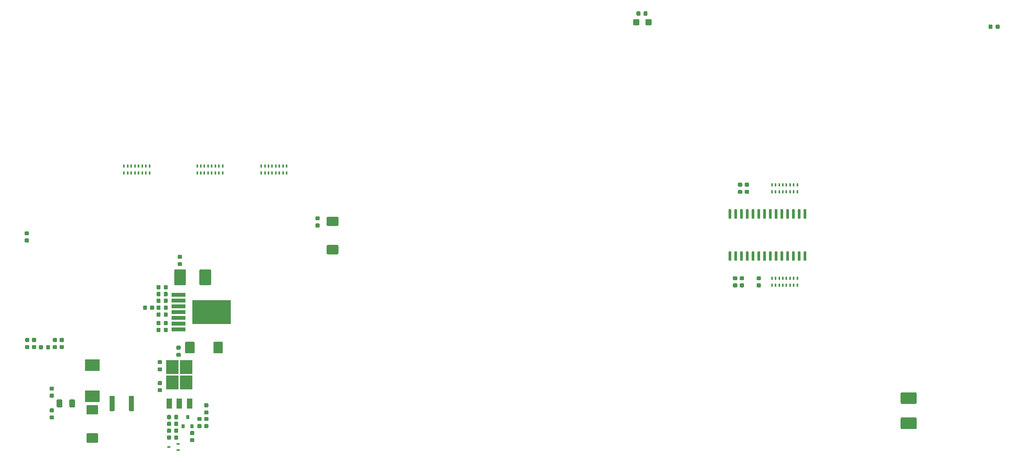
<source format=gbp>
G04 #@! TF.GenerationSoftware,KiCad,Pcbnew,(5.1.5)-3*
G04 #@! TF.CreationDate,2020-04-14T12:17:22+02:00*
G04 #@! TF.ProjectId,piHPSDR_Controller,70694850-5344-4525-9f43-6f6e74726f6c,rev?*
G04 #@! TF.SameCoordinates,Original*
G04 #@! TF.FileFunction,Paste,Bot*
G04 #@! TF.FilePolarity,Positive*
%FSLAX46Y46*%
G04 Gerber Fmt 4.6, Leading zero omitted, Abs format (unit mm)*
G04 Created by KiCad (PCBNEW (5.1.5)-3) date 2020-04-14 12:17:22*
%MOMM*%
%LPD*%
G04 APERTURE LIST*
%ADD10R,8.540000X5.350000*%
%ADD11R,3.060000X0.890000*%
%ADD12C,0.100000*%
%ADD13R,0.430000X0.760000*%
%ADD14R,0.700000X0.450000*%
%ADD15R,3.300000X2.500000*%
%ADD16R,1.200000X2.200000*%
%ADD17R,2.750000X3.050000*%
%ADD18R,0.800000X0.900000*%
G04 APERTURE END LIST*
D10*
X66505000Y-101500000D03*
D11*
X59200000Y-98960000D03*
X59200000Y-97690000D03*
X59200000Y-100230000D03*
X59200000Y-101500000D03*
X59200000Y-102770000D03*
X59200000Y-104040000D03*
X59200000Y-105310000D03*
D12*
G36*
X181977691Y-95151053D02*
G01*
X181998926Y-95154203D01*
X182019750Y-95159419D01*
X182039962Y-95166651D01*
X182059368Y-95175830D01*
X182077781Y-95186866D01*
X182095024Y-95199654D01*
X182110930Y-95214070D01*
X182125346Y-95229976D01*
X182138134Y-95247219D01*
X182149170Y-95265632D01*
X182158349Y-95285038D01*
X182165581Y-95305250D01*
X182170797Y-95326074D01*
X182173947Y-95347309D01*
X182175000Y-95368750D01*
X182175000Y-95806250D01*
X182173947Y-95827691D01*
X182170797Y-95848926D01*
X182165581Y-95869750D01*
X182158349Y-95889962D01*
X182149170Y-95909368D01*
X182138134Y-95927781D01*
X182125346Y-95945024D01*
X182110930Y-95960930D01*
X182095024Y-95975346D01*
X182077781Y-95988134D01*
X182059368Y-95999170D01*
X182039962Y-96008349D01*
X182019750Y-96015581D01*
X181998926Y-96020797D01*
X181977691Y-96023947D01*
X181956250Y-96025000D01*
X181443750Y-96025000D01*
X181422309Y-96023947D01*
X181401074Y-96020797D01*
X181380250Y-96015581D01*
X181360038Y-96008349D01*
X181340632Y-95999170D01*
X181322219Y-95988134D01*
X181304976Y-95975346D01*
X181289070Y-95960930D01*
X181274654Y-95945024D01*
X181261866Y-95927781D01*
X181250830Y-95909368D01*
X181241651Y-95889962D01*
X181234419Y-95869750D01*
X181229203Y-95848926D01*
X181226053Y-95827691D01*
X181225000Y-95806250D01*
X181225000Y-95368750D01*
X181226053Y-95347309D01*
X181229203Y-95326074D01*
X181234419Y-95305250D01*
X181241651Y-95285038D01*
X181250830Y-95265632D01*
X181261866Y-95247219D01*
X181274654Y-95229976D01*
X181289070Y-95214070D01*
X181304976Y-95199654D01*
X181322219Y-95186866D01*
X181340632Y-95175830D01*
X181360038Y-95166651D01*
X181380250Y-95159419D01*
X181401074Y-95154203D01*
X181422309Y-95151053D01*
X181443750Y-95150000D01*
X181956250Y-95150000D01*
X181977691Y-95151053D01*
G37*
G36*
X181977691Y-93576053D02*
G01*
X181998926Y-93579203D01*
X182019750Y-93584419D01*
X182039962Y-93591651D01*
X182059368Y-93600830D01*
X182077781Y-93611866D01*
X182095024Y-93624654D01*
X182110930Y-93639070D01*
X182125346Y-93654976D01*
X182138134Y-93672219D01*
X182149170Y-93690632D01*
X182158349Y-93710038D01*
X182165581Y-93730250D01*
X182170797Y-93751074D01*
X182173947Y-93772309D01*
X182175000Y-93793750D01*
X182175000Y-94231250D01*
X182173947Y-94252691D01*
X182170797Y-94273926D01*
X182165581Y-94294750D01*
X182158349Y-94314962D01*
X182149170Y-94334368D01*
X182138134Y-94352781D01*
X182125346Y-94370024D01*
X182110930Y-94385930D01*
X182095024Y-94400346D01*
X182077781Y-94413134D01*
X182059368Y-94424170D01*
X182039962Y-94433349D01*
X182019750Y-94440581D01*
X181998926Y-94445797D01*
X181977691Y-94448947D01*
X181956250Y-94450000D01*
X181443750Y-94450000D01*
X181422309Y-94448947D01*
X181401074Y-94445797D01*
X181380250Y-94440581D01*
X181360038Y-94433349D01*
X181340632Y-94424170D01*
X181322219Y-94413134D01*
X181304976Y-94400346D01*
X181289070Y-94385930D01*
X181274654Y-94370024D01*
X181261866Y-94352781D01*
X181250830Y-94334368D01*
X181241651Y-94314962D01*
X181234419Y-94294750D01*
X181229203Y-94273926D01*
X181226053Y-94252691D01*
X181225000Y-94231250D01*
X181225000Y-93793750D01*
X181226053Y-93772309D01*
X181229203Y-93751074D01*
X181234419Y-93730250D01*
X181241651Y-93710038D01*
X181250830Y-93690632D01*
X181261866Y-93672219D01*
X181274654Y-93654976D01*
X181289070Y-93639070D01*
X181304976Y-93624654D01*
X181322219Y-93611866D01*
X181340632Y-93600830D01*
X181360038Y-93591651D01*
X181380250Y-93584419D01*
X181401074Y-93579203D01*
X181422309Y-93576053D01*
X181443750Y-93575000D01*
X181956250Y-93575000D01*
X181977691Y-93576053D01*
G37*
G36*
X183477691Y-95151053D02*
G01*
X183498926Y-95154203D01*
X183519750Y-95159419D01*
X183539962Y-95166651D01*
X183559368Y-95175830D01*
X183577781Y-95186866D01*
X183595024Y-95199654D01*
X183610930Y-95214070D01*
X183625346Y-95229976D01*
X183638134Y-95247219D01*
X183649170Y-95265632D01*
X183658349Y-95285038D01*
X183665581Y-95305250D01*
X183670797Y-95326074D01*
X183673947Y-95347309D01*
X183675000Y-95368750D01*
X183675000Y-95806250D01*
X183673947Y-95827691D01*
X183670797Y-95848926D01*
X183665581Y-95869750D01*
X183658349Y-95889962D01*
X183649170Y-95909368D01*
X183638134Y-95927781D01*
X183625346Y-95945024D01*
X183610930Y-95960930D01*
X183595024Y-95975346D01*
X183577781Y-95988134D01*
X183559368Y-95999170D01*
X183539962Y-96008349D01*
X183519750Y-96015581D01*
X183498926Y-96020797D01*
X183477691Y-96023947D01*
X183456250Y-96025000D01*
X182943750Y-96025000D01*
X182922309Y-96023947D01*
X182901074Y-96020797D01*
X182880250Y-96015581D01*
X182860038Y-96008349D01*
X182840632Y-95999170D01*
X182822219Y-95988134D01*
X182804976Y-95975346D01*
X182789070Y-95960930D01*
X182774654Y-95945024D01*
X182761866Y-95927781D01*
X182750830Y-95909368D01*
X182741651Y-95889962D01*
X182734419Y-95869750D01*
X182729203Y-95848926D01*
X182726053Y-95827691D01*
X182725000Y-95806250D01*
X182725000Y-95368750D01*
X182726053Y-95347309D01*
X182729203Y-95326074D01*
X182734419Y-95305250D01*
X182741651Y-95285038D01*
X182750830Y-95265632D01*
X182761866Y-95247219D01*
X182774654Y-95229976D01*
X182789070Y-95214070D01*
X182804976Y-95199654D01*
X182822219Y-95186866D01*
X182840632Y-95175830D01*
X182860038Y-95166651D01*
X182880250Y-95159419D01*
X182901074Y-95154203D01*
X182922309Y-95151053D01*
X182943750Y-95150000D01*
X183456250Y-95150000D01*
X183477691Y-95151053D01*
G37*
G36*
X183477691Y-93576053D02*
G01*
X183498926Y-93579203D01*
X183519750Y-93584419D01*
X183539962Y-93591651D01*
X183559368Y-93600830D01*
X183577781Y-93611866D01*
X183595024Y-93624654D01*
X183610930Y-93639070D01*
X183625346Y-93654976D01*
X183638134Y-93672219D01*
X183649170Y-93690632D01*
X183658349Y-93710038D01*
X183665581Y-93730250D01*
X183670797Y-93751074D01*
X183673947Y-93772309D01*
X183675000Y-93793750D01*
X183675000Y-94231250D01*
X183673947Y-94252691D01*
X183670797Y-94273926D01*
X183665581Y-94294750D01*
X183658349Y-94314962D01*
X183649170Y-94334368D01*
X183638134Y-94352781D01*
X183625346Y-94370024D01*
X183610930Y-94385930D01*
X183595024Y-94400346D01*
X183577781Y-94413134D01*
X183559368Y-94424170D01*
X183539962Y-94433349D01*
X183519750Y-94440581D01*
X183498926Y-94445797D01*
X183477691Y-94448947D01*
X183456250Y-94450000D01*
X182943750Y-94450000D01*
X182922309Y-94448947D01*
X182901074Y-94445797D01*
X182880250Y-94440581D01*
X182860038Y-94433349D01*
X182840632Y-94424170D01*
X182822219Y-94413134D01*
X182804976Y-94400346D01*
X182789070Y-94385930D01*
X182774654Y-94370024D01*
X182761866Y-94352781D01*
X182750830Y-94334368D01*
X182741651Y-94314962D01*
X182734419Y-94294750D01*
X182729203Y-94273926D01*
X182726053Y-94252691D01*
X182725000Y-94231250D01*
X182725000Y-93793750D01*
X182726053Y-93772309D01*
X182729203Y-93751074D01*
X182734419Y-93730250D01*
X182741651Y-93710038D01*
X182750830Y-93690632D01*
X182761866Y-93672219D01*
X182774654Y-93654976D01*
X182789070Y-93639070D01*
X182804976Y-93624654D01*
X182822219Y-93611866D01*
X182840632Y-93600830D01*
X182860038Y-93591651D01*
X182880250Y-93584419D01*
X182901074Y-93579203D01*
X182922309Y-93576053D01*
X182943750Y-93575000D01*
X183456250Y-93575000D01*
X183477691Y-93576053D01*
G37*
G36*
X187177691Y-95151053D02*
G01*
X187198926Y-95154203D01*
X187219750Y-95159419D01*
X187239962Y-95166651D01*
X187259368Y-95175830D01*
X187277781Y-95186866D01*
X187295024Y-95199654D01*
X187310930Y-95214070D01*
X187325346Y-95229976D01*
X187338134Y-95247219D01*
X187349170Y-95265632D01*
X187358349Y-95285038D01*
X187365581Y-95305250D01*
X187370797Y-95326074D01*
X187373947Y-95347309D01*
X187375000Y-95368750D01*
X187375000Y-95806250D01*
X187373947Y-95827691D01*
X187370797Y-95848926D01*
X187365581Y-95869750D01*
X187358349Y-95889962D01*
X187349170Y-95909368D01*
X187338134Y-95927781D01*
X187325346Y-95945024D01*
X187310930Y-95960930D01*
X187295024Y-95975346D01*
X187277781Y-95988134D01*
X187259368Y-95999170D01*
X187239962Y-96008349D01*
X187219750Y-96015581D01*
X187198926Y-96020797D01*
X187177691Y-96023947D01*
X187156250Y-96025000D01*
X186643750Y-96025000D01*
X186622309Y-96023947D01*
X186601074Y-96020797D01*
X186580250Y-96015581D01*
X186560038Y-96008349D01*
X186540632Y-95999170D01*
X186522219Y-95988134D01*
X186504976Y-95975346D01*
X186489070Y-95960930D01*
X186474654Y-95945024D01*
X186461866Y-95927781D01*
X186450830Y-95909368D01*
X186441651Y-95889962D01*
X186434419Y-95869750D01*
X186429203Y-95848926D01*
X186426053Y-95827691D01*
X186425000Y-95806250D01*
X186425000Y-95368750D01*
X186426053Y-95347309D01*
X186429203Y-95326074D01*
X186434419Y-95305250D01*
X186441651Y-95285038D01*
X186450830Y-95265632D01*
X186461866Y-95247219D01*
X186474654Y-95229976D01*
X186489070Y-95214070D01*
X186504976Y-95199654D01*
X186522219Y-95186866D01*
X186540632Y-95175830D01*
X186560038Y-95166651D01*
X186580250Y-95159419D01*
X186601074Y-95154203D01*
X186622309Y-95151053D01*
X186643750Y-95150000D01*
X187156250Y-95150000D01*
X187177691Y-95151053D01*
G37*
G36*
X187177691Y-93576053D02*
G01*
X187198926Y-93579203D01*
X187219750Y-93584419D01*
X187239962Y-93591651D01*
X187259368Y-93600830D01*
X187277781Y-93611866D01*
X187295024Y-93624654D01*
X187310930Y-93639070D01*
X187325346Y-93654976D01*
X187338134Y-93672219D01*
X187349170Y-93690632D01*
X187358349Y-93710038D01*
X187365581Y-93730250D01*
X187370797Y-93751074D01*
X187373947Y-93772309D01*
X187375000Y-93793750D01*
X187375000Y-94231250D01*
X187373947Y-94252691D01*
X187370797Y-94273926D01*
X187365581Y-94294750D01*
X187358349Y-94314962D01*
X187349170Y-94334368D01*
X187338134Y-94352781D01*
X187325346Y-94370024D01*
X187310930Y-94385930D01*
X187295024Y-94400346D01*
X187277781Y-94413134D01*
X187259368Y-94424170D01*
X187239962Y-94433349D01*
X187219750Y-94440581D01*
X187198926Y-94445797D01*
X187177691Y-94448947D01*
X187156250Y-94450000D01*
X186643750Y-94450000D01*
X186622309Y-94448947D01*
X186601074Y-94445797D01*
X186580250Y-94440581D01*
X186560038Y-94433349D01*
X186540632Y-94424170D01*
X186522219Y-94413134D01*
X186504976Y-94400346D01*
X186489070Y-94385930D01*
X186474654Y-94370024D01*
X186461866Y-94352781D01*
X186450830Y-94334368D01*
X186441651Y-94314962D01*
X186434419Y-94294750D01*
X186429203Y-94273926D01*
X186426053Y-94252691D01*
X186425000Y-94231250D01*
X186425000Y-93793750D01*
X186426053Y-93772309D01*
X186429203Y-93751074D01*
X186434419Y-93730250D01*
X186441651Y-93710038D01*
X186450830Y-93690632D01*
X186461866Y-93672219D01*
X186474654Y-93654976D01*
X186489070Y-93639070D01*
X186504976Y-93624654D01*
X186522219Y-93611866D01*
X186540632Y-93600830D01*
X186560038Y-93591651D01*
X186580250Y-93584419D01*
X186601074Y-93579203D01*
X186622309Y-93576053D01*
X186643750Y-93575000D01*
X187156250Y-93575000D01*
X187177691Y-93576053D01*
G37*
D13*
X190600000Y-94040000D03*
X189800000Y-94040000D03*
X195400000Y-94040000D03*
X194600000Y-94040000D03*
X194600000Y-95560000D03*
X195400000Y-95560000D03*
X189800000Y-95560000D03*
X190600000Y-95560000D03*
X193800000Y-94040000D03*
X191400000Y-94040000D03*
X191400000Y-95560000D03*
X193800000Y-95560000D03*
X192200000Y-94040000D03*
X192200000Y-95560000D03*
X193000000Y-94040000D03*
X193000000Y-95560000D03*
X194600000Y-74960000D03*
X195400000Y-74960000D03*
X189800000Y-74960000D03*
X190600000Y-74960000D03*
X190600000Y-73440000D03*
X189800000Y-73440000D03*
X195400000Y-73440000D03*
X194600000Y-73440000D03*
X191400000Y-74960000D03*
X193800000Y-74960000D03*
X193800000Y-73440000D03*
X191400000Y-73440000D03*
X193000000Y-74960000D03*
X193000000Y-73440000D03*
X192200000Y-74960000D03*
X192200000Y-73440000D03*
X52000000Y-70860000D03*
X52800000Y-70860000D03*
X47200000Y-70860000D03*
X48000000Y-70860000D03*
X48000000Y-69340000D03*
X47200000Y-69340000D03*
X52800000Y-69340000D03*
X52000000Y-69340000D03*
X48800000Y-70860000D03*
X51200000Y-70860000D03*
X51200000Y-69340000D03*
X48800000Y-69340000D03*
X50400000Y-70860000D03*
X50400000Y-69340000D03*
X49600000Y-70860000D03*
X49600000Y-69340000D03*
X68100000Y-70860000D03*
X68900000Y-70860000D03*
X63300000Y-70860000D03*
X64100000Y-70860000D03*
X64100000Y-69340000D03*
X63300000Y-69340000D03*
X68900000Y-69340000D03*
X68100000Y-69340000D03*
X64900000Y-70860000D03*
X67300000Y-70860000D03*
X67300000Y-69340000D03*
X64900000Y-69340000D03*
X66500000Y-70860000D03*
X66500000Y-69340000D03*
X65700000Y-70860000D03*
X65700000Y-69340000D03*
X82200000Y-70860000D03*
X83000000Y-70860000D03*
X77400000Y-70860000D03*
X78200000Y-70860000D03*
X78200000Y-69340000D03*
X77400000Y-69340000D03*
X83000000Y-69340000D03*
X82200000Y-69340000D03*
X79000000Y-70860000D03*
X81400000Y-70860000D03*
X81400000Y-69340000D03*
X79000000Y-69340000D03*
X80600000Y-70860000D03*
X80600000Y-69340000D03*
X79800000Y-70860000D03*
X79800000Y-69340000D03*
D12*
G36*
X94149504Y-80451204D02*
G01*
X94173773Y-80454804D01*
X94197571Y-80460765D01*
X94220671Y-80469030D01*
X94242849Y-80479520D01*
X94263893Y-80492133D01*
X94283598Y-80506747D01*
X94301777Y-80523223D01*
X94318253Y-80541402D01*
X94332867Y-80561107D01*
X94345480Y-80582151D01*
X94355970Y-80604329D01*
X94364235Y-80627429D01*
X94370196Y-80651227D01*
X94373796Y-80675496D01*
X94375000Y-80700000D01*
X94375000Y-82275000D01*
X94373796Y-82299504D01*
X94370196Y-82323773D01*
X94364235Y-82347571D01*
X94355970Y-82370671D01*
X94345480Y-82392849D01*
X94332867Y-82413893D01*
X94318253Y-82433598D01*
X94301777Y-82451777D01*
X94283598Y-82468253D01*
X94263893Y-82482867D01*
X94242849Y-82495480D01*
X94220671Y-82505970D01*
X94197571Y-82514235D01*
X94173773Y-82520196D01*
X94149504Y-82523796D01*
X94125000Y-82525000D01*
X92075000Y-82525000D01*
X92050496Y-82523796D01*
X92026227Y-82520196D01*
X92002429Y-82514235D01*
X91979329Y-82505970D01*
X91957151Y-82495480D01*
X91936107Y-82482867D01*
X91916402Y-82468253D01*
X91898223Y-82451777D01*
X91881747Y-82433598D01*
X91867133Y-82413893D01*
X91854520Y-82392849D01*
X91844030Y-82370671D01*
X91835765Y-82347571D01*
X91829804Y-82323773D01*
X91826204Y-82299504D01*
X91825000Y-82275000D01*
X91825000Y-80700000D01*
X91826204Y-80675496D01*
X91829804Y-80651227D01*
X91835765Y-80627429D01*
X91844030Y-80604329D01*
X91854520Y-80582151D01*
X91867133Y-80561107D01*
X91881747Y-80541402D01*
X91898223Y-80523223D01*
X91916402Y-80506747D01*
X91936107Y-80492133D01*
X91957151Y-80479520D01*
X91979329Y-80469030D01*
X92002429Y-80460765D01*
X92026227Y-80454804D01*
X92050496Y-80451204D01*
X92075000Y-80450000D01*
X94125000Y-80450000D01*
X94149504Y-80451204D01*
G37*
G36*
X94149504Y-86676204D02*
G01*
X94173773Y-86679804D01*
X94197571Y-86685765D01*
X94220671Y-86694030D01*
X94242849Y-86704520D01*
X94263893Y-86717133D01*
X94283598Y-86731747D01*
X94301777Y-86748223D01*
X94318253Y-86766402D01*
X94332867Y-86786107D01*
X94345480Y-86807151D01*
X94355970Y-86829329D01*
X94364235Y-86852429D01*
X94370196Y-86876227D01*
X94373796Y-86900496D01*
X94375000Y-86925000D01*
X94375000Y-88500000D01*
X94373796Y-88524504D01*
X94370196Y-88548773D01*
X94364235Y-88572571D01*
X94355970Y-88595671D01*
X94345480Y-88617849D01*
X94332867Y-88638893D01*
X94318253Y-88658598D01*
X94301777Y-88676777D01*
X94283598Y-88693253D01*
X94263893Y-88707867D01*
X94242849Y-88720480D01*
X94220671Y-88730970D01*
X94197571Y-88739235D01*
X94173773Y-88745196D01*
X94149504Y-88748796D01*
X94125000Y-88750000D01*
X92075000Y-88750000D01*
X92050496Y-88748796D01*
X92026227Y-88745196D01*
X92002429Y-88739235D01*
X91979329Y-88730970D01*
X91957151Y-88720480D01*
X91936107Y-88707867D01*
X91916402Y-88693253D01*
X91898223Y-88676777D01*
X91881747Y-88658598D01*
X91867133Y-88638893D01*
X91854520Y-88617849D01*
X91844030Y-88595671D01*
X91835765Y-88572571D01*
X91829804Y-88548773D01*
X91826204Y-88524504D01*
X91825000Y-88500000D01*
X91825000Y-86925000D01*
X91826204Y-86900496D01*
X91829804Y-86876227D01*
X91835765Y-86852429D01*
X91844030Y-86829329D01*
X91854520Y-86807151D01*
X91867133Y-86786107D01*
X91881747Y-86766402D01*
X91898223Y-86748223D01*
X91916402Y-86731747D01*
X91936107Y-86717133D01*
X91957151Y-86704520D01*
X91979329Y-86694030D01*
X92002429Y-86685765D01*
X92026227Y-86679804D01*
X92050496Y-86676204D01*
X92075000Y-86675000D01*
X94125000Y-86675000D01*
X94149504Y-86676204D01*
G37*
G36*
X184577691Y-74551053D02*
G01*
X184598926Y-74554203D01*
X184619750Y-74559419D01*
X184639962Y-74566651D01*
X184659368Y-74575830D01*
X184677781Y-74586866D01*
X184695024Y-74599654D01*
X184710930Y-74614070D01*
X184725346Y-74629976D01*
X184738134Y-74647219D01*
X184749170Y-74665632D01*
X184758349Y-74685038D01*
X184765581Y-74705250D01*
X184770797Y-74726074D01*
X184773947Y-74747309D01*
X184775000Y-74768750D01*
X184775000Y-75206250D01*
X184773947Y-75227691D01*
X184770797Y-75248926D01*
X184765581Y-75269750D01*
X184758349Y-75289962D01*
X184749170Y-75309368D01*
X184738134Y-75327781D01*
X184725346Y-75345024D01*
X184710930Y-75360930D01*
X184695024Y-75375346D01*
X184677781Y-75388134D01*
X184659368Y-75399170D01*
X184639962Y-75408349D01*
X184619750Y-75415581D01*
X184598926Y-75420797D01*
X184577691Y-75423947D01*
X184556250Y-75425000D01*
X184043750Y-75425000D01*
X184022309Y-75423947D01*
X184001074Y-75420797D01*
X183980250Y-75415581D01*
X183960038Y-75408349D01*
X183940632Y-75399170D01*
X183922219Y-75388134D01*
X183904976Y-75375346D01*
X183889070Y-75360930D01*
X183874654Y-75345024D01*
X183861866Y-75327781D01*
X183850830Y-75309368D01*
X183841651Y-75289962D01*
X183834419Y-75269750D01*
X183829203Y-75248926D01*
X183826053Y-75227691D01*
X183825000Y-75206250D01*
X183825000Y-74768750D01*
X183826053Y-74747309D01*
X183829203Y-74726074D01*
X183834419Y-74705250D01*
X183841651Y-74685038D01*
X183850830Y-74665632D01*
X183861866Y-74647219D01*
X183874654Y-74629976D01*
X183889070Y-74614070D01*
X183904976Y-74599654D01*
X183922219Y-74586866D01*
X183940632Y-74575830D01*
X183960038Y-74566651D01*
X183980250Y-74559419D01*
X184001074Y-74554203D01*
X184022309Y-74551053D01*
X184043750Y-74550000D01*
X184556250Y-74550000D01*
X184577691Y-74551053D01*
G37*
G36*
X184577691Y-72976053D02*
G01*
X184598926Y-72979203D01*
X184619750Y-72984419D01*
X184639962Y-72991651D01*
X184659368Y-73000830D01*
X184677781Y-73011866D01*
X184695024Y-73024654D01*
X184710930Y-73039070D01*
X184725346Y-73054976D01*
X184738134Y-73072219D01*
X184749170Y-73090632D01*
X184758349Y-73110038D01*
X184765581Y-73130250D01*
X184770797Y-73151074D01*
X184773947Y-73172309D01*
X184775000Y-73193750D01*
X184775000Y-73631250D01*
X184773947Y-73652691D01*
X184770797Y-73673926D01*
X184765581Y-73694750D01*
X184758349Y-73714962D01*
X184749170Y-73734368D01*
X184738134Y-73752781D01*
X184725346Y-73770024D01*
X184710930Y-73785930D01*
X184695024Y-73800346D01*
X184677781Y-73813134D01*
X184659368Y-73824170D01*
X184639962Y-73833349D01*
X184619750Y-73840581D01*
X184598926Y-73845797D01*
X184577691Y-73848947D01*
X184556250Y-73850000D01*
X184043750Y-73850000D01*
X184022309Y-73848947D01*
X184001074Y-73845797D01*
X183980250Y-73840581D01*
X183960038Y-73833349D01*
X183940632Y-73824170D01*
X183922219Y-73813134D01*
X183904976Y-73800346D01*
X183889070Y-73785930D01*
X183874654Y-73770024D01*
X183861866Y-73752781D01*
X183850830Y-73734368D01*
X183841651Y-73714962D01*
X183834419Y-73694750D01*
X183829203Y-73673926D01*
X183826053Y-73652691D01*
X183825000Y-73631250D01*
X183825000Y-73193750D01*
X183826053Y-73172309D01*
X183829203Y-73151074D01*
X183834419Y-73130250D01*
X183841651Y-73110038D01*
X183850830Y-73090632D01*
X183861866Y-73072219D01*
X183874654Y-73054976D01*
X183889070Y-73039070D01*
X183904976Y-73024654D01*
X183922219Y-73011866D01*
X183940632Y-73000830D01*
X183960038Y-72991651D01*
X183980250Y-72984419D01*
X184001074Y-72979203D01*
X184022309Y-72976053D01*
X184043750Y-72975000D01*
X184556250Y-72975000D01*
X184577691Y-72976053D01*
G37*
G36*
X57352691Y-127126053D02*
G01*
X57373926Y-127129203D01*
X57394750Y-127134419D01*
X57414962Y-127141651D01*
X57434368Y-127150830D01*
X57452781Y-127161866D01*
X57470024Y-127174654D01*
X57485930Y-127189070D01*
X57500346Y-127204976D01*
X57513134Y-127222219D01*
X57524170Y-127240632D01*
X57533349Y-127260038D01*
X57540581Y-127280250D01*
X57545797Y-127301074D01*
X57548947Y-127322309D01*
X57550000Y-127343750D01*
X57550000Y-127856250D01*
X57548947Y-127877691D01*
X57545797Y-127898926D01*
X57540581Y-127919750D01*
X57533349Y-127939962D01*
X57524170Y-127959368D01*
X57513134Y-127977781D01*
X57500346Y-127995024D01*
X57485930Y-128010930D01*
X57470024Y-128025346D01*
X57452781Y-128038134D01*
X57434368Y-128049170D01*
X57414962Y-128058349D01*
X57394750Y-128065581D01*
X57373926Y-128070797D01*
X57352691Y-128073947D01*
X57331250Y-128075000D01*
X56893750Y-128075000D01*
X56872309Y-128073947D01*
X56851074Y-128070797D01*
X56830250Y-128065581D01*
X56810038Y-128058349D01*
X56790632Y-128049170D01*
X56772219Y-128038134D01*
X56754976Y-128025346D01*
X56739070Y-128010930D01*
X56724654Y-127995024D01*
X56711866Y-127977781D01*
X56700830Y-127959368D01*
X56691651Y-127939962D01*
X56684419Y-127919750D01*
X56679203Y-127898926D01*
X56676053Y-127877691D01*
X56675000Y-127856250D01*
X56675000Y-127343750D01*
X56676053Y-127322309D01*
X56679203Y-127301074D01*
X56684419Y-127280250D01*
X56691651Y-127260038D01*
X56700830Y-127240632D01*
X56711866Y-127222219D01*
X56724654Y-127204976D01*
X56739070Y-127189070D01*
X56754976Y-127174654D01*
X56772219Y-127161866D01*
X56790632Y-127150830D01*
X56810038Y-127141651D01*
X56830250Y-127134419D01*
X56851074Y-127129203D01*
X56872309Y-127126053D01*
X56893750Y-127125000D01*
X57331250Y-127125000D01*
X57352691Y-127126053D01*
G37*
G36*
X58927691Y-127126053D02*
G01*
X58948926Y-127129203D01*
X58969750Y-127134419D01*
X58989962Y-127141651D01*
X59009368Y-127150830D01*
X59027781Y-127161866D01*
X59045024Y-127174654D01*
X59060930Y-127189070D01*
X59075346Y-127204976D01*
X59088134Y-127222219D01*
X59099170Y-127240632D01*
X59108349Y-127260038D01*
X59115581Y-127280250D01*
X59120797Y-127301074D01*
X59123947Y-127322309D01*
X59125000Y-127343750D01*
X59125000Y-127856250D01*
X59123947Y-127877691D01*
X59120797Y-127898926D01*
X59115581Y-127919750D01*
X59108349Y-127939962D01*
X59099170Y-127959368D01*
X59088134Y-127977781D01*
X59075346Y-127995024D01*
X59060930Y-128010930D01*
X59045024Y-128025346D01*
X59027781Y-128038134D01*
X59009368Y-128049170D01*
X58989962Y-128058349D01*
X58969750Y-128065581D01*
X58948926Y-128070797D01*
X58927691Y-128073947D01*
X58906250Y-128075000D01*
X58468750Y-128075000D01*
X58447309Y-128073947D01*
X58426074Y-128070797D01*
X58405250Y-128065581D01*
X58385038Y-128058349D01*
X58365632Y-128049170D01*
X58347219Y-128038134D01*
X58329976Y-128025346D01*
X58314070Y-128010930D01*
X58299654Y-127995024D01*
X58286866Y-127977781D01*
X58275830Y-127959368D01*
X58266651Y-127939962D01*
X58259419Y-127919750D01*
X58254203Y-127898926D01*
X58251053Y-127877691D01*
X58250000Y-127856250D01*
X58250000Y-127343750D01*
X58251053Y-127322309D01*
X58254203Y-127301074D01*
X58259419Y-127280250D01*
X58266651Y-127260038D01*
X58275830Y-127240632D01*
X58286866Y-127222219D01*
X58299654Y-127204976D01*
X58314070Y-127189070D01*
X58329976Y-127174654D01*
X58347219Y-127161866D01*
X58365632Y-127150830D01*
X58385038Y-127141651D01*
X58405250Y-127134419D01*
X58426074Y-127129203D01*
X58447309Y-127126053D01*
X58468750Y-127125000D01*
X58906250Y-127125000D01*
X58927691Y-127126053D01*
G37*
G36*
X57352691Y-124126053D02*
G01*
X57373926Y-124129203D01*
X57394750Y-124134419D01*
X57414962Y-124141651D01*
X57434368Y-124150830D01*
X57452781Y-124161866D01*
X57470024Y-124174654D01*
X57485930Y-124189070D01*
X57500346Y-124204976D01*
X57513134Y-124222219D01*
X57524170Y-124240632D01*
X57533349Y-124260038D01*
X57540581Y-124280250D01*
X57545797Y-124301074D01*
X57548947Y-124322309D01*
X57550000Y-124343750D01*
X57550000Y-124856250D01*
X57548947Y-124877691D01*
X57545797Y-124898926D01*
X57540581Y-124919750D01*
X57533349Y-124939962D01*
X57524170Y-124959368D01*
X57513134Y-124977781D01*
X57500346Y-124995024D01*
X57485930Y-125010930D01*
X57470024Y-125025346D01*
X57452781Y-125038134D01*
X57434368Y-125049170D01*
X57414962Y-125058349D01*
X57394750Y-125065581D01*
X57373926Y-125070797D01*
X57352691Y-125073947D01*
X57331250Y-125075000D01*
X56893750Y-125075000D01*
X56872309Y-125073947D01*
X56851074Y-125070797D01*
X56830250Y-125065581D01*
X56810038Y-125058349D01*
X56790632Y-125049170D01*
X56772219Y-125038134D01*
X56754976Y-125025346D01*
X56739070Y-125010930D01*
X56724654Y-124995024D01*
X56711866Y-124977781D01*
X56700830Y-124959368D01*
X56691651Y-124939962D01*
X56684419Y-124919750D01*
X56679203Y-124898926D01*
X56676053Y-124877691D01*
X56675000Y-124856250D01*
X56675000Y-124343750D01*
X56676053Y-124322309D01*
X56679203Y-124301074D01*
X56684419Y-124280250D01*
X56691651Y-124260038D01*
X56700830Y-124240632D01*
X56711866Y-124222219D01*
X56724654Y-124204976D01*
X56739070Y-124189070D01*
X56754976Y-124174654D01*
X56772219Y-124161866D01*
X56790632Y-124150830D01*
X56810038Y-124141651D01*
X56830250Y-124134419D01*
X56851074Y-124129203D01*
X56872309Y-124126053D01*
X56893750Y-124125000D01*
X57331250Y-124125000D01*
X57352691Y-124126053D01*
G37*
G36*
X58927691Y-124126053D02*
G01*
X58948926Y-124129203D01*
X58969750Y-124134419D01*
X58989962Y-124141651D01*
X59009368Y-124150830D01*
X59027781Y-124161866D01*
X59045024Y-124174654D01*
X59060930Y-124189070D01*
X59075346Y-124204976D01*
X59088134Y-124222219D01*
X59099170Y-124240632D01*
X59108349Y-124260038D01*
X59115581Y-124280250D01*
X59120797Y-124301074D01*
X59123947Y-124322309D01*
X59125000Y-124343750D01*
X59125000Y-124856250D01*
X59123947Y-124877691D01*
X59120797Y-124898926D01*
X59115581Y-124919750D01*
X59108349Y-124939962D01*
X59099170Y-124959368D01*
X59088134Y-124977781D01*
X59075346Y-124995024D01*
X59060930Y-125010930D01*
X59045024Y-125025346D01*
X59027781Y-125038134D01*
X59009368Y-125049170D01*
X58989962Y-125058349D01*
X58969750Y-125065581D01*
X58948926Y-125070797D01*
X58927691Y-125073947D01*
X58906250Y-125075000D01*
X58468750Y-125075000D01*
X58447309Y-125073947D01*
X58426074Y-125070797D01*
X58405250Y-125065581D01*
X58385038Y-125058349D01*
X58365632Y-125049170D01*
X58347219Y-125038134D01*
X58329976Y-125025346D01*
X58314070Y-125010930D01*
X58299654Y-124995024D01*
X58286866Y-124977781D01*
X58275830Y-124959368D01*
X58266651Y-124939962D01*
X58259419Y-124919750D01*
X58254203Y-124898926D01*
X58251053Y-124877691D01*
X58250000Y-124856250D01*
X58250000Y-124343750D01*
X58251053Y-124322309D01*
X58254203Y-124301074D01*
X58259419Y-124280250D01*
X58266651Y-124260038D01*
X58275830Y-124240632D01*
X58286866Y-124222219D01*
X58299654Y-124204976D01*
X58314070Y-124189070D01*
X58329976Y-124174654D01*
X58347219Y-124161866D01*
X58365632Y-124150830D01*
X58385038Y-124141651D01*
X58405250Y-124134419D01*
X58426074Y-124129203D01*
X58447309Y-124126053D01*
X58468750Y-124125000D01*
X58906250Y-124125000D01*
X58927691Y-124126053D01*
G37*
G36*
X64077691Y-126151053D02*
G01*
X64098926Y-126154203D01*
X64119750Y-126159419D01*
X64139962Y-126166651D01*
X64159368Y-126175830D01*
X64177781Y-126186866D01*
X64195024Y-126199654D01*
X64210930Y-126214070D01*
X64225346Y-126229976D01*
X64238134Y-126247219D01*
X64249170Y-126265632D01*
X64258349Y-126285038D01*
X64265581Y-126305250D01*
X64270797Y-126326074D01*
X64273947Y-126347309D01*
X64275000Y-126368750D01*
X64275000Y-126806250D01*
X64273947Y-126827691D01*
X64270797Y-126848926D01*
X64265581Y-126869750D01*
X64258349Y-126889962D01*
X64249170Y-126909368D01*
X64238134Y-126927781D01*
X64225346Y-126945024D01*
X64210930Y-126960930D01*
X64195024Y-126975346D01*
X64177781Y-126988134D01*
X64159368Y-126999170D01*
X64139962Y-127008349D01*
X64119750Y-127015581D01*
X64098926Y-127020797D01*
X64077691Y-127023947D01*
X64056250Y-127025000D01*
X63543750Y-127025000D01*
X63522309Y-127023947D01*
X63501074Y-127020797D01*
X63480250Y-127015581D01*
X63460038Y-127008349D01*
X63440632Y-126999170D01*
X63422219Y-126988134D01*
X63404976Y-126975346D01*
X63389070Y-126960930D01*
X63374654Y-126945024D01*
X63361866Y-126927781D01*
X63350830Y-126909368D01*
X63341651Y-126889962D01*
X63334419Y-126869750D01*
X63329203Y-126848926D01*
X63326053Y-126827691D01*
X63325000Y-126806250D01*
X63325000Y-126368750D01*
X63326053Y-126347309D01*
X63329203Y-126326074D01*
X63334419Y-126305250D01*
X63341651Y-126285038D01*
X63350830Y-126265632D01*
X63361866Y-126247219D01*
X63374654Y-126229976D01*
X63389070Y-126214070D01*
X63404976Y-126199654D01*
X63422219Y-126186866D01*
X63440632Y-126175830D01*
X63460038Y-126166651D01*
X63480250Y-126159419D01*
X63501074Y-126154203D01*
X63522309Y-126151053D01*
X63543750Y-126150000D01*
X64056250Y-126150000D01*
X64077691Y-126151053D01*
G37*
G36*
X64077691Y-124576053D02*
G01*
X64098926Y-124579203D01*
X64119750Y-124584419D01*
X64139962Y-124591651D01*
X64159368Y-124600830D01*
X64177781Y-124611866D01*
X64195024Y-124624654D01*
X64210930Y-124639070D01*
X64225346Y-124654976D01*
X64238134Y-124672219D01*
X64249170Y-124690632D01*
X64258349Y-124710038D01*
X64265581Y-124730250D01*
X64270797Y-124751074D01*
X64273947Y-124772309D01*
X64275000Y-124793750D01*
X64275000Y-125231250D01*
X64273947Y-125252691D01*
X64270797Y-125273926D01*
X64265581Y-125294750D01*
X64258349Y-125314962D01*
X64249170Y-125334368D01*
X64238134Y-125352781D01*
X64225346Y-125370024D01*
X64210930Y-125385930D01*
X64195024Y-125400346D01*
X64177781Y-125413134D01*
X64159368Y-125424170D01*
X64139962Y-125433349D01*
X64119750Y-125440581D01*
X64098926Y-125445797D01*
X64077691Y-125448947D01*
X64056250Y-125450000D01*
X63543750Y-125450000D01*
X63522309Y-125448947D01*
X63501074Y-125445797D01*
X63480250Y-125440581D01*
X63460038Y-125433349D01*
X63440632Y-125424170D01*
X63422219Y-125413134D01*
X63404976Y-125400346D01*
X63389070Y-125385930D01*
X63374654Y-125370024D01*
X63361866Y-125352781D01*
X63350830Y-125334368D01*
X63341651Y-125314962D01*
X63334419Y-125294750D01*
X63329203Y-125273926D01*
X63326053Y-125252691D01*
X63325000Y-125231250D01*
X63325000Y-124793750D01*
X63326053Y-124772309D01*
X63329203Y-124751074D01*
X63334419Y-124730250D01*
X63341651Y-124710038D01*
X63350830Y-124690632D01*
X63361866Y-124672219D01*
X63374654Y-124654976D01*
X63389070Y-124639070D01*
X63404976Y-124624654D01*
X63422219Y-124611866D01*
X63440632Y-124600830D01*
X63460038Y-124591651D01*
X63480250Y-124584419D01*
X63501074Y-124579203D01*
X63522309Y-124576053D01*
X63543750Y-124575000D01*
X64056250Y-124575000D01*
X64077691Y-124576053D01*
G37*
G36*
X62477691Y-127676053D02*
G01*
X62498926Y-127679203D01*
X62519750Y-127684419D01*
X62539962Y-127691651D01*
X62559368Y-127700830D01*
X62577781Y-127711866D01*
X62595024Y-127724654D01*
X62610930Y-127739070D01*
X62625346Y-127754976D01*
X62638134Y-127772219D01*
X62649170Y-127790632D01*
X62658349Y-127810038D01*
X62665581Y-127830250D01*
X62670797Y-127851074D01*
X62673947Y-127872309D01*
X62675000Y-127893750D01*
X62675000Y-128331250D01*
X62673947Y-128352691D01*
X62670797Y-128373926D01*
X62665581Y-128394750D01*
X62658349Y-128414962D01*
X62649170Y-128434368D01*
X62638134Y-128452781D01*
X62625346Y-128470024D01*
X62610930Y-128485930D01*
X62595024Y-128500346D01*
X62577781Y-128513134D01*
X62559368Y-128524170D01*
X62539962Y-128533349D01*
X62519750Y-128540581D01*
X62498926Y-128545797D01*
X62477691Y-128548947D01*
X62456250Y-128550000D01*
X61943750Y-128550000D01*
X61922309Y-128548947D01*
X61901074Y-128545797D01*
X61880250Y-128540581D01*
X61860038Y-128533349D01*
X61840632Y-128524170D01*
X61822219Y-128513134D01*
X61804976Y-128500346D01*
X61789070Y-128485930D01*
X61774654Y-128470024D01*
X61761866Y-128452781D01*
X61750830Y-128434368D01*
X61741651Y-128414962D01*
X61734419Y-128394750D01*
X61729203Y-128373926D01*
X61726053Y-128352691D01*
X61725000Y-128331250D01*
X61725000Y-127893750D01*
X61726053Y-127872309D01*
X61729203Y-127851074D01*
X61734419Y-127830250D01*
X61741651Y-127810038D01*
X61750830Y-127790632D01*
X61761866Y-127772219D01*
X61774654Y-127754976D01*
X61789070Y-127739070D01*
X61804976Y-127724654D01*
X61822219Y-127711866D01*
X61840632Y-127700830D01*
X61860038Y-127691651D01*
X61880250Y-127684419D01*
X61901074Y-127679203D01*
X61922309Y-127676053D01*
X61943750Y-127675000D01*
X62456250Y-127675000D01*
X62477691Y-127676053D01*
G37*
G36*
X62477691Y-129251053D02*
G01*
X62498926Y-129254203D01*
X62519750Y-129259419D01*
X62539962Y-129266651D01*
X62559368Y-129275830D01*
X62577781Y-129286866D01*
X62595024Y-129299654D01*
X62610930Y-129314070D01*
X62625346Y-129329976D01*
X62638134Y-129347219D01*
X62649170Y-129365632D01*
X62658349Y-129385038D01*
X62665581Y-129405250D01*
X62670797Y-129426074D01*
X62673947Y-129447309D01*
X62675000Y-129468750D01*
X62675000Y-129906250D01*
X62673947Y-129927691D01*
X62670797Y-129948926D01*
X62665581Y-129969750D01*
X62658349Y-129989962D01*
X62649170Y-130009368D01*
X62638134Y-130027781D01*
X62625346Y-130045024D01*
X62610930Y-130060930D01*
X62595024Y-130075346D01*
X62577781Y-130088134D01*
X62559368Y-130099170D01*
X62539962Y-130108349D01*
X62519750Y-130115581D01*
X62498926Y-130120797D01*
X62477691Y-130123947D01*
X62456250Y-130125000D01*
X61943750Y-130125000D01*
X61922309Y-130123947D01*
X61901074Y-130120797D01*
X61880250Y-130115581D01*
X61860038Y-130108349D01*
X61840632Y-130099170D01*
X61822219Y-130088134D01*
X61804976Y-130075346D01*
X61789070Y-130060930D01*
X61774654Y-130045024D01*
X61761866Y-130027781D01*
X61750830Y-130009368D01*
X61741651Y-129989962D01*
X61734419Y-129969750D01*
X61729203Y-129948926D01*
X61726053Y-129927691D01*
X61725000Y-129906250D01*
X61725000Y-129468750D01*
X61726053Y-129447309D01*
X61729203Y-129426074D01*
X61734419Y-129405250D01*
X61741651Y-129385038D01*
X61750830Y-129365632D01*
X61761866Y-129347219D01*
X61774654Y-129329976D01*
X61789070Y-129314070D01*
X61804976Y-129299654D01*
X61822219Y-129286866D01*
X61840632Y-129275830D01*
X61860038Y-129266651D01*
X61880250Y-129259419D01*
X61901074Y-129254203D01*
X61922309Y-129251053D01*
X61943750Y-129250000D01*
X62456250Y-129250000D01*
X62477691Y-129251053D01*
G37*
G36*
X62499504Y-108026204D02*
G01*
X62523773Y-108029804D01*
X62547571Y-108035765D01*
X62570671Y-108044030D01*
X62592849Y-108054520D01*
X62613893Y-108067133D01*
X62633598Y-108081747D01*
X62651777Y-108098223D01*
X62668253Y-108116402D01*
X62682867Y-108136107D01*
X62695480Y-108157151D01*
X62705970Y-108179329D01*
X62714235Y-108202429D01*
X62720196Y-108226227D01*
X62723796Y-108250496D01*
X62725000Y-108275000D01*
X62725000Y-110325000D01*
X62723796Y-110349504D01*
X62720196Y-110373773D01*
X62714235Y-110397571D01*
X62705970Y-110420671D01*
X62695480Y-110442849D01*
X62682867Y-110463893D01*
X62668253Y-110483598D01*
X62651777Y-110501777D01*
X62633598Y-110518253D01*
X62613893Y-110532867D01*
X62592849Y-110545480D01*
X62570671Y-110555970D01*
X62547571Y-110564235D01*
X62523773Y-110570196D01*
X62499504Y-110573796D01*
X62475000Y-110575000D01*
X60900000Y-110575000D01*
X60875496Y-110573796D01*
X60851227Y-110570196D01*
X60827429Y-110564235D01*
X60804329Y-110555970D01*
X60782151Y-110545480D01*
X60761107Y-110532867D01*
X60741402Y-110518253D01*
X60723223Y-110501777D01*
X60706747Y-110483598D01*
X60692133Y-110463893D01*
X60679520Y-110442849D01*
X60669030Y-110420671D01*
X60660765Y-110397571D01*
X60654804Y-110373773D01*
X60651204Y-110349504D01*
X60650000Y-110325000D01*
X60650000Y-108275000D01*
X60651204Y-108250496D01*
X60654804Y-108226227D01*
X60660765Y-108202429D01*
X60669030Y-108179329D01*
X60679520Y-108157151D01*
X60692133Y-108136107D01*
X60706747Y-108116402D01*
X60723223Y-108098223D01*
X60741402Y-108081747D01*
X60761107Y-108067133D01*
X60782151Y-108054520D01*
X60804329Y-108044030D01*
X60827429Y-108035765D01*
X60851227Y-108029804D01*
X60875496Y-108026204D01*
X60900000Y-108025000D01*
X62475000Y-108025000D01*
X62499504Y-108026204D01*
G37*
G36*
X68724504Y-108026204D02*
G01*
X68748773Y-108029804D01*
X68772571Y-108035765D01*
X68795671Y-108044030D01*
X68817849Y-108054520D01*
X68838893Y-108067133D01*
X68858598Y-108081747D01*
X68876777Y-108098223D01*
X68893253Y-108116402D01*
X68907867Y-108136107D01*
X68920480Y-108157151D01*
X68930970Y-108179329D01*
X68939235Y-108202429D01*
X68945196Y-108226227D01*
X68948796Y-108250496D01*
X68950000Y-108275000D01*
X68950000Y-110325000D01*
X68948796Y-110349504D01*
X68945196Y-110373773D01*
X68939235Y-110397571D01*
X68930970Y-110420671D01*
X68920480Y-110442849D01*
X68907867Y-110463893D01*
X68893253Y-110483598D01*
X68876777Y-110501777D01*
X68858598Y-110518253D01*
X68838893Y-110532867D01*
X68817849Y-110545480D01*
X68795671Y-110555970D01*
X68772571Y-110564235D01*
X68748773Y-110570196D01*
X68724504Y-110573796D01*
X68700000Y-110575000D01*
X67125000Y-110575000D01*
X67100496Y-110573796D01*
X67076227Y-110570196D01*
X67052429Y-110564235D01*
X67029329Y-110555970D01*
X67007151Y-110545480D01*
X66986107Y-110532867D01*
X66966402Y-110518253D01*
X66948223Y-110501777D01*
X66931747Y-110483598D01*
X66917133Y-110463893D01*
X66904520Y-110442849D01*
X66894030Y-110420671D01*
X66885765Y-110397571D01*
X66879804Y-110373773D01*
X66876204Y-110349504D01*
X66875000Y-110325000D01*
X66875000Y-108275000D01*
X66876204Y-108250496D01*
X66879804Y-108226227D01*
X66885765Y-108202429D01*
X66894030Y-108179329D01*
X66904520Y-108157151D01*
X66917133Y-108136107D01*
X66931747Y-108116402D01*
X66948223Y-108098223D01*
X66966402Y-108081747D01*
X66986107Y-108067133D01*
X67007151Y-108054520D01*
X67029329Y-108044030D01*
X67052429Y-108035765D01*
X67076227Y-108029804D01*
X67100496Y-108026204D01*
X67125000Y-108025000D01*
X68700000Y-108025000D01*
X68724504Y-108026204D01*
G37*
G36*
X56627691Y-104926053D02*
G01*
X56648926Y-104929203D01*
X56669750Y-104934419D01*
X56689962Y-104941651D01*
X56709368Y-104950830D01*
X56727781Y-104961866D01*
X56745024Y-104974654D01*
X56760930Y-104989070D01*
X56775346Y-105004976D01*
X56788134Y-105022219D01*
X56799170Y-105040632D01*
X56808349Y-105060038D01*
X56815581Y-105080250D01*
X56820797Y-105101074D01*
X56823947Y-105122309D01*
X56825000Y-105143750D01*
X56825000Y-105656250D01*
X56823947Y-105677691D01*
X56820797Y-105698926D01*
X56815581Y-105719750D01*
X56808349Y-105739962D01*
X56799170Y-105759368D01*
X56788134Y-105777781D01*
X56775346Y-105795024D01*
X56760930Y-105810930D01*
X56745024Y-105825346D01*
X56727781Y-105838134D01*
X56709368Y-105849170D01*
X56689962Y-105858349D01*
X56669750Y-105865581D01*
X56648926Y-105870797D01*
X56627691Y-105873947D01*
X56606250Y-105875000D01*
X56168750Y-105875000D01*
X56147309Y-105873947D01*
X56126074Y-105870797D01*
X56105250Y-105865581D01*
X56085038Y-105858349D01*
X56065632Y-105849170D01*
X56047219Y-105838134D01*
X56029976Y-105825346D01*
X56014070Y-105810930D01*
X55999654Y-105795024D01*
X55986866Y-105777781D01*
X55975830Y-105759368D01*
X55966651Y-105739962D01*
X55959419Y-105719750D01*
X55954203Y-105698926D01*
X55951053Y-105677691D01*
X55950000Y-105656250D01*
X55950000Y-105143750D01*
X55951053Y-105122309D01*
X55954203Y-105101074D01*
X55959419Y-105080250D01*
X55966651Y-105060038D01*
X55975830Y-105040632D01*
X55986866Y-105022219D01*
X55999654Y-105004976D01*
X56014070Y-104989070D01*
X56029976Y-104974654D01*
X56047219Y-104961866D01*
X56065632Y-104950830D01*
X56085038Y-104941651D01*
X56105250Y-104934419D01*
X56126074Y-104929203D01*
X56147309Y-104926053D01*
X56168750Y-104925000D01*
X56606250Y-104925000D01*
X56627691Y-104926053D01*
G37*
G36*
X55052691Y-104926053D02*
G01*
X55073926Y-104929203D01*
X55094750Y-104934419D01*
X55114962Y-104941651D01*
X55134368Y-104950830D01*
X55152781Y-104961866D01*
X55170024Y-104974654D01*
X55185930Y-104989070D01*
X55200346Y-105004976D01*
X55213134Y-105022219D01*
X55224170Y-105040632D01*
X55233349Y-105060038D01*
X55240581Y-105080250D01*
X55245797Y-105101074D01*
X55248947Y-105122309D01*
X55250000Y-105143750D01*
X55250000Y-105656250D01*
X55248947Y-105677691D01*
X55245797Y-105698926D01*
X55240581Y-105719750D01*
X55233349Y-105739962D01*
X55224170Y-105759368D01*
X55213134Y-105777781D01*
X55200346Y-105795024D01*
X55185930Y-105810930D01*
X55170024Y-105825346D01*
X55152781Y-105838134D01*
X55134368Y-105849170D01*
X55114962Y-105858349D01*
X55094750Y-105865581D01*
X55073926Y-105870797D01*
X55052691Y-105873947D01*
X55031250Y-105875000D01*
X54593750Y-105875000D01*
X54572309Y-105873947D01*
X54551074Y-105870797D01*
X54530250Y-105865581D01*
X54510038Y-105858349D01*
X54490632Y-105849170D01*
X54472219Y-105838134D01*
X54454976Y-105825346D01*
X54439070Y-105810930D01*
X54424654Y-105795024D01*
X54411866Y-105777781D01*
X54400830Y-105759368D01*
X54391651Y-105739962D01*
X54384419Y-105719750D01*
X54379203Y-105698926D01*
X54376053Y-105677691D01*
X54375000Y-105656250D01*
X54375000Y-105143750D01*
X54376053Y-105122309D01*
X54379203Y-105101074D01*
X54384419Y-105080250D01*
X54391651Y-105060038D01*
X54400830Y-105040632D01*
X54411866Y-105022219D01*
X54424654Y-105004976D01*
X54439070Y-104989070D01*
X54454976Y-104974654D01*
X54472219Y-104961866D01*
X54490632Y-104950830D01*
X54510038Y-104941651D01*
X54530250Y-104934419D01*
X54551074Y-104929203D01*
X54572309Y-104926053D01*
X54593750Y-104925000D01*
X55031250Y-104925000D01*
X55052691Y-104926053D01*
G37*
G36*
X55377691Y-112076053D02*
G01*
X55398926Y-112079203D01*
X55419750Y-112084419D01*
X55439962Y-112091651D01*
X55459368Y-112100830D01*
X55477781Y-112111866D01*
X55495024Y-112124654D01*
X55510930Y-112139070D01*
X55525346Y-112154976D01*
X55538134Y-112172219D01*
X55549170Y-112190632D01*
X55558349Y-112210038D01*
X55565581Y-112230250D01*
X55570797Y-112251074D01*
X55573947Y-112272309D01*
X55575000Y-112293750D01*
X55575000Y-112731250D01*
X55573947Y-112752691D01*
X55570797Y-112773926D01*
X55565581Y-112794750D01*
X55558349Y-112814962D01*
X55549170Y-112834368D01*
X55538134Y-112852781D01*
X55525346Y-112870024D01*
X55510930Y-112885930D01*
X55495024Y-112900346D01*
X55477781Y-112913134D01*
X55459368Y-112924170D01*
X55439962Y-112933349D01*
X55419750Y-112940581D01*
X55398926Y-112945797D01*
X55377691Y-112948947D01*
X55356250Y-112950000D01*
X54843750Y-112950000D01*
X54822309Y-112948947D01*
X54801074Y-112945797D01*
X54780250Y-112940581D01*
X54760038Y-112933349D01*
X54740632Y-112924170D01*
X54722219Y-112913134D01*
X54704976Y-112900346D01*
X54689070Y-112885930D01*
X54674654Y-112870024D01*
X54661866Y-112852781D01*
X54650830Y-112834368D01*
X54641651Y-112814962D01*
X54634419Y-112794750D01*
X54629203Y-112773926D01*
X54626053Y-112752691D01*
X54625000Y-112731250D01*
X54625000Y-112293750D01*
X54626053Y-112272309D01*
X54629203Y-112251074D01*
X54634419Y-112230250D01*
X54641651Y-112210038D01*
X54650830Y-112190632D01*
X54661866Y-112172219D01*
X54674654Y-112154976D01*
X54689070Y-112139070D01*
X54704976Y-112124654D01*
X54722219Y-112111866D01*
X54740632Y-112100830D01*
X54760038Y-112091651D01*
X54780250Y-112084419D01*
X54801074Y-112079203D01*
X54822309Y-112076053D01*
X54843750Y-112075000D01*
X55356250Y-112075000D01*
X55377691Y-112076053D01*
G37*
G36*
X55377691Y-113651053D02*
G01*
X55398926Y-113654203D01*
X55419750Y-113659419D01*
X55439962Y-113666651D01*
X55459368Y-113675830D01*
X55477781Y-113686866D01*
X55495024Y-113699654D01*
X55510930Y-113714070D01*
X55525346Y-113729976D01*
X55538134Y-113747219D01*
X55549170Y-113765632D01*
X55558349Y-113785038D01*
X55565581Y-113805250D01*
X55570797Y-113826074D01*
X55573947Y-113847309D01*
X55575000Y-113868750D01*
X55575000Y-114306250D01*
X55573947Y-114327691D01*
X55570797Y-114348926D01*
X55565581Y-114369750D01*
X55558349Y-114389962D01*
X55549170Y-114409368D01*
X55538134Y-114427781D01*
X55525346Y-114445024D01*
X55510930Y-114460930D01*
X55495024Y-114475346D01*
X55477781Y-114488134D01*
X55459368Y-114499170D01*
X55439962Y-114508349D01*
X55419750Y-114515581D01*
X55398926Y-114520797D01*
X55377691Y-114523947D01*
X55356250Y-114525000D01*
X54843750Y-114525000D01*
X54822309Y-114523947D01*
X54801074Y-114520797D01*
X54780250Y-114515581D01*
X54760038Y-114508349D01*
X54740632Y-114499170D01*
X54722219Y-114488134D01*
X54704976Y-114475346D01*
X54689070Y-114460930D01*
X54674654Y-114445024D01*
X54661866Y-114427781D01*
X54650830Y-114409368D01*
X54641651Y-114389962D01*
X54634419Y-114369750D01*
X54629203Y-114348926D01*
X54626053Y-114327691D01*
X54625000Y-114306250D01*
X54625000Y-113868750D01*
X54626053Y-113847309D01*
X54629203Y-113826074D01*
X54634419Y-113805250D01*
X54641651Y-113785038D01*
X54650830Y-113765632D01*
X54661866Y-113747219D01*
X54674654Y-113729976D01*
X54689070Y-113714070D01*
X54704976Y-113699654D01*
X54722219Y-113686866D01*
X54740632Y-113675830D01*
X54760038Y-113666651D01*
X54780250Y-113659419D01*
X54801074Y-113654203D01*
X54822309Y-113651053D01*
X54843750Y-113650000D01*
X55356250Y-113650000D01*
X55377691Y-113651053D01*
G37*
G36*
X32277691Y-108751053D02*
G01*
X32298926Y-108754203D01*
X32319750Y-108759419D01*
X32339962Y-108766651D01*
X32359368Y-108775830D01*
X32377781Y-108786866D01*
X32395024Y-108799654D01*
X32410930Y-108814070D01*
X32425346Y-108829976D01*
X32438134Y-108847219D01*
X32449170Y-108865632D01*
X32458349Y-108885038D01*
X32465581Y-108905250D01*
X32470797Y-108926074D01*
X32473947Y-108947309D01*
X32475000Y-108968750D01*
X32475000Y-109406250D01*
X32473947Y-109427691D01*
X32470797Y-109448926D01*
X32465581Y-109469750D01*
X32458349Y-109489962D01*
X32449170Y-109509368D01*
X32438134Y-109527781D01*
X32425346Y-109545024D01*
X32410930Y-109560930D01*
X32395024Y-109575346D01*
X32377781Y-109588134D01*
X32359368Y-109599170D01*
X32339962Y-109608349D01*
X32319750Y-109615581D01*
X32298926Y-109620797D01*
X32277691Y-109623947D01*
X32256250Y-109625000D01*
X31743750Y-109625000D01*
X31722309Y-109623947D01*
X31701074Y-109620797D01*
X31680250Y-109615581D01*
X31660038Y-109608349D01*
X31640632Y-109599170D01*
X31622219Y-109588134D01*
X31604976Y-109575346D01*
X31589070Y-109560930D01*
X31574654Y-109545024D01*
X31561866Y-109527781D01*
X31550830Y-109509368D01*
X31541651Y-109489962D01*
X31534419Y-109469750D01*
X31529203Y-109448926D01*
X31526053Y-109427691D01*
X31525000Y-109406250D01*
X31525000Y-108968750D01*
X31526053Y-108947309D01*
X31529203Y-108926074D01*
X31534419Y-108905250D01*
X31541651Y-108885038D01*
X31550830Y-108865632D01*
X31561866Y-108847219D01*
X31574654Y-108829976D01*
X31589070Y-108814070D01*
X31604976Y-108799654D01*
X31622219Y-108786866D01*
X31640632Y-108775830D01*
X31660038Y-108766651D01*
X31680250Y-108759419D01*
X31701074Y-108754203D01*
X31722309Y-108751053D01*
X31743750Y-108750000D01*
X32256250Y-108750000D01*
X32277691Y-108751053D01*
G37*
G36*
X32277691Y-107176053D02*
G01*
X32298926Y-107179203D01*
X32319750Y-107184419D01*
X32339962Y-107191651D01*
X32359368Y-107200830D01*
X32377781Y-107211866D01*
X32395024Y-107224654D01*
X32410930Y-107239070D01*
X32425346Y-107254976D01*
X32438134Y-107272219D01*
X32449170Y-107290632D01*
X32458349Y-107310038D01*
X32465581Y-107330250D01*
X32470797Y-107351074D01*
X32473947Y-107372309D01*
X32475000Y-107393750D01*
X32475000Y-107831250D01*
X32473947Y-107852691D01*
X32470797Y-107873926D01*
X32465581Y-107894750D01*
X32458349Y-107914962D01*
X32449170Y-107934368D01*
X32438134Y-107952781D01*
X32425346Y-107970024D01*
X32410930Y-107985930D01*
X32395024Y-108000346D01*
X32377781Y-108013134D01*
X32359368Y-108024170D01*
X32339962Y-108033349D01*
X32319750Y-108040581D01*
X32298926Y-108045797D01*
X32277691Y-108048947D01*
X32256250Y-108050000D01*
X31743750Y-108050000D01*
X31722309Y-108048947D01*
X31701074Y-108045797D01*
X31680250Y-108040581D01*
X31660038Y-108033349D01*
X31640632Y-108024170D01*
X31622219Y-108013134D01*
X31604976Y-108000346D01*
X31589070Y-107985930D01*
X31574654Y-107970024D01*
X31561866Y-107952781D01*
X31550830Y-107934368D01*
X31541651Y-107914962D01*
X31534419Y-107894750D01*
X31529203Y-107873926D01*
X31526053Y-107852691D01*
X31525000Y-107831250D01*
X31525000Y-107393750D01*
X31526053Y-107372309D01*
X31529203Y-107351074D01*
X31534419Y-107330250D01*
X31541651Y-107310038D01*
X31550830Y-107290632D01*
X31561866Y-107272219D01*
X31574654Y-107254976D01*
X31589070Y-107239070D01*
X31604976Y-107224654D01*
X31622219Y-107211866D01*
X31640632Y-107200830D01*
X31660038Y-107191651D01*
X31680250Y-107184419D01*
X31701074Y-107179203D01*
X31722309Y-107176053D01*
X31743750Y-107175000D01*
X32256250Y-107175000D01*
X32277691Y-107176053D01*
G37*
G36*
X55377691Y-116676053D02*
G01*
X55398926Y-116679203D01*
X55419750Y-116684419D01*
X55439962Y-116691651D01*
X55459368Y-116700830D01*
X55477781Y-116711866D01*
X55495024Y-116724654D01*
X55510930Y-116739070D01*
X55525346Y-116754976D01*
X55538134Y-116772219D01*
X55549170Y-116790632D01*
X55558349Y-116810038D01*
X55565581Y-116830250D01*
X55570797Y-116851074D01*
X55573947Y-116872309D01*
X55575000Y-116893750D01*
X55575000Y-117331250D01*
X55573947Y-117352691D01*
X55570797Y-117373926D01*
X55565581Y-117394750D01*
X55558349Y-117414962D01*
X55549170Y-117434368D01*
X55538134Y-117452781D01*
X55525346Y-117470024D01*
X55510930Y-117485930D01*
X55495024Y-117500346D01*
X55477781Y-117513134D01*
X55459368Y-117524170D01*
X55439962Y-117533349D01*
X55419750Y-117540581D01*
X55398926Y-117545797D01*
X55377691Y-117548947D01*
X55356250Y-117550000D01*
X54843750Y-117550000D01*
X54822309Y-117548947D01*
X54801074Y-117545797D01*
X54780250Y-117540581D01*
X54760038Y-117533349D01*
X54740632Y-117524170D01*
X54722219Y-117513134D01*
X54704976Y-117500346D01*
X54689070Y-117485930D01*
X54674654Y-117470024D01*
X54661866Y-117452781D01*
X54650830Y-117434368D01*
X54641651Y-117414962D01*
X54634419Y-117394750D01*
X54629203Y-117373926D01*
X54626053Y-117352691D01*
X54625000Y-117331250D01*
X54625000Y-116893750D01*
X54626053Y-116872309D01*
X54629203Y-116851074D01*
X54634419Y-116830250D01*
X54641651Y-116810038D01*
X54650830Y-116790632D01*
X54661866Y-116772219D01*
X54674654Y-116754976D01*
X54689070Y-116739070D01*
X54704976Y-116724654D01*
X54722219Y-116711866D01*
X54740632Y-116700830D01*
X54760038Y-116691651D01*
X54780250Y-116684419D01*
X54801074Y-116679203D01*
X54822309Y-116676053D01*
X54843750Y-116675000D01*
X55356250Y-116675000D01*
X55377691Y-116676053D01*
G37*
G36*
X55377691Y-118251053D02*
G01*
X55398926Y-118254203D01*
X55419750Y-118259419D01*
X55439962Y-118266651D01*
X55459368Y-118275830D01*
X55477781Y-118286866D01*
X55495024Y-118299654D01*
X55510930Y-118314070D01*
X55525346Y-118329976D01*
X55538134Y-118347219D01*
X55549170Y-118365632D01*
X55558349Y-118385038D01*
X55565581Y-118405250D01*
X55570797Y-118426074D01*
X55573947Y-118447309D01*
X55575000Y-118468750D01*
X55575000Y-118906250D01*
X55573947Y-118927691D01*
X55570797Y-118948926D01*
X55565581Y-118969750D01*
X55558349Y-118989962D01*
X55549170Y-119009368D01*
X55538134Y-119027781D01*
X55525346Y-119045024D01*
X55510930Y-119060930D01*
X55495024Y-119075346D01*
X55477781Y-119088134D01*
X55459368Y-119099170D01*
X55439962Y-119108349D01*
X55419750Y-119115581D01*
X55398926Y-119120797D01*
X55377691Y-119123947D01*
X55356250Y-119125000D01*
X54843750Y-119125000D01*
X54822309Y-119123947D01*
X54801074Y-119120797D01*
X54780250Y-119115581D01*
X54760038Y-119108349D01*
X54740632Y-119099170D01*
X54722219Y-119088134D01*
X54704976Y-119075346D01*
X54689070Y-119060930D01*
X54674654Y-119045024D01*
X54661866Y-119027781D01*
X54650830Y-119009368D01*
X54641651Y-118989962D01*
X54634419Y-118969750D01*
X54629203Y-118948926D01*
X54626053Y-118927691D01*
X54625000Y-118906250D01*
X54625000Y-118468750D01*
X54626053Y-118447309D01*
X54629203Y-118426074D01*
X54634419Y-118405250D01*
X54641651Y-118385038D01*
X54650830Y-118365632D01*
X54661866Y-118347219D01*
X54674654Y-118329976D01*
X54689070Y-118314070D01*
X54704976Y-118299654D01*
X54722219Y-118286866D01*
X54740632Y-118275830D01*
X54760038Y-118266651D01*
X54780250Y-118259419D01*
X54801074Y-118254203D01*
X54822309Y-118251053D01*
X54843750Y-118250000D01*
X55356250Y-118250000D01*
X55377691Y-118251053D01*
G37*
G36*
X33777691Y-107176053D02*
G01*
X33798926Y-107179203D01*
X33819750Y-107184419D01*
X33839962Y-107191651D01*
X33859368Y-107200830D01*
X33877781Y-107211866D01*
X33895024Y-107224654D01*
X33910930Y-107239070D01*
X33925346Y-107254976D01*
X33938134Y-107272219D01*
X33949170Y-107290632D01*
X33958349Y-107310038D01*
X33965581Y-107330250D01*
X33970797Y-107351074D01*
X33973947Y-107372309D01*
X33975000Y-107393750D01*
X33975000Y-107831250D01*
X33973947Y-107852691D01*
X33970797Y-107873926D01*
X33965581Y-107894750D01*
X33958349Y-107914962D01*
X33949170Y-107934368D01*
X33938134Y-107952781D01*
X33925346Y-107970024D01*
X33910930Y-107985930D01*
X33895024Y-108000346D01*
X33877781Y-108013134D01*
X33859368Y-108024170D01*
X33839962Y-108033349D01*
X33819750Y-108040581D01*
X33798926Y-108045797D01*
X33777691Y-108048947D01*
X33756250Y-108050000D01*
X33243750Y-108050000D01*
X33222309Y-108048947D01*
X33201074Y-108045797D01*
X33180250Y-108040581D01*
X33160038Y-108033349D01*
X33140632Y-108024170D01*
X33122219Y-108013134D01*
X33104976Y-108000346D01*
X33089070Y-107985930D01*
X33074654Y-107970024D01*
X33061866Y-107952781D01*
X33050830Y-107934368D01*
X33041651Y-107914962D01*
X33034419Y-107894750D01*
X33029203Y-107873926D01*
X33026053Y-107852691D01*
X33025000Y-107831250D01*
X33025000Y-107393750D01*
X33026053Y-107372309D01*
X33029203Y-107351074D01*
X33034419Y-107330250D01*
X33041651Y-107310038D01*
X33050830Y-107290632D01*
X33061866Y-107272219D01*
X33074654Y-107254976D01*
X33089070Y-107239070D01*
X33104976Y-107224654D01*
X33122219Y-107211866D01*
X33140632Y-107200830D01*
X33160038Y-107191651D01*
X33180250Y-107184419D01*
X33201074Y-107179203D01*
X33222309Y-107176053D01*
X33243750Y-107175000D01*
X33756250Y-107175000D01*
X33777691Y-107176053D01*
G37*
G36*
X33777691Y-108751053D02*
G01*
X33798926Y-108754203D01*
X33819750Y-108759419D01*
X33839962Y-108766651D01*
X33859368Y-108775830D01*
X33877781Y-108786866D01*
X33895024Y-108799654D01*
X33910930Y-108814070D01*
X33925346Y-108829976D01*
X33938134Y-108847219D01*
X33949170Y-108865632D01*
X33958349Y-108885038D01*
X33965581Y-108905250D01*
X33970797Y-108926074D01*
X33973947Y-108947309D01*
X33975000Y-108968750D01*
X33975000Y-109406250D01*
X33973947Y-109427691D01*
X33970797Y-109448926D01*
X33965581Y-109469750D01*
X33958349Y-109489962D01*
X33949170Y-109509368D01*
X33938134Y-109527781D01*
X33925346Y-109545024D01*
X33910930Y-109560930D01*
X33895024Y-109575346D01*
X33877781Y-109588134D01*
X33859368Y-109599170D01*
X33839962Y-109608349D01*
X33819750Y-109615581D01*
X33798926Y-109620797D01*
X33777691Y-109623947D01*
X33756250Y-109625000D01*
X33243750Y-109625000D01*
X33222309Y-109623947D01*
X33201074Y-109620797D01*
X33180250Y-109615581D01*
X33160038Y-109608349D01*
X33140632Y-109599170D01*
X33122219Y-109588134D01*
X33104976Y-109575346D01*
X33089070Y-109560930D01*
X33074654Y-109545024D01*
X33061866Y-109527781D01*
X33050830Y-109509368D01*
X33041651Y-109489962D01*
X33034419Y-109469750D01*
X33029203Y-109448926D01*
X33026053Y-109427691D01*
X33025000Y-109406250D01*
X33025000Y-108968750D01*
X33026053Y-108947309D01*
X33029203Y-108926074D01*
X33034419Y-108905250D01*
X33041651Y-108885038D01*
X33050830Y-108865632D01*
X33061866Y-108847219D01*
X33074654Y-108829976D01*
X33089070Y-108814070D01*
X33104976Y-108799654D01*
X33122219Y-108786866D01*
X33140632Y-108775830D01*
X33160038Y-108766651D01*
X33180250Y-108759419D01*
X33201074Y-108754203D01*
X33222309Y-108751053D01*
X33243750Y-108750000D01*
X33756250Y-108750000D01*
X33777691Y-108751053D01*
G37*
G36*
X55052691Y-98526053D02*
G01*
X55073926Y-98529203D01*
X55094750Y-98534419D01*
X55114962Y-98541651D01*
X55134368Y-98550830D01*
X55152781Y-98561866D01*
X55170024Y-98574654D01*
X55185930Y-98589070D01*
X55200346Y-98604976D01*
X55213134Y-98622219D01*
X55224170Y-98640632D01*
X55233349Y-98660038D01*
X55240581Y-98680250D01*
X55245797Y-98701074D01*
X55248947Y-98722309D01*
X55250000Y-98743750D01*
X55250000Y-99256250D01*
X55248947Y-99277691D01*
X55245797Y-99298926D01*
X55240581Y-99319750D01*
X55233349Y-99339962D01*
X55224170Y-99359368D01*
X55213134Y-99377781D01*
X55200346Y-99395024D01*
X55185930Y-99410930D01*
X55170024Y-99425346D01*
X55152781Y-99438134D01*
X55134368Y-99449170D01*
X55114962Y-99458349D01*
X55094750Y-99465581D01*
X55073926Y-99470797D01*
X55052691Y-99473947D01*
X55031250Y-99475000D01*
X54593750Y-99475000D01*
X54572309Y-99473947D01*
X54551074Y-99470797D01*
X54530250Y-99465581D01*
X54510038Y-99458349D01*
X54490632Y-99449170D01*
X54472219Y-99438134D01*
X54454976Y-99425346D01*
X54439070Y-99410930D01*
X54424654Y-99395024D01*
X54411866Y-99377781D01*
X54400830Y-99359368D01*
X54391651Y-99339962D01*
X54384419Y-99319750D01*
X54379203Y-99298926D01*
X54376053Y-99277691D01*
X54375000Y-99256250D01*
X54375000Y-98743750D01*
X54376053Y-98722309D01*
X54379203Y-98701074D01*
X54384419Y-98680250D01*
X54391651Y-98660038D01*
X54400830Y-98640632D01*
X54411866Y-98622219D01*
X54424654Y-98604976D01*
X54439070Y-98589070D01*
X54454976Y-98574654D01*
X54472219Y-98561866D01*
X54490632Y-98550830D01*
X54510038Y-98541651D01*
X54530250Y-98534419D01*
X54551074Y-98529203D01*
X54572309Y-98526053D01*
X54593750Y-98525000D01*
X55031250Y-98525000D01*
X55052691Y-98526053D01*
G37*
G36*
X56627691Y-98526053D02*
G01*
X56648926Y-98529203D01*
X56669750Y-98534419D01*
X56689962Y-98541651D01*
X56709368Y-98550830D01*
X56727781Y-98561866D01*
X56745024Y-98574654D01*
X56760930Y-98589070D01*
X56775346Y-98604976D01*
X56788134Y-98622219D01*
X56799170Y-98640632D01*
X56808349Y-98660038D01*
X56815581Y-98680250D01*
X56820797Y-98701074D01*
X56823947Y-98722309D01*
X56825000Y-98743750D01*
X56825000Y-99256250D01*
X56823947Y-99277691D01*
X56820797Y-99298926D01*
X56815581Y-99319750D01*
X56808349Y-99339962D01*
X56799170Y-99359368D01*
X56788134Y-99377781D01*
X56775346Y-99395024D01*
X56760930Y-99410930D01*
X56745024Y-99425346D01*
X56727781Y-99438134D01*
X56709368Y-99449170D01*
X56689962Y-99458349D01*
X56669750Y-99465581D01*
X56648926Y-99470797D01*
X56627691Y-99473947D01*
X56606250Y-99475000D01*
X56168750Y-99475000D01*
X56147309Y-99473947D01*
X56126074Y-99470797D01*
X56105250Y-99465581D01*
X56085038Y-99458349D01*
X56065632Y-99449170D01*
X56047219Y-99438134D01*
X56029976Y-99425346D01*
X56014070Y-99410930D01*
X55999654Y-99395024D01*
X55986866Y-99377781D01*
X55975830Y-99359368D01*
X55966651Y-99339962D01*
X55959419Y-99319750D01*
X55954203Y-99298926D01*
X55951053Y-99277691D01*
X55950000Y-99256250D01*
X55950000Y-98743750D01*
X55951053Y-98722309D01*
X55954203Y-98701074D01*
X55959419Y-98680250D01*
X55966651Y-98660038D01*
X55975830Y-98640632D01*
X55986866Y-98622219D01*
X55999654Y-98604976D01*
X56014070Y-98589070D01*
X56029976Y-98574654D01*
X56047219Y-98561866D01*
X56065632Y-98550830D01*
X56085038Y-98541651D01*
X56105250Y-98534419D01*
X56126074Y-98529203D01*
X56147309Y-98526053D01*
X56168750Y-98525000D01*
X56606250Y-98525000D01*
X56627691Y-98526053D01*
G37*
G36*
X27677691Y-108751053D02*
G01*
X27698926Y-108754203D01*
X27719750Y-108759419D01*
X27739962Y-108766651D01*
X27759368Y-108775830D01*
X27777781Y-108786866D01*
X27795024Y-108799654D01*
X27810930Y-108814070D01*
X27825346Y-108829976D01*
X27838134Y-108847219D01*
X27849170Y-108865632D01*
X27858349Y-108885038D01*
X27865581Y-108905250D01*
X27870797Y-108926074D01*
X27873947Y-108947309D01*
X27875000Y-108968750D01*
X27875000Y-109406250D01*
X27873947Y-109427691D01*
X27870797Y-109448926D01*
X27865581Y-109469750D01*
X27858349Y-109489962D01*
X27849170Y-109509368D01*
X27838134Y-109527781D01*
X27825346Y-109545024D01*
X27810930Y-109560930D01*
X27795024Y-109575346D01*
X27777781Y-109588134D01*
X27759368Y-109599170D01*
X27739962Y-109608349D01*
X27719750Y-109615581D01*
X27698926Y-109620797D01*
X27677691Y-109623947D01*
X27656250Y-109625000D01*
X27143750Y-109625000D01*
X27122309Y-109623947D01*
X27101074Y-109620797D01*
X27080250Y-109615581D01*
X27060038Y-109608349D01*
X27040632Y-109599170D01*
X27022219Y-109588134D01*
X27004976Y-109575346D01*
X26989070Y-109560930D01*
X26974654Y-109545024D01*
X26961866Y-109527781D01*
X26950830Y-109509368D01*
X26941651Y-109489962D01*
X26934419Y-109469750D01*
X26929203Y-109448926D01*
X26926053Y-109427691D01*
X26925000Y-109406250D01*
X26925000Y-108968750D01*
X26926053Y-108947309D01*
X26929203Y-108926074D01*
X26934419Y-108905250D01*
X26941651Y-108885038D01*
X26950830Y-108865632D01*
X26961866Y-108847219D01*
X26974654Y-108829976D01*
X26989070Y-108814070D01*
X27004976Y-108799654D01*
X27022219Y-108786866D01*
X27040632Y-108775830D01*
X27060038Y-108766651D01*
X27080250Y-108759419D01*
X27101074Y-108754203D01*
X27122309Y-108751053D01*
X27143750Y-108750000D01*
X27656250Y-108750000D01*
X27677691Y-108751053D01*
G37*
G36*
X27677691Y-107176053D02*
G01*
X27698926Y-107179203D01*
X27719750Y-107184419D01*
X27739962Y-107191651D01*
X27759368Y-107200830D01*
X27777781Y-107211866D01*
X27795024Y-107224654D01*
X27810930Y-107239070D01*
X27825346Y-107254976D01*
X27838134Y-107272219D01*
X27849170Y-107290632D01*
X27858349Y-107310038D01*
X27865581Y-107330250D01*
X27870797Y-107351074D01*
X27873947Y-107372309D01*
X27875000Y-107393750D01*
X27875000Y-107831250D01*
X27873947Y-107852691D01*
X27870797Y-107873926D01*
X27865581Y-107894750D01*
X27858349Y-107914962D01*
X27849170Y-107934368D01*
X27838134Y-107952781D01*
X27825346Y-107970024D01*
X27810930Y-107985930D01*
X27795024Y-108000346D01*
X27777781Y-108013134D01*
X27759368Y-108024170D01*
X27739962Y-108033349D01*
X27719750Y-108040581D01*
X27698926Y-108045797D01*
X27677691Y-108048947D01*
X27656250Y-108050000D01*
X27143750Y-108050000D01*
X27122309Y-108048947D01*
X27101074Y-108045797D01*
X27080250Y-108040581D01*
X27060038Y-108033349D01*
X27040632Y-108024170D01*
X27022219Y-108013134D01*
X27004976Y-108000346D01*
X26989070Y-107985930D01*
X26974654Y-107970024D01*
X26961866Y-107952781D01*
X26950830Y-107934368D01*
X26941651Y-107914962D01*
X26934419Y-107894750D01*
X26929203Y-107873926D01*
X26926053Y-107852691D01*
X26925000Y-107831250D01*
X26925000Y-107393750D01*
X26926053Y-107372309D01*
X26929203Y-107351074D01*
X26934419Y-107330250D01*
X26941651Y-107310038D01*
X26950830Y-107290632D01*
X26961866Y-107272219D01*
X26974654Y-107254976D01*
X26989070Y-107239070D01*
X27004976Y-107224654D01*
X27022219Y-107211866D01*
X27040632Y-107200830D01*
X27060038Y-107191651D01*
X27080250Y-107184419D01*
X27101074Y-107179203D01*
X27122309Y-107176053D01*
X27143750Y-107175000D01*
X27656250Y-107175000D01*
X27677691Y-107176053D01*
G37*
G36*
X41249504Y-128176204D02*
G01*
X41273773Y-128179804D01*
X41297571Y-128185765D01*
X41320671Y-128194030D01*
X41342849Y-128204520D01*
X41363893Y-128217133D01*
X41383598Y-128231747D01*
X41401777Y-128248223D01*
X41418253Y-128266402D01*
X41432867Y-128286107D01*
X41445480Y-128307151D01*
X41455970Y-128329329D01*
X41464235Y-128352429D01*
X41470196Y-128376227D01*
X41473796Y-128400496D01*
X41475000Y-128425000D01*
X41475000Y-130000000D01*
X41473796Y-130024504D01*
X41470196Y-130048773D01*
X41464235Y-130072571D01*
X41455970Y-130095671D01*
X41445480Y-130117849D01*
X41432867Y-130138893D01*
X41418253Y-130158598D01*
X41401777Y-130176777D01*
X41383598Y-130193253D01*
X41363893Y-130207867D01*
X41342849Y-130220480D01*
X41320671Y-130230970D01*
X41297571Y-130239235D01*
X41273773Y-130245196D01*
X41249504Y-130248796D01*
X41225000Y-130250000D01*
X39175000Y-130250000D01*
X39150496Y-130248796D01*
X39126227Y-130245196D01*
X39102429Y-130239235D01*
X39079329Y-130230970D01*
X39057151Y-130220480D01*
X39036107Y-130207867D01*
X39016402Y-130193253D01*
X38998223Y-130176777D01*
X38981747Y-130158598D01*
X38967133Y-130138893D01*
X38954520Y-130117849D01*
X38944030Y-130095671D01*
X38935765Y-130072571D01*
X38929804Y-130048773D01*
X38926204Y-130024504D01*
X38925000Y-130000000D01*
X38925000Y-128425000D01*
X38926204Y-128400496D01*
X38929804Y-128376227D01*
X38935765Y-128352429D01*
X38944030Y-128329329D01*
X38954520Y-128307151D01*
X38967133Y-128286107D01*
X38981747Y-128266402D01*
X38998223Y-128248223D01*
X39016402Y-128231747D01*
X39036107Y-128217133D01*
X39057151Y-128204520D01*
X39079329Y-128194030D01*
X39102429Y-128185765D01*
X39126227Y-128179804D01*
X39150496Y-128176204D01*
X39175000Y-128175000D01*
X41225000Y-128175000D01*
X41249504Y-128176204D01*
G37*
G36*
X41249504Y-121951204D02*
G01*
X41273773Y-121954804D01*
X41297571Y-121960765D01*
X41320671Y-121969030D01*
X41342849Y-121979520D01*
X41363893Y-121992133D01*
X41383598Y-122006747D01*
X41401777Y-122023223D01*
X41418253Y-122041402D01*
X41432867Y-122061107D01*
X41445480Y-122082151D01*
X41455970Y-122104329D01*
X41464235Y-122127429D01*
X41470196Y-122151227D01*
X41473796Y-122175496D01*
X41475000Y-122200000D01*
X41475000Y-123775000D01*
X41473796Y-123799504D01*
X41470196Y-123823773D01*
X41464235Y-123847571D01*
X41455970Y-123870671D01*
X41445480Y-123892849D01*
X41432867Y-123913893D01*
X41418253Y-123933598D01*
X41401777Y-123951777D01*
X41383598Y-123968253D01*
X41363893Y-123982867D01*
X41342849Y-123995480D01*
X41320671Y-124005970D01*
X41297571Y-124014235D01*
X41273773Y-124020196D01*
X41249504Y-124023796D01*
X41225000Y-124025000D01*
X39175000Y-124025000D01*
X39150496Y-124023796D01*
X39126227Y-124020196D01*
X39102429Y-124014235D01*
X39079329Y-124005970D01*
X39057151Y-123995480D01*
X39036107Y-123982867D01*
X39016402Y-123968253D01*
X38998223Y-123951777D01*
X38981747Y-123933598D01*
X38967133Y-123913893D01*
X38954520Y-123892849D01*
X38944030Y-123870671D01*
X38935765Y-123847571D01*
X38929804Y-123823773D01*
X38926204Y-123799504D01*
X38925000Y-123775000D01*
X38925000Y-122200000D01*
X38926204Y-122175496D01*
X38929804Y-122151227D01*
X38935765Y-122127429D01*
X38944030Y-122104329D01*
X38954520Y-122082151D01*
X38967133Y-122061107D01*
X38981747Y-122041402D01*
X38998223Y-122023223D01*
X39016402Y-122006747D01*
X39036107Y-121992133D01*
X39057151Y-121979520D01*
X39079329Y-121969030D01*
X39102429Y-121960765D01*
X39126227Y-121954804D01*
X39150496Y-121951204D01*
X39175000Y-121950000D01*
X41225000Y-121950000D01*
X41249504Y-121951204D01*
G37*
G36*
X26177691Y-108751053D02*
G01*
X26198926Y-108754203D01*
X26219750Y-108759419D01*
X26239962Y-108766651D01*
X26259368Y-108775830D01*
X26277781Y-108786866D01*
X26295024Y-108799654D01*
X26310930Y-108814070D01*
X26325346Y-108829976D01*
X26338134Y-108847219D01*
X26349170Y-108865632D01*
X26358349Y-108885038D01*
X26365581Y-108905250D01*
X26370797Y-108926074D01*
X26373947Y-108947309D01*
X26375000Y-108968750D01*
X26375000Y-109406250D01*
X26373947Y-109427691D01*
X26370797Y-109448926D01*
X26365581Y-109469750D01*
X26358349Y-109489962D01*
X26349170Y-109509368D01*
X26338134Y-109527781D01*
X26325346Y-109545024D01*
X26310930Y-109560930D01*
X26295024Y-109575346D01*
X26277781Y-109588134D01*
X26259368Y-109599170D01*
X26239962Y-109608349D01*
X26219750Y-109615581D01*
X26198926Y-109620797D01*
X26177691Y-109623947D01*
X26156250Y-109625000D01*
X25643750Y-109625000D01*
X25622309Y-109623947D01*
X25601074Y-109620797D01*
X25580250Y-109615581D01*
X25560038Y-109608349D01*
X25540632Y-109599170D01*
X25522219Y-109588134D01*
X25504976Y-109575346D01*
X25489070Y-109560930D01*
X25474654Y-109545024D01*
X25461866Y-109527781D01*
X25450830Y-109509368D01*
X25441651Y-109489962D01*
X25434419Y-109469750D01*
X25429203Y-109448926D01*
X25426053Y-109427691D01*
X25425000Y-109406250D01*
X25425000Y-108968750D01*
X25426053Y-108947309D01*
X25429203Y-108926074D01*
X25434419Y-108905250D01*
X25441651Y-108885038D01*
X25450830Y-108865632D01*
X25461866Y-108847219D01*
X25474654Y-108829976D01*
X25489070Y-108814070D01*
X25504976Y-108799654D01*
X25522219Y-108786866D01*
X25540632Y-108775830D01*
X25560038Y-108766651D01*
X25580250Y-108759419D01*
X25601074Y-108754203D01*
X25622309Y-108751053D01*
X25643750Y-108750000D01*
X26156250Y-108750000D01*
X26177691Y-108751053D01*
G37*
G36*
X26177691Y-107176053D02*
G01*
X26198926Y-107179203D01*
X26219750Y-107184419D01*
X26239962Y-107191651D01*
X26259368Y-107200830D01*
X26277781Y-107211866D01*
X26295024Y-107224654D01*
X26310930Y-107239070D01*
X26325346Y-107254976D01*
X26338134Y-107272219D01*
X26349170Y-107290632D01*
X26358349Y-107310038D01*
X26365581Y-107330250D01*
X26370797Y-107351074D01*
X26373947Y-107372309D01*
X26375000Y-107393750D01*
X26375000Y-107831250D01*
X26373947Y-107852691D01*
X26370797Y-107873926D01*
X26365581Y-107894750D01*
X26358349Y-107914962D01*
X26349170Y-107934368D01*
X26338134Y-107952781D01*
X26325346Y-107970024D01*
X26310930Y-107985930D01*
X26295024Y-108000346D01*
X26277781Y-108013134D01*
X26259368Y-108024170D01*
X26239962Y-108033349D01*
X26219750Y-108040581D01*
X26198926Y-108045797D01*
X26177691Y-108048947D01*
X26156250Y-108050000D01*
X25643750Y-108050000D01*
X25622309Y-108048947D01*
X25601074Y-108045797D01*
X25580250Y-108040581D01*
X25560038Y-108033349D01*
X25540632Y-108024170D01*
X25522219Y-108013134D01*
X25504976Y-108000346D01*
X25489070Y-107985930D01*
X25474654Y-107970024D01*
X25461866Y-107952781D01*
X25450830Y-107934368D01*
X25441651Y-107914962D01*
X25434419Y-107894750D01*
X25429203Y-107873926D01*
X25426053Y-107852691D01*
X25425000Y-107831250D01*
X25425000Y-107393750D01*
X25426053Y-107372309D01*
X25429203Y-107351074D01*
X25434419Y-107330250D01*
X25441651Y-107310038D01*
X25450830Y-107290632D01*
X25461866Y-107272219D01*
X25474654Y-107254976D01*
X25489070Y-107239070D01*
X25504976Y-107224654D01*
X25522219Y-107211866D01*
X25540632Y-107200830D01*
X25560038Y-107191651D01*
X25580250Y-107184419D01*
X25601074Y-107179203D01*
X25622309Y-107176053D01*
X25643750Y-107175000D01*
X26156250Y-107175000D01*
X26177691Y-107176053D01*
G37*
G36*
X56627691Y-97026053D02*
G01*
X56648926Y-97029203D01*
X56669750Y-97034419D01*
X56689962Y-97041651D01*
X56709368Y-97050830D01*
X56727781Y-97061866D01*
X56745024Y-97074654D01*
X56760930Y-97089070D01*
X56775346Y-97104976D01*
X56788134Y-97122219D01*
X56799170Y-97140632D01*
X56808349Y-97160038D01*
X56815581Y-97180250D01*
X56820797Y-97201074D01*
X56823947Y-97222309D01*
X56825000Y-97243750D01*
X56825000Y-97756250D01*
X56823947Y-97777691D01*
X56820797Y-97798926D01*
X56815581Y-97819750D01*
X56808349Y-97839962D01*
X56799170Y-97859368D01*
X56788134Y-97877781D01*
X56775346Y-97895024D01*
X56760930Y-97910930D01*
X56745024Y-97925346D01*
X56727781Y-97938134D01*
X56709368Y-97949170D01*
X56689962Y-97958349D01*
X56669750Y-97965581D01*
X56648926Y-97970797D01*
X56627691Y-97973947D01*
X56606250Y-97975000D01*
X56168750Y-97975000D01*
X56147309Y-97973947D01*
X56126074Y-97970797D01*
X56105250Y-97965581D01*
X56085038Y-97958349D01*
X56065632Y-97949170D01*
X56047219Y-97938134D01*
X56029976Y-97925346D01*
X56014070Y-97910930D01*
X55999654Y-97895024D01*
X55986866Y-97877781D01*
X55975830Y-97859368D01*
X55966651Y-97839962D01*
X55959419Y-97819750D01*
X55954203Y-97798926D01*
X55951053Y-97777691D01*
X55950000Y-97756250D01*
X55950000Y-97243750D01*
X55951053Y-97222309D01*
X55954203Y-97201074D01*
X55959419Y-97180250D01*
X55966651Y-97160038D01*
X55975830Y-97140632D01*
X55986866Y-97122219D01*
X55999654Y-97104976D01*
X56014070Y-97089070D01*
X56029976Y-97074654D01*
X56047219Y-97061866D01*
X56065632Y-97050830D01*
X56085038Y-97041651D01*
X56105250Y-97034419D01*
X56126074Y-97029203D01*
X56147309Y-97026053D01*
X56168750Y-97025000D01*
X56606250Y-97025000D01*
X56627691Y-97026053D01*
G37*
G36*
X55052691Y-97026053D02*
G01*
X55073926Y-97029203D01*
X55094750Y-97034419D01*
X55114962Y-97041651D01*
X55134368Y-97050830D01*
X55152781Y-97061866D01*
X55170024Y-97074654D01*
X55185930Y-97089070D01*
X55200346Y-97104976D01*
X55213134Y-97122219D01*
X55224170Y-97140632D01*
X55233349Y-97160038D01*
X55240581Y-97180250D01*
X55245797Y-97201074D01*
X55248947Y-97222309D01*
X55250000Y-97243750D01*
X55250000Y-97756250D01*
X55248947Y-97777691D01*
X55245797Y-97798926D01*
X55240581Y-97819750D01*
X55233349Y-97839962D01*
X55224170Y-97859368D01*
X55213134Y-97877781D01*
X55200346Y-97895024D01*
X55185930Y-97910930D01*
X55170024Y-97925346D01*
X55152781Y-97938134D01*
X55134368Y-97949170D01*
X55114962Y-97958349D01*
X55094750Y-97965581D01*
X55073926Y-97970797D01*
X55052691Y-97973947D01*
X55031250Y-97975000D01*
X54593750Y-97975000D01*
X54572309Y-97973947D01*
X54551074Y-97970797D01*
X54530250Y-97965581D01*
X54510038Y-97958349D01*
X54490632Y-97949170D01*
X54472219Y-97938134D01*
X54454976Y-97925346D01*
X54439070Y-97910930D01*
X54424654Y-97895024D01*
X54411866Y-97877781D01*
X54400830Y-97859368D01*
X54391651Y-97839962D01*
X54384419Y-97819750D01*
X54379203Y-97798926D01*
X54376053Y-97777691D01*
X54375000Y-97756250D01*
X54375000Y-97243750D01*
X54376053Y-97222309D01*
X54379203Y-97201074D01*
X54384419Y-97180250D01*
X54391651Y-97160038D01*
X54400830Y-97140632D01*
X54411866Y-97122219D01*
X54424654Y-97104976D01*
X54439070Y-97089070D01*
X54454976Y-97074654D01*
X54472219Y-97061866D01*
X54490632Y-97050830D01*
X54510038Y-97041651D01*
X54530250Y-97034419D01*
X54551074Y-97029203D01*
X54572309Y-97026053D01*
X54593750Y-97025000D01*
X55031250Y-97025000D01*
X55052691Y-97026053D01*
G37*
G36*
X31577691Y-124251053D02*
G01*
X31598926Y-124254203D01*
X31619750Y-124259419D01*
X31639962Y-124266651D01*
X31659368Y-124275830D01*
X31677781Y-124286866D01*
X31695024Y-124299654D01*
X31710930Y-124314070D01*
X31725346Y-124329976D01*
X31738134Y-124347219D01*
X31749170Y-124365632D01*
X31758349Y-124385038D01*
X31765581Y-124405250D01*
X31770797Y-124426074D01*
X31773947Y-124447309D01*
X31775000Y-124468750D01*
X31775000Y-124906250D01*
X31773947Y-124927691D01*
X31770797Y-124948926D01*
X31765581Y-124969750D01*
X31758349Y-124989962D01*
X31749170Y-125009368D01*
X31738134Y-125027781D01*
X31725346Y-125045024D01*
X31710930Y-125060930D01*
X31695024Y-125075346D01*
X31677781Y-125088134D01*
X31659368Y-125099170D01*
X31639962Y-125108349D01*
X31619750Y-125115581D01*
X31598926Y-125120797D01*
X31577691Y-125123947D01*
X31556250Y-125125000D01*
X31043750Y-125125000D01*
X31022309Y-125123947D01*
X31001074Y-125120797D01*
X30980250Y-125115581D01*
X30960038Y-125108349D01*
X30940632Y-125099170D01*
X30922219Y-125088134D01*
X30904976Y-125075346D01*
X30889070Y-125060930D01*
X30874654Y-125045024D01*
X30861866Y-125027781D01*
X30850830Y-125009368D01*
X30841651Y-124989962D01*
X30834419Y-124969750D01*
X30829203Y-124948926D01*
X30826053Y-124927691D01*
X30825000Y-124906250D01*
X30825000Y-124468750D01*
X30826053Y-124447309D01*
X30829203Y-124426074D01*
X30834419Y-124405250D01*
X30841651Y-124385038D01*
X30850830Y-124365632D01*
X30861866Y-124347219D01*
X30874654Y-124329976D01*
X30889070Y-124314070D01*
X30904976Y-124299654D01*
X30922219Y-124286866D01*
X30940632Y-124275830D01*
X30960038Y-124266651D01*
X30980250Y-124259419D01*
X31001074Y-124254203D01*
X31022309Y-124251053D01*
X31043750Y-124250000D01*
X31556250Y-124250000D01*
X31577691Y-124251053D01*
G37*
G36*
X31577691Y-122676053D02*
G01*
X31598926Y-122679203D01*
X31619750Y-122684419D01*
X31639962Y-122691651D01*
X31659368Y-122700830D01*
X31677781Y-122711866D01*
X31695024Y-122724654D01*
X31710930Y-122739070D01*
X31725346Y-122754976D01*
X31738134Y-122772219D01*
X31749170Y-122790632D01*
X31758349Y-122810038D01*
X31765581Y-122830250D01*
X31770797Y-122851074D01*
X31773947Y-122872309D01*
X31775000Y-122893750D01*
X31775000Y-123331250D01*
X31773947Y-123352691D01*
X31770797Y-123373926D01*
X31765581Y-123394750D01*
X31758349Y-123414962D01*
X31749170Y-123434368D01*
X31738134Y-123452781D01*
X31725346Y-123470024D01*
X31710930Y-123485930D01*
X31695024Y-123500346D01*
X31677781Y-123513134D01*
X31659368Y-123524170D01*
X31639962Y-123533349D01*
X31619750Y-123540581D01*
X31598926Y-123545797D01*
X31577691Y-123548947D01*
X31556250Y-123550000D01*
X31043750Y-123550000D01*
X31022309Y-123548947D01*
X31001074Y-123545797D01*
X30980250Y-123540581D01*
X30960038Y-123533349D01*
X30940632Y-123524170D01*
X30922219Y-123513134D01*
X30904976Y-123500346D01*
X30889070Y-123485930D01*
X30874654Y-123470024D01*
X30861866Y-123452781D01*
X30850830Y-123434368D01*
X30841651Y-123414962D01*
X30834419Y-123394750D01*
X30829203Y-123373926D01*
X30826053Y-123352691D01*
X30825000Y-123331250D01*
X30825000Y-122893750D01*
X30826053Y-122872309D01*
X30829203Y-122851074D01*
X30834419Y-122830250D01*
X30841651Y-122810038D01*
X30850830Y-122790632D01*
X30861866Y-122772219D01*
X30874654Y-122754976D01*
X30889070Y-122739070D01*
X30904976Y-122724654D01*
X30922219Y-122711866D01*
X30940632Y-122700830D01*
X30960038Y-122691651D01*
X30980250Y-122684419D01*
X31001074Y-122679203D01*
X31022309Y-122676053D01*
X31043750Y-122675000D01*
X31556250Y-122675000D01*
X31577691Y-122676053D01*
G37*
G36*
X55052691Y-95526053D02*
G01*
X55073926Y-95529203D01*
X55094750Y-95534419D01*
X55114962Y-95541651D01*
X55134368Y-95550830D01*
X55152781Y-95561866D01*
X55170024Y-95574654D01*
X55185930Y-95589070D01*
X55200346Y-95604976D01*
X55213134Y-95622219D01*
X55224170Y-95640632D01*
X55233349Y-95660038D01*
X55240581Y-95680250D01*
X55245797Y-95701074D01*
X55248947Y-95722309D01*
X55250000Y-95743750D01*
X55250000Y-96256250D01*
X55248947Y-96277691D01*
X55245797Y-96298926D01*
X55240581Y-96319750D01*
X55233349Y-96339962D01*
X55224170Y-96359368D01*
X55213134Y-96377781D01*
X55200346Y-96395024D01*
X55185930Y-96410930D01*
X55170024Y-96425346D01*
X55152781Y-96438134D01*
X55134368Y-96449170D01*
X55114962Y-96458349D01*
X55094750Y-96465581D01*
X55073926Y-96470797D01*
X55052691Y-96473947D01*
X55031250Y-96475000D01*
X54593750Y-96475000D01*
X54572309Y-96473947D01*
X54551074Y-96470797D01*
X54530250Y-96465581D01*
X54510038Y-96458349D01*
X54490632Y-96449170D01*
X54472219Y-96438134D01*
X54454976Y-96425346D01*
X54439070Y-96410930D01*
X54424654Y-96395024D01*
X54411866Y-96377781D01*
X54400830Y-96359368D01*
X54391651Y-96339962D01*
X54384419Y-96319750D01*
X54379203Y-96298926D01*
X54376053Y-96277691D01*
X54375000Y-96256250D01*
X54375000Y-95743750D01*
X54376053Y-95722309D01*
X54379203Y-95701074D01*
X54384419Y-95680250D01*
X54391651Y-95660038D01*
X54400830Y-95640632D01*
X54411866Y-95622219D01*
X54424654Y-95604976D01*
X54439070Y-95589070D01*
X54454976Y-95574654D01*
X54472219Y-95561866D01*
X54490632Y-95550830D01*
X54510038Y-95541651D01*
X54530250Y-95534419D01*
X54551074Y-95529203D01*
X54572309Y-95526053D01*
X54593750Y-95525000D01*
X55031250Y-95525000D01*
X55052691Y-95526053D01*
G37*
G36*
X56627691Y-95526053D02*
G01*
X56648926Y-95529203D01*
X56669750Y-95534419D01*
X56689962Y-95541651D01*
X56709368Y-95550830D01*
X56727781Y-95561866D01*
X56745024Y-95574654D01*
X56760930Y-95589070D01*
X56775346Y-95604976D01*
X56788134Y-95622219D01*
X56799170Y-95640632D01*
X56808349Y-95660038D01*
X56815581Y-95680250D01*
X56820797Y-95701074D01*
X56823947Y-95722309D01*
X56825000Y-95743750D01*
X56825000Y-96256250D01*
X56823947Y-96277691D01*
X56820797Y-96298926D01*
X56815581Y-96319750D01*
X56808349Y-96339962D01*
X56799170Y-96359368D01*
X56788134Y-96377781D01*
X56775346Y-96395024D01*
X56760930Y-96410930D01*
X56745024Y-96425346D01*
X56727781Y-96438134D01*
X56709368Y-96449170D01*
X56689962Y-96458349D01*
X56669750Y-96465581D01*
X56648926Y-96470797D01*
X56627691Y-96473947D01*
X56606250Y-96475000D01*
X56168750Y-96475000D01*
X56147309Y-96473947D01*
X56126074Y-96470797D01*
X56105250Y-96465581D01*
X56085038Y-96458349D01*
X56065632Y-96449170D01*
X56047219Y-96438134D01*
X56029976Y-96425346D01*
X56014070Y-96410930D01*
X55999654Y-96395024D01*
X55986866Y-96377781D01*
X55975830Y-96359368D01*
X55966651Y-96339962D01*
X55959419Y-96319750D01*
X55954203Y-96298926D01*
X55951053Y-96277691D01*
X55950000Y-96256250D01*
X55950000Y-95743750D01*
X55951053Y-95722309D01*
X55954203Y-95701074D01*
X55959419Y-95680250D01*
X55966651Y-95660038D01*
X55975830Y-95640632D01*
X55986866Y-95622219D01*
X55999654Y-95604976D01*
X56014070Y-95589070D01*
X56029976Y-95574654D01*
X56047219Y-95561866D01*
X56065632Y-95550830D01*
X56085038Y-95541651D01*
X56105250Y-95534419D01*
X56126074Y-95529203D01*
X56147309Y-95526053D01*
X56168750Y-95525000D01*
X56606250Y-95525000D01*
X56627691Y-95526053D01*
G37*
G36*
X31577691Y-117876053D02*
G01*
X31598926Y-117879203D01*
X31619750Y-117884419D01*
X31639962Y-117891651D01*
X31659368Y-117900830D01*
X31677781Y-117911866D01*
X31695024Y-117924654D01*
X31710930Y-117939070D01*
X31725346Y-117954976D01*
X31738134Y-117972219D01*
X31749170Y-117990632D01*
X31758349Y-118010038D01*
X31765581Y-118030250D01*
X31770797Y-118051074D01*
X31773947Y-118072309D01*
X31775000Y-118093750D01*
X31775000Y-118531250D01*
X31773947Y-118552691D01*
X31770797Y-118573926D01*
X31765581Y-118594750D01*
X31758349Y-118614962D01*
X31749170Y-118634368D01*
X31738134Y-118652781D01*
X31725346Y-118670024D01*
X31710930Y-118685930D01*
X31695024Y-118700346D01*
X31677781Y-118713134D01*
X31659368Y-118724170D01*
X31639962Y-118733349D01*
X31619750Y-118740581D01*
X31598926Y-118745797D01*
X31577691Y-118748947D01*
X31556250Y-118750000D01*
X31043750Y-118750000D01*
X31022309Y-118748947D01*
X31001074Y-118745797D01*
X30980250Y-118740581D01*
X30960038Y-118733349D01*
X30940632Y-118724170D01*
X30922219Y-118713134D01*
X30904976Y-118700346D01*
X30889070Y-118685930D01*
X30874654Y-118670024D01*
X30861866Y-118652781D01*
X30850830Y-118634368D01*
X30841651Y-118614962D01*
X30834419Y-118594750D01*
X30829203Y-118573926D01*
X30826053Y-118552691D01*
X30825000Y-118531250D01*
X30825000Y-118093750D01*
X30826053Y-118072309D01*
X30829203Y-118051074D01*
X30834419Y-118030250D01*
X30841651Y-118010038D01*
X30850830Y-117990632D01*
X30861866Y-117972219D01*
X30874654Y-117954976D01*
X30889070Y-117939070D01*
X30904976Y-117924654D01*
X30922219Y-117911866D01*
X30940632Y-117900830D01*
X30960038Y-117891651D01*
X30980250Y-117884419D01*
X31001074Y-117879203D01*
X31022309Y-117876053D01*
X31043750Y-117875000D01*
X31556250Y-117875000D01*
X31577691Y-117876053D01*
G37*
G36*
X31577691Y-119451053D02*
G01*
X31598926Y-119454203D01*
X31619750Y-119459419D01*
X31639962Y-119466651D01*
X31659368Y-119475830D01*
X31677781Y-119486866D01*
X31695024Y-119499654D01*
X31710930Y-119514070D01*
X31725346Y-119529976D01*
X31738134Y-119547219D01*
X31749170Y-119565632D01*
X31758349Y-119585038D01*
X31765581Y-119605250D01*
X31770797Y-119626074D01*
X31773947Y-119647309D01*
X31775000Y-119668750D01*
X31775000Y-120106250D01*
X31773947Y-120127691D01*
X31770797Y-120148926D01*
X31765581Y-120169750D01*
X31758349Y-120189962D01*
X31749170Y-120209368D01*
X31738134Y-120227781D01*
X31725346Y-120245024D01*
X31710930Y-120260930D01*
X31695024Y-120275346D01*
X31677781Y-120288134D01*
X31659368Y-120299170D01*
X31639962Y-120308349D01*
X31619750Y-120315581D01*
X31598926Y-120320797D01*
X31577691Y-120323947D01*
X31556250Y-120325000D01*
X31043750Y-120325000D01*
X31022309Y-120323947D01*
X31001074Y-120320797D01*
X30980250Y-120315581D01*
X30960038Y-120308349D01*
X30940632Y-120299170D01*
X30922219Y-120288134D01*
X30904976Y-120275346D01*
X30889070Y-120260930D01*
X30874654Y-120245024D01*
X30861866Y-120227781D01*
X30850830Y-120209368D01*
X30841651Y-120189962D01*
X30834419Y-120169750D01*
X30829203Y-120148926D01*
X30826053Y-120127691D01*
X30825000Y-120106250D01*
X30825000Y-119668750D01*
X30826053Y-119647309D01*
X30829203Y-119626074D01*
X30834419Y-119605250D01*
X30841651Y-119585038D01*
X30850830Y-119565632D01*
X30861866Y-119547219D01*
X30874654Y-119529976D01*
X30889070Y-119514070D01*
X30904976Y-119499654D01*
X30922219Y-119486866D01*
X30940632Y-119475830D01*
X30960038Y-119466651D01*
X30980250Y-119459419D01*
X31001074Y-119454203D01*
X31022309Y-119451053D01*
X31043750Y-119450000D01*
X31556250Y-119450000D01*
X31577691Y-119451053D01*
G37*
G36*
X66124505Y-92051204D02*
G01*
X66148773Y-92054804D01*
X66172572Y-92060765D01*
X66195671Y-92069030D01*
X66217850Y-92079520D01*
X66238893Y-92092132D01*
X66258599Y-92106747D01*
X66276777Y-92123223D01*
X66293253Y-92141401D01*
X66307868Y-92161107D01*
X66320480Y-92182150D01*
X66330970Y-92204329D01*
X66339235Y-92227428D01*
X66345196Y-92251227D01*
X66348796Y-92275495D01*
X66350000Y-92299999D01*
X66350000Y-95300001D01*
X66348796Y-95324505D01*
X66345196Y-95348773D01*
X66339235Y-95372572D01*
X66330970Y-95395671D01*
X66320480Y-95417850D01*
X66307868Y-95438893D01*
X66293253Y-95458599D01*
X66276777Y-95476777D01*
X66258599Y-95493253D01*
X66238893Y-95507868D01*
X66217850Y-95520480D01*
X66195671Y-95530970D01*
X66172572Y-95539235D01*
X66148773Y-95545196D01*
X66124505Y-95548796D01*
X66100001Y-95550000D01*
X64049999Y-95550000D01*
X64025495Y-95548796D01*
X64001227Y-95545196D01*
X63977428Y-95539235D01*
X63954329Y-95530970D01*
X63932150Y-95520480D01*
X63911107Y-95507868D01*
X63891401Y-95493253D01*
X63873223Y-95476777D01*
X63856747Y-95458599D01*
X63842132Y-95438893D01*
X63829520Y-95417850D01*
X63819030Y-95395671D01*
X63810765Y-95372572D01*
X63804804Y-95348773D01*
X63801204Y-95324505D01*
X63800000Y-95300001D01*
X63800000Y-92299999D01*
X63801204Y-92275495D01*
X63804804Y-92251227D01*
X63810765Y-92227428D01*
X63819030Y-92204329D01*
X63829520Y-92182150D01*
X63842132Y-92161107D01*
X63856747Y-92141401D01*
X63873223Y-92123223D01*
X63891401Y-92106747D01*
X63911107Y-92092132D01*
X63932150Y-92079520D01*
X63954329Y-92069030D01*
X63977428Y-92060765D01*
X64001227Y-92054804D01*
X64025495Y-92051204D01*
X64049999Y-92050000D01*
X66100001Y-92050000D01*
X66124505Y-92051204D01*
G37*
G36*
X60574505Y-92051204D02*
G01*
X60598773Y-92054804D01*
X60622572Y-92060765D01*
X60645671Y-92069030D01*
X60667850Y-92079520D01*
X60688893Y-92092132D01*
X60708599Y-92106747D01*
X60726777Y-92123223D01*
X60743253Y-92141401D01*
X60757868Y-92161107D01*
X60770480Y-92182150D01*
X60780970Y-92204329D01*
X60789235Y-92227428D01*
X60795196Y-92251227D01*
X60798796Y-92275495D01*
X60800000Y-92299999D01*
X60800000Y-95300001D01*
X60798796Y-95324505D01*
X60795196Y-95348773D01*
X60789235Y-95372572D01*
X60780970Y-95395671D01*
X60770480Y-95417850D01*
X60757868Y-95438893D01*
X60743253Y-95458599D01*
X60726777Y-95476777D01*
X60708599Y-95493253D01*
X60688893Y-95507868D01*
X60667850Y-95520480D01*
X60645671Y-95530970D01*
X60622572Y-95539235D01*
X60598773Y-95545196D01*
X60574505Y-95548796D01*
X60550001Y-95550000D01*
X58499999Y-95550000D01*
X58475495Y-95548796D01*
X58451227Y-95545196D01*
X58427428Y-95539235D01*
X58404329Y-95530970D01*
X58382150Y-95520480D01*
X58361107Y-95507868D01*
X58341401Y-95493253D01*
X58323223Y-95476777D01*
X58306747Y-95458599D01*
X58292132Y-95438893D01*
X58279520Y-95417850D01*
X58269030Y-95395671D01*
X58260765Y-95372572D01*
X58254804Y-95348773D01*
X58251204Y-95324505D01*
X58250000Y-95300001D01*
X58250000Y-92299999D01*
X58251204Y-92275495D01*
X58254804Y-92251227D01*
X58260765Y-92227428D01*
X58269030Y-92204329D01*
X58279520Y-92182150D01*
X58292132Y-92161107D01*
X58306747Y-92141401D01*
X58323223Y-92123223D01*
X58341401Y-92106747D01*
X58361107Y-92092132D01*
X58382150Y-92079520D01*
X58404329Y-92069030D01*
X58427428Y-92060765D01*
X58451227Y-92054804D01*
X58475495Y-92051204D01*
X58499999Y-92050000D01*
X60550001Y-92050000D01*
X60574505Y-92051204D01*
G37*
G36*
X26077691Y-83676053D02*
G01*
X26098926Y-83679203D01*
X26119750Y-83684419D01*
X26139962Y-83691651D01*
X26159368Y-83700830D01*
X26177781Y-83711866D01*
X26195024Y-83724654D01*
X26210930Y-83739070D01*
X26225346Y-83754976D01*
X26238134Y-83772219D01*
X26249170Y-83790632D01*
X26258349Y-83810038D01*
X26265581Y-83830250D01*
X26270797Y-83851074D01*
X26273947Y-83872309D01*
X26275000Y-83893750D01*
X26275000Y-84331250D01*
X26273947Y-84352691D01*
X26270797Y-84373926D01*
X26265581Y-84394750D01*
X26258349Y-84414962D01*
X26249170Y-84434368D01*
X26238134Y-84452781D01*
X26225346Y-84470024D01*
X26210930Y-84485930D01*
X26195024Y-84500346D01*
X26177781Y-84513134D01*
X26159368Y-84524170D01*
X26139962Y-84533349D01*
X26119750Y-84540581D01*
X26098926Y-84545797D01*
X26077691Y-84548947D01*
X26056250Y-84550000D01*
X25543750Y-84550000D01*
X25522309Y-84548947D01*
X25501074Y-84545797D01*
X25480250Y-84540581D01*
X25460038Y-84533349D01*
X25440632Y-84524170D01*
X25422219Y-84513134D01*
X25404976Y-84500346D01*
X25389070Y-84485930D01*
X25374654Y-84470024D01*
X25361866Y-84452781D01*
X25350830Y-84434368D01*
X25341651Y-84414962D01*
X25334419Y-84394750D01*
X25329203Y-84373926D01*
X25326053Y-84352691D01*
X25325000Y-84331250D01*
X25325000Y-83893750D01*
X25326053Y-83872309D01*
X25329203Y-83851074D01*
X25334419Y-83830250D01*
X25341651Y-83810038D01*
X25350830Y-83790632D01*
X25361866Y-83772219D01*
X25374654Y-83754976D01*
X25389070Y-83739070D01*
X25404976Y-83724654D01*
X25422219Y-83711866D01*
X25440632Y-83700830D01*
X25460038Y-83691651D01*
X25480250Y-83684419D01*
X25501074Y-83679203D01*
X25522309Y-83676053D01*
X25543750Y-83675000D01*
X26056250Y-83675000D01*
X26077691Y-83676053D01*
G37*
G36*
X26077691Y-85251053D02*
G01*
X26098926Y-85254203D01*
X26119750Y-85259419D01*
X26139962Y-85266651D01*
X26159368Y-85275830D01*
X26177781Y-85286866D01*
X26195024Y-85299654D01*
X26210930Y-85314070D01*
X26225346Y-85329976D01*
X26238134Y-85347219D01*
X26249170Y-85365632D01*
X26258349Y-85385038D01*
X26265581Y-85405250D01*
X26270797Y-85426074D01*
X26273947Y-85447309D01*
X26275000Y-85468750D01*
X26275000Y-85906250D01*
X26273947Y-85927691D01*
X26270797Y-85948926D01*
X26265581Y-85969750D01*
X26258349Y-85989962D01*
X26249170Y-86009368D01*
X26238134Y-86027781D01*
X26225346Y-86045024D01*
X26210930Y-86060930D01*
X26195024Y-86075346D01*
X26177781Y-86088134D01*
X26159368Y-86099170D01*
X26139962Y-86108349D01*
X26119750Y-86115581D01*
X26098926Y-86120797D01*
X26077691Y-86123947D01*
X26056250Y-86125000D01*
X25543750Y-86125000D01*
X25522309Y-86123947D01*
X25501074Y-86120797D01*
X25480250Y-86115581D01*
X25460038Y-86108349D01*
X25440632Y-86099170D01*
X25422219Y-86088134D01*
X25404976Y-86075346D01*
X25389070Y-86060930D01*
X25374654Y-86045024D01*
X25361866Y-86027781D01*
X25350830Y-86009368D01*
X25341651Y-85989962D01*
X25334419Y-85969750D01*
X25329203Y-85948926D01*
X25326053Y-85927691D01*
X25325000Y-85906250D01*
X25325000Y-85468750D01*
X25326053Y-85447309D01*
X25329203Y-85426074D01*
X25334419Y-85405250D01*
X25341651Y-85385038D01*
X25350830Y-85365632D01*
X25361866Y-85347219D01*
X25374654Y-85329976D01*
X25389070Y-85314070D01*
X25404976Y-85299654D01*
X25422219Y-85286866D01*
X25440632Y-85275830D01*
X25460038Y-85266651D01*
X25480250Y-85259419D01*
X25501074Y-85254203D01*
X25522309Y-85251053D01*
X25543750Y-85250000D01*
X26056250Y-85250000D01*
X26077691Y-85251053D01*
G37*
G36*
X90077691Y-80376053D02*
G01*
X90098926Y-80379203D01*
X90119750Y-80384419D01*
X90139962Y-80391651D01*
X90159368Y-80400830D01*
X90177781Y-80411866D01*
X90195024Y-80424654D01*
X90210930Y-80439070D01*
X90225346Y-80454976D01*
X90238134Y-80472219D01*
X90249170Y-80490632D01*
X90258349Y-80510038D01*
X90265581Y-80530250D01*
X90270797Y-80551074D01*
X90273947Y-80572309D01*
X90275000Y-80593750D01*
X90275000Y-81031250D01*
X90273947Y-81052691D01*
X90270797Y-81073926D01*
X90265581Y-81094750D01*
X90258349Y-81114962D01*
X90249170Y-81134368D01*
X90238134Y-81152781D01*
X90225346Y-81170024D01*
X90210930Y-81185930D01*
X90195024Y-81200346D01*
X90177781Y-81213134D01*
X90159368Y-81224170D01*
X90139962Y-81233349D01*
X90119750Y-81240581D01*
X90098926Y-81245797D01*
X90077691Y-81248947D01*
X90056250Y-81250000D01*
X89543750Y-81250000D01*
X89522309Y-81248947D01*
X89501074Y-81245797D01*
X89480250Y-81240581D01*
X89460038Y-81233349D01*
X89440632Y-81224170D01*
X89422219Y-81213134D01*
X89404976Y-81200346D01*
X89389070Y-81185930D01*
X89374654Y-81170024D01*
X89361866Y-81152781D01*
X89350830Y-81134368D01*
X89341651Y-81114962D01*
X89334419Y-81094750D01*
X89329203Y-81073926D01*
X89326053Y-81052691D01*
X89325000Y-81031250D01*
X89325000Y-80593750D01*
X89326053Y-80572309D01*
X89329203Y-80551074D01*
X89334419Y-80530250D01*
X89341651Y-80510038D01*
X89350830Y-80490632D01*
X89361866Y-80472219D01*
X89374654Y-80454976D01*
X89389070Y-80439070D01*
X89404976Y-80424654D01*
X89422219Y-80411866D01*
X89440632Y-80400830D01*
X89460038Y-80391651D01*
X89480250Y-80384419D01*
X89501074Y-80379203D01*
X89522309Y-80376053D01*
X89543750Y-80375000D01*
X90056250Y-80375000D01*
X90077691Y-80376053D01*
G37*
G36*
X90077691Y-81951053D02*
G01*
X90098926Y-81954203D01*
X90119750Y-81959419D01*
X90139962Y-81966651D01*
X90159368Y-81975830D01*
X90177781Y-81986866D01*
X90195024Y-81999654D01*
X90210930Y-82014070D01*
X90225346Y-82029976D01*
X90238134Y-82047219D01*
X90249170Y-82065632D01*
X90258349Y-82085038D01*
X90265581Y-82105250D01*
X90270797Y-82126074D01*
X90273947Y-82147309D01*
X90275000Y-82168750D01*
X90275000Y-82606250D01*
X90273947Y-82627691D01*
X90270797Y-82648926D01*
X90265581Y-82669750D01*
X90258349Y-82689962D01*
X90249170Y-82709368D01*
X90238134Y-82727781D01*
X90225346Y-82745024D01*
X90210930Y-82760930D01*
X90195024Y-82775346D01*
X90177781Y-82788134D01*
X90159368Y-82799170D01*
X90139962Y-82808349D01*
X90119750Y-82815581D01*
X90098926Y-82820797D01*
X90077691Y-82823947D01*
X90056250Y-82825000D01*
X89543750Y-82825000D01*
X89522309Y-82823947D01*
X89501074Y-82820797D01*
X89480250Y-82815581D01*
X89460038Y-82808349D01*
X89440632Y-82799170D01*
X89422219Y-82788134D01*
X89404976Y-82775346D01*
X89389070Y-82760930D01*
X89374654Y-82745024D01*
X89361866Y-82727781D01*
X89350830Y-82709368D01*
X89341651Y-82689962D01*
X89334419Y-82669750D01*
X89329203Y-82648926D01*
X89326053Y-82627691D01*
X89325000Y-82606250D01*
X89325000Y-82168750D01*
X89326053Y-82147309D01*
X89329203Y-82126074D01*
X89334419Y-82105250D01*
X89341651Y-82085038D01*
X89350830Y-82065632D01*
X89361866Y-82047219D01*
X89374654Y-82029976D01*
X89389070Y-82014070D01*
X89404976Y-81999654D01*
X89422219Y-81986866D01*
X89440632Y-81975830D01*
X89460038Y-81966651D01*
X89480250Y-81959419D01*
X89501074Y-81954203D01*
X89522309Y-81951053D01*
X89543750Y-81950000D01*
X90056250Y-81950000D01*
X90077691Y-81951053D01*
G37*
G36*
X221424505Y-124701204D02*
G01*
X221448773Y-124704804D01*
X221472572Y-124710765D01*
X221495671Y-124719030D01*
X221517850Y-124729520D01*
X221538893Y-124742132D01*
X221558599Y-124756747D01*
X221576777Y-124773223D01*
X221593253Y-124791401D01*
X221607868Y-124811107D01*
X221620480Y-124832150D01*
X221630970Y-124854329D01*
X221639235Y-124877428D01*
X221645196Y-124901227D01*
X221648796Y-124925495D01*
X221650000Y-124949999D01*
X221650000Y-127000001D01*
X221648796Y-127024505D01*
X221645196Y-127048773D01*
X221639235Y-127072572D01*
X221630970Y-127095671D01*
X221620480Y-127117850D01*
X221607868Y-127138893D01*
X221593253Y-127158599D01*
X221576777Y-127176777D01*
X221558599Y-127193253D01*
X221538893Y-127207868D01*
X221517850Y-127220480D01*
X221495671Y-127230970D01*
X221472572Y-127239235D01*
X221448773Y-127245196D01*
X221424505Y-127248796D01*
X221400001Y-127250000D01*
X218399999Y-127250000D01*
X218375495Y-127248796D01*
X218351227Y-127245196D01*
X218327428Y-127239235D01*
X218304329Y-127230970D01*
X218282150Y-127220480D01*
X218261107Y-127207868D01*
X218241401Y-127193253D01*
X218223223Y-127176777D01*
X218206747Y-127158599D01*
X218192132Y-127138893D01*
X218179520Y-127117850D01*
X218169030Y-127095671D01*
X218160765Y-127072572D01*
X218154804Y-127048773D01*
X218151204Y-127024505D01*
X218150000Y-127000001D01*
X218150000Y-124949999D01*
X218151204Y-124925495D01*
X218154804Y-124901227D01*
X218160765Y-124877428D01*
X218169030Y-124854329D01*
X218179520Y-124832150D01*
X218192132Y-124811107D01*
X218206747Y-124791401D01*
X218223223Y-124773223D01*
X218241401Y-124756747D01*
X218261107Y-124742132D01*
X218282150Y-124729520D01*
X218304329Y-124719030D01*
X218327428Y-124710765D01*
X218351227Y-124704804D01*
X218375495Y-124701204D01*
X218399999Y-124700000D01*
X221400001Y-124700000D01*
X221424505Y-124701204D01*
G37*
G36*
X221424505Y-119151204D02*
G01*
X221448773Y-119154804D01*
X221472572Y-119160765D01*
X221495671Y-119169030D01*
X221517850Y-119179520D01*
X221538893Y-119192132D01*
X221558599Y-119206747D01*
X221576777Y-119223223D01*
X221593253Y-119241401D01*
X221607868Y-119261107D01*
X221620480Y-119282150D01*
X221630970Y-119304329D01*
X221639235Y-119327428D01*
X221645196Y-119351227D01*
X221648796Y-119375495D01*
X221650000Y-119399999D01*
X221650000Y-121450001D01*
X221648796Y-121474505D01*
X221645196Y-121498773D01*
X221639235Y-121522572D01*
X221630970Y-121545671D01*
X221620480Y-121567850D01*
X221607868Y-121588893D01*
X221593253Y-121608599D01*
X221576777Y-121626777D01*
X221558599Y-121643253D01*
X221538893Y-121657868D01*
X221517850Y-121670480D01*
X221495671Y-121680970D01*
X221472572Y-121689235D01*
X221448773Y-121695196D01*
X221424505Y-121698796D01*
X221400001Y-121700000D01*
X218399999Y-121700000D01*
X218375495Y-121698796D01*
X218351227Y-121695196D01*
X218327428Y-121689235D01*
X218304329Y-121680970D01*
X218282150Y-121670480D01*
X218261107Y-121657868D01*
X218241401Y-121643253D01*
X218223223Y-121626777D01*
X218206747Y-121608599D01*
X218192132Y-121588893D01*
X218179520Y-121567850D01*
X218169030Y-121545671D01*
X218160765Y-121522572D01*
X218154804Y-121498773D01*
X218151204Y-121474505D01*
X218150000Y-121450001D01*
X218150000Y-119399999D01*
X218151204Y-119375495D01*
X218154804Y-119351227D01*
X218160765Y-119327428D01*
X218169030Y-119304329D01*
X218179520Y-119282150D01*
X218192132Y-119261107D01*
X218206747Y-119241401D01*
X218223223Y-119223223D01*
X218241401Y-119206747D01*
X218261107Y-119192132D01*
X218282150Y-119179520D01*
X218304329Y-119169030D01*
X218327428Y-119160765D01*
X218351227Y-119154804D01*
X218375495Y-119151204D01*
X218399999Y-119150000D01*
X221400001Y-119150000D01*
X221424505Y-119151204D01*
G37*
G36*
X162240191Y-35226053D02*
G01*
X162261426Y-35229203D01*
X162282250Y-35234419D01*
X162302462Y-35241651D01*
X162321868Y-35250830D01*
X162340281Y-35261866D01*
X162357524Y-35274654D01*
X162373430Y-35289070D01*
X162387846Y-35304976D01*
X162400634Y-35322219D01*
X162411670Y-35340632D01*
X162420849Y-35360038D01*
X162428081Y-35380250D01*
X162433297Y-35401074D01*
X162436447Y-35422309D01*
X162437500Y-35443750D01*
X162437500Y-35956250D01*
X162436447Y-35977691D01*
X162433297Y-35998926D01*
X162428081Y-36019750D01*
X162420849Y-36039962D01*
X162411670Y-36059368D01*
X162400634Y-36077781D01*
X162387846Y-36095024D01*
X162373430Y-36110930D01*
X162357524Y-36125346D01*
X162340281Y-36138134D01*
X162321868Y-36149170D01*
X162302462Y-36158349D01*
X162282250Y-36165581D01*
X162261426Y-36170797D01*
X162240191Y-36173947D01*
X162218750Y-36175000D01*
X161781250Y-36175000D01*
X161759809Y-36173947D01*
X161738574Y-36170797D01*
X161717750Y-36165581D01*
X161697538Y-36158349D01*
X161678132Y-36149170D01*
X161659719Y-36138134D01*
X161642476Y-36125346D01*
X161626570Y-36110930D01*
X161612154Y-36095024D01*
X161599366Y-36077781D01*
X161588330Y-36059368D01*
X161579151Y-36039962D01*
X161571919Y-36019750D01*
X161566703Y-35998926D01*
X161563553Y-35977691D01*
X161562500Y-35956250D01*
X161562500Y-35443750D01*
X161563553Y-35422309D01*
X161566703Y-35401074D01*
X161571919Y-35380250D01*
X161579151Y-35360038D01*
X161588330Y-35340632D01*
X161599366Y-35322219D01*
X161612154Y-35304976D01*
X161626570Y-35289070D01*
X161642476Y-35274654D01*
X161659719Y-35261866D01*
X161678132Y-35250830D01*
X161697538Y-35241651D01*
X161717750Y-35234419D01*
X161738574Y-35229203D01*
X161759809Y-35226053D01*
X161781250Y-35225000D01*
X162218750Y-35225000D01*
X162240191Y-35226053D01*
G37*
G36*
X160665191Y-35226053D02*
G01*
X160686426Y-35229203D01*
X160707250Y-35234419D01*
X160727462Y-35241651D01*
X160746868Y-35250830D01*
X160765281Y-35261866D01*
X160782524Y-35274654D01*
X160798430Y-35289070D01*
X160812846Y-35304976D01*
X160825634Y-35322219D01*
X160836670Y-35340632D01*
X160845849Y-35360038D01*
X160853081Y-35380250D01*
X160858297Y-35401074D01*
X160861447Y-35422309D01*
X160862500Y-35443750D01*
X160862500Y-35956250D01*
X160861447Y-35977691D01*
X160858297Y-35998926D01*
X160853081Y-36019750D01*
X160845849Y-36039962D01*
X160836670Y-36059368D01*
X160825634Y-36077781D01*
X160812846Y-36095024D01*
X160798430Y-36110930D01*
X160782524Y-36125346D01*
X160765281Y-36138134D01*
X160746868Y-36149170D01*
X160727462Y-36158349D01*
X160707250Y-36165581D01*
X160686426Y-36170797D01*
X160665191Y-36173947D01*
X160643750Y-36175000D01*
X160206250Y-36175000D01*
X160184809Y-36173947D01*
X160163574Y-36170797D01*
X160142750Y-36165581D01*
X160122538Y-36158349D01*
X160103132Y-36149170D01*
X160084719Y-36138134D01*
X160067476Y-36125346D01*
X160051570Y-36110930D01*
X160037154Y-36095024D01*
X160024366Y-36077781D01*
X160013330Y-36059368D01*
X160004151Y-36039962D01*
X159996919Y-36019750D01*
X159991703Y-35998926D01*
X159988553Y-35977691D01*
X159987500Y-35956250D01*
X159987500Y-35443750D01*
X159988553Y-35422309D01*
X159991703Y-35401074D01*
X159996919Y-35380250D01*
X160004151Y-35360038D01*
X160013330Y-35340632D01*
X160024366Y-35322219D01*
X160037154Y-35304976D01*
X160051570Y-35289070D01*
X160067476Y-35274654D01*
X160084719Y-35261866D01*
X160103132Y-35250830D01*
X160122538Y-35241651D01*
X160142750Y-35234419D01*
X160163574Y-35229203D01*
X160184809Y-35226053D01*
X160206250Y-35225000D01*
X160643750Y-35225000D01*
X160665191Y-35226053D01*
G37*
G36*
X160424505Y-36926204D02*
G01*
X160448773Y-36929804D01*
X160472572Y-36935765D01*
X160495671Y-36944030D01*
X160517850Y-36954520D01*
X160538893Y-36967132D01*
X160558599Y-36981747D01*
X160576777Y-36998223D01*
X160593253Y-37016401D01*
X160607868Y-37036107D01*
X160620480Y-37057150D01*
X160630970Y-37079329D01*
X160639235Y-37102428D01*
X160645196Y-37126227D01*
X160648796Y-37150495D01*
X160650000Y-37174999D01*
X160650000Y-38025001D01*
X160648796Y-38049505D01*
X160645196Y-38073773D01*
X160639235Y-38097572D01*
X160630970Y-38120671D01*
X160620480Y-38142850D01*
X160607868Y-38163893D01*
X160593253Y-38183599D01*
X160576777Y-38201777D01*
X160558599Y-38218253D01*
X160538893Y-38232868D01*
X160517850Y-38245480D01*
X160495671Y-38255970D01*
X160472572Y-38264235D01*
X160448773Y-38270196D01*
X160424505Y-38273796D01*
X160400001Y-38275000D01*
X159499999Y-38275000D01*
X159475495Y-38273796D01*
X159451227Y-38270196D01*
X159427428Y-38264235D01*
X159404329Y-38255970D01*
X159382150Y-38245480D01*
X159361107Y-38232868D01*
X159341401Y-38218253D01*
X159323223Y-38201777D01*
X159306747Y-38183599D01*
X159292132Y-38163893D01*
X159279520Y-38142850D01*
X159269030Y-38120671D01*
X159260765Y-38097572D01*
X159254804Y-38073773D01*
X159251204Y-38049505D01*
X159250000Y-38025001D01*
X159250000Y-37174999D01*
X159251204Y-37150495D01*
X159254804Y-37126227D01*
X159260765Y-37102428D01*
X159269030Y-37079329D01*
X159279520Y-37057150D01*
X159292132Y-37036107D01*
X159306747Y-37016401D01*
X159323223Y-36998223D01*
X159341401Y-36981747D01*
X159361107Y-36967132D01*
X159382150Y-36954520D01*
X159404329Y-36944030D01*
X159427428Y-36935765D01*
X159451227Y-36929804D01*
X159475495Y-36926204D01*
X159499999Y-36925000D01*
X160400001Y-36925000D01*
X160424505Y-36926204D01*
G37*
G36*
X163124505Y-36926204D02*
G01*
X163148773Y-36929804D01*
X163172572Y-36935765D01*
X163195671Y-36944030D01*
X163217850Y-36954520D01*
X163238893Y-36967132D01*
X163258599Y-36981747D01*
X163276777Y-36998223D01*
X163293253Y-37016401D01*
X163307868Y-37036107D01*
X163320480Y-37057150D01*
X163330970Y-37079329D01*
X163339235Y-37102428D01*
X163345196Y-37126227D01*
X163348796Y-37150495D01*
X163350000Y-37174999D01*
X163350000Y-38025001D01*
X163348796Y-38049505D01*
X163345196Y-38073773D01*
X163339235Y-38097572D01*
X163330970Y-38120671D01*
X163320480Y-38142850D01*
X163307868Y-38163893D01*
X163293253Y-38183599D01*
X163276777Y-38201777D01*
X163258599Y-38218253D01*
X163238893Y-38232868D01*
X163217850Y-38245480D01*
X163195671Y-38255970D01*
X163172572Y-38264235D01*
X163148773Y-38270196D01*
X163124505Y-38273796D01*
X163100001Y-38275000D01*
X162199999Y-38275000D01*
X162175495Y-38273796D01*
X162151227Y-38270196D01*
X162127428Y-38264235D01*
X162104329Y-38255970D01*
X162082150Y-38245480D01*
X162061107Y-38232868D01*
X162041401Y-38218253D01*
X162023223Y-38201777D01*
X162006747Y-38183599D01*
X161992132Y-38163893D01*
X161979520Y-38142850D01*
X161969030Y-38120671D01*
X161960765Y-38097572D01*
X161954804Y-38073773D01*
X161951204Y-38049505D01*
X161950000Y-38025001D01*
X161950000Y-37174999D01*
X161951204Y-37150495D01*
X161954804Y-37126227D01*
X161960765Y-37102428D01*
X161969030Y-37079329D01*
X161979520Y-37057150D01*
X161992132Y-37036107D01*
X162006747Y-37016401D01*
X162023223Y-36998223D01*
X162041401Y-36981747D01*
X162061107Y-36967132D01*
X162082150Y-36954520D01*
X162104329Y-36944030D01*
X162127428Y-36935765D01*
X162151227Y-36929804D01*
X162175495Y-36926204D01*
X162199999Y-36925000D01*
X163100001Y-36925000D01*
X163124505Y-36926204D01*
G37*
D14*
X59100000Y-130550000D03*
X59100000Y-131850000D03*
X57100000Y-131200000D03*
D15*
X40200000Y-120000000D03*
X40200000Y-113200000D03*
D12*
G36*
X36199504Y-120726204D02*
G01*
X36223773Y-120729804D01*
X36247571Y-120735765D01*
X36270671Y-120744030D01*
X36292849Y-120754520D01*
X36313893Y-120767133D01*
X36333598Y-120781747D01*
X36351777Y-120798223D01*
X36368253Y-120816402D01*
X36382867Y-120836107D01*
X36395480Y-120857151D01*
X36405970Y-120879329D01*
X36414235Y-120902429D01*
X36420196Y-120926227D01*
X36423796Y-120950496D01*
X36425000Y-120975000D01*
X36425000Y-122225000D01*
X36423796Y-122249504D01*
X36420196Y-122273773D01*
X36414235Y-122297571D01*
X36405970Y-122320671D01*
X36395480Y-122342849D01*
X36382867Y-122363893D01*
X36368253Y-122383598D01*
X36351777Y-122401777D01*
X36333598Y-122418253D01*
X36313893Y-122432867D01*
X36292849Y-122445480D01*
X36270671Y-122455970D01*
X36247571Y-122464235D01*
X36223773Y-122470196D01*
X36199504Y-122473796D01*
X36175000Y-122475000D01*
X35425000Y-122475000D01*
X35400496Y-122473796D01*
X35376227Y-122470196D01*
X35352429Y-122464235D01*
X35329329Y-122455970D01*
X35307151Y-122445480D01*
X35286107Y-122432867D01*
X35266402Y-122418253D01*
X35248223Y-122401777D01*
X35231747Y-122383598D01*
X35217133Y-122363893D01*
X35204520Y-122342849D01*
X35194030Y-122320671D01*
X35185765Y-122297571D01*
X35179804Y-122273773D01*
X35176204Y-122249504D01*
X35175000Y-122225000D01*
X35175000Y-120975000D01*
X35176204Y-120950496D01*
X35179804Y-120926227D01*
X35185765Y-120902429D01*
X35194030Y-120879329D01*
X35204520Y-120857151D01*
X35217133Y-120836107D01*
X35231747Y-120816402D01*
X35248223Y-120798223D01*
X35266402Y-120781747D01*
X35286107Y-120767133D01*
X35307151Y-120754520D01*
X35329329Y-120744030D01*
X35352429Y-120735765D01*
X35376227Y-120729804D01*
X35400496Y-120726204D01*
X35425000Y-120725000D01*
X36175000Y-120725000D01*
X36199504Y-120726204D01*
G37*
G36*
X33399504Y-120726204D02*
G01*
X33423773Y-120729804D01*
X33447571Y-120735765D01*
X33470671Y-120744030D01*
X33492849Y-120754520D01*
X33513893Y-120767133D01*
X33533598Y-120781747D01*
X33551777Y-120798223D01*
X33568253Y-120816402D01*
X33582867Y-120836107D01*
X33595480Y-120857151D01*
X33605970Y-120879329D01*
X33614235Y-120902429D01*
X33620196Y-120926227D01*
X33623796Y-120950496D01*
X33625000Y-120975000D01*
X33625000Y-122225000D01*
X33623796Y-122249504D01*
X33620196Y-122273773D01*
X33614235Y-122297571D01*
X33605970Y-122320671D01*
X33595480Y-122342849D01*
X33582867Y-122363893D01*
X33568253Y-122383598D01*
X33551777Y-122401777D01*
X33533598Y-122418253D01*
X33513893Y-122432867D01*
X33492849Y-122445480D01*
X33470671Y-122455970D01*
X33447571Y-122464235D01*
X33423773Y-122470196D01*
X33399504Y-122473796D01*
X33375000Y-122475000D01*
X32625000Y-122475000D01*
X32600496Y-122473796D01*
X32576227Y-122470196D01*
X32552429Y-122464235D01*
X32529329Y-122455970D01*
X32507151Y-122445480D01*
X32486107Y-122432867D01*
X32466402Y-122418253D01*
X32448223Y-122401777D01*
X32431747Y-122383598D01*
X32417133Y-122363893D01*
X32404520Y-122342849D01*
X32394030Y-122320671D01*
X32385765Y-122297571D01*
X32379804Y-122273773D01*
X32376204Y-122249504D01*
X32375000Y-122225000D01*
X32375000Y-120975000D01*
X32376204Y-120950496D01*
X32379804Y-120926227D01*
X32385765Y-120902429D01*
X32394030Y-120879329D01*
X32404520Y-120857151D01*
X32417133Y-120836107D01*
X32431747Y-120816402D01*
X32448223Y-120798223D01*
X32466402Y-120781747D01*
X32486107Y-120767133D01*
X32507151Y-120754520D01*
X32529329Y-120744030D01*
X32552429Y-120735765D01*
X32576227Y-120729804D01*
X32600496Y-120726204D01*
X32625000Y-120725000D01*
X33375000Y-120725000D01*
X33399504Y-120726204D01*
G37*
G36*
X59477691Y-110451053D02*
G01*
X59498926Y-110454203D01*
X59519750Y-110459419D01*
X59539962Y-110466651D01*
X59559368Y-110475830D01*
X59577781Y-110486866D01*
X59595024Y-110499654D01*
X59610930Y-110514070D01*
X59625346Y-110529976D01*
X59638134Y-110547219D01*
X59649170Y-110565632D01*
X59658349Y-110585038D01*
X59665581Y-110605250D01*
X59670797Y-110626074D01*
X59673947Y-110647309D01*
X59675000Y-110668750D01*
X59675000Y-111106250D01*
X59673947Y-111127691D01*
X59670797Y-111148926D01*
X59665581Y-111169750D01*
X59658349Y-111189962D01*
X59649170Y-111209368D01*
X59638134Y-111227781D01*
X59625346Y-111245024D01*
X59610930Y-111260930D01*
X59595024Y-111275346D01*
X59577781Y-111288134D01*
X59559368Y-111299170D01*
X59539962Y-111308349D01*
X59519750Y-111315581D01*
X59498926Y-111320797D01*
X59477691Y-111323947D01*
X59456250Y-111325000D01*
X58943750Y-111325000D01*
X58922309Y-111323947D01*
X58901074Y-111320797D01*
X58880250Y-111315581D01*
X58860038Y-111308349D01*
X58840632Y-111299170D01*
X58822219Y-111288134D01*
X58804976Y-111275346D01*
X58789070Y-111260930D01*
X58774654Y-111245024D01*
X58761866Y-111227781D01*
X58750830Y-111209368D01*
X58741651Y-111189962D01*
X58734419Y-111169750D01*
X58729203Y-111148926D01*
X58726053Y-111127691D01*
X58725000Y-111106250D01*
X58725000Y-110668750D01*
X58726053Y-110647309D01*
X58729203Y-110626074D01*
X58734419Y-110605250D01*
X58741651Y-110585038D01*
X58750830Y-110565632D01*
X58761866Y-110547219D01*
X58774654Y-110529976D01*
X58789070Y-110514070D01*
X58804976Y-110499654D01*
X58822219Y-110486866D01*
X58840632Y-110475830D01*
X58860038Y-110466651D01*
X58880250Y-110459419D01*
X58901074Y-110454203D01*
X58922309Y-110451053D01*
X58943750Y-110450000D01*
X59456250Y-110450000D01*
X59477691Y-110451053D01*
G37*
G36*
X59477691Y-108876053D02*
G01*
X59498926Y-108879203D01*
X59519750Y-108884419D01*
X59539962Y-108891651D01*
X59559368Y-108900830D01*
X59577781Y-108911866D01*
X59595024Y-108924654D01*
X59610930Y-108939070D01*
X59625346Y-108954976D01*
X59638134Y-108972219D01*
X59649170Y-108990632D01*
X59658349Y-109010038D01*
X59665581Y-109030250D01*
X59670797Y-109051074D01*
X59673947Y-109072309D01*
X59675000Y-109093750D01*
X59675000Y-109531250D01*
X59673947Y-109552691D01*
X59670797Y-109573926D01*
X59665581Y-109594750D01*
X59658349Y-109614962D01*
X59649170Y-109634368D01*
X59638134Y-109652781D01*
X59625346Y-109670024D01*
X59610930Y-109685930D01*
X59595024Y-109700346D01*
X59577781Y-109713134D01*
X59559368Y-109724170D01*
X59539962Y-109733349D01*
X59519750Y-109740581D01*
X59498926Y-109745797D01*
X59477691Y-109748947D01*
X59456250Y-109750000D01*
X58943750Y-109750000D01*
X58922309Y-109748947D01*
X58901074Y-109745797D01*
X58880250Y-109740581D01*
X58860038Y-109733349D01*
X58840632Y-109724170D01*
X58822219Y-109713134D01*
X58804976Y-109700346D01*
X58789070Y-109685930D01*
X58774654Y-109670024D01*
X58761866Y-109652781D01*
X58750830Y-109634368D01*
X58741651Y-109614962D01*
X58734419Y-109594750D01*
X58729203Y-109573926D01*
X58726053Y-109552691D01*
X58725000Y-109531250D01*
X58725000Y-109093750D01*
X58726053Y-109072309D01*
X58729203Y-109051074D01*
X58734419Y-109030250D01*
X58741651Y-109010038D01*
X58750830Y-108990632D01*
X58761866Y-108972219D01*
X58774654Y-108954976D01*
X58789070Y-108939070D01*
X58804976Y-108924654D01*
X58822219Y-108911866D01*
X58840632Y-108900830D01*
X58860038Y-108891651D01*
X58880250Y-108884419D01*
X58901074Y-108879203D01*
X58922309Y-108876053D01*
X58943750Y-108875000D01*
X59456250Y-108875000D01*
X59477691Y-108876053D01*
G37*
G36*
X29152691Y-108726053D02*
G01*
X29173926Y-108729203D01*
X29194750Y-108734419D01*
X29214962Y-108741651D01*
X29234368Y-108750830D01*
X29252781Y-108761866D01*
X29270024Y-108774654D01*
X29285930Y-108789070D01*
X29300346Y-108804976D01*
X29313134Y-108822219D01*
X29324170Y-108840632D01*
X29333349Y-108860038D01*
X29340581Y-108880250D01*
X29345797Y-108901074D01*
X29348947Y-108922309D01*
X29350000Y-108943750D01*
X29350000Y-109456250D01*
X29348947Y-109477691D01*
X29345797Y-109498926D01*
X29340581Y-109519750D01*
X29333349Y-109539962D01*
X29324170Y-109559368D01*
X29313134Y-109577781D01*
X29300346Y-109595024D01*
X29285930Y-109610930D01*
X29270024Y-109625346D01*
X29252781Y-109638134D01*
X29234368Y-109649170D01*
X29214962Y-109658349D01*
X29194750Y-109665581D01*
X29173926Y-109670797D01*
X29152691Y-109673947D01*
X29131250Y-109675000D01*
X28693750Y-109675000D01*
X28672309Y-109673947D01*
X28651074Y-109670797D01*
X28630250Y-109665581D01*
X28610038Y-109658349D01*
X28590632Y-109649170D01*
X28572219Y-109638134D01*
X28554976Y-109625346D01*
X28539070Y-109610930D01*
X28524654Y-109595024D01*
X28511866Y-109577781D01*
X28500830Y-109559368D01*
X28491651Y-109539962D01*
X28484419Y-109519750D01*
X28479203Y-109498926D01*
X28476053Y-109477691D01*
X28475000Y-109456250D01*
X28475000Y-108943750D01*
X28476053Y-108922309D01*
X28479203Y-108901074D01*
X28484419Y-108880250D01*
X28491651Y-108860038D01*
X28500830Y-108840632D01*
X28511866Y-108822219D01*
X28524654Y-108804976D01*
X28539070Y-108789070D01*
X28554976Y-108774654D01*
X28572219Y-108761866D01*
X28590632Y-108750830D01*
X28610038Y-108741651D01*
X28630250Y-108734419D01*
X28651074Y-108729203D01*
X28672309Y-108726053D01*
X28693750Y-108725000D01*
X29131250Y-108725000D01*
X29152691Y-108726053D01*
G37*
G36*
X30727691Y-108726053D02*
G01*
X30748926Y-108729203D01*
X30769750Y-108734419D01*
X30789962Y-108741651D01*
X30809368Y-108750830D01*
X30827781Y-108761866D01*
X30845024Y-108774654D01*
X30860930Y-108789070D01*
X30875346Y-108804976D01*
X30888134Y-108822219D01*
X30899170Y-108840632D01*
X30908349Y-108860038D01*
X30915581Y-108880250D01*
X30920797Y-108901074D01*
X30923947Y-108922309D01*
X30925000Y-108943750D01*
X30925000Y-109456250D01*
X30923947Y-109477691D01*
X30920797Y-109498926D01*
X30915581Y-109519750D01*
X30908349Y-109539962D01*
X30899170Y-109559368D01*
X30888134Y-109577781D01*
X30875346Y-109595024D01*
X30860930Y-109610930D01*
X30845024Y-109625346D01*
X30827781Y-109638134D01*
X30809368Y-109649170D01*
X30789962Y-109658349D01*
X30769750Y-109665581D01*
X30748926Y-109670797D01*
X30727691Y-109673947D01*
X30706250Y-109675000D01*
X30268750Y-109675000D01*
X30247309Y-109673947D01*
X30226074Y-109670797D01*
X30205250Y-109665581D01*
X30185038Y-109658349D01*
X30165632Y-109649170D01*
X30147219Y-109638134D01*
X30129976Y-109625346D01*
X30114070Y-109610930D01*
X30099654Y-109595024D01*
X30086866Y-109577781D01*
X30075830Y-109559368D01*
X30066651Y-109539962D01*
X30059419Y-109519750D01*
X30054203Y-109498926D01*
X30051053Y-109477691D01*
X30050000Y-109456250D01*
X30050000Y-108943750D01*
X30051053Y-108922309D01*
X30054203Y-108901074D01*
X30059419Y-108880250D01*
X30066651Y-108860038D01*
X30075830Y-108840632D01*
X30086866Y-108822219D01*
X30099654Y-108804976D01*
X30114070Y-108789070D01*
X30129976Y-108774654D01*
X30147219Y-108761866D01*
X30165632Y-108750830D01*
X30185038Y-108741651D01*
X30205250Y-108734419D01*
X30226074Y-108729203D01*
X30247309Y-108726053D01*
X30268750Y-108725000D01*
X30706250Y-108725000D01*
X30727691Y-108726053D01*
G37*
G36*
X59777691Y-90451053D02*
G01*
X59798926Y-90454203D01*
X59819750Y-90459419D01*
X59839962Y-90466651D01*
X59859368Y-90475830D01*
X59877781Y-90486866D01*
X59895024Y-90499654D01*
X59910930Y-90514070D01*
X59925346Y-90529976D01*
X59938134Y-90547219D01*
X59949170Y-90565632D01*
X59958349Y-90585038D01*
X59965581Y-90605250D01*
X59970797Y-90626074D01*
X59973947Y-90647309D01*
X59975000Y-90668750D01*
X59975000Y-91106250D01*
X59973947Y-91127691D01*
X59970797Y-91148926D01*
X59965581Y-91169750D01*
X59958349Y-91189962D01*
X59949170Y-91209368D01*
X59938134Y-91227781D01*
X59925346Y-91245024D01*
X59910930Y-91260930D01*
X59895024Y-91275346D01*
X59877781Y-91288134D01*
X59859368Y-91299170D01*
X59839962Y-91308349D01*
X59819750Y-91315581D01*
X59798926Y-91320797D01*
X59777691Y-91323947D01*
X59756250Y-91325000D01*
X59243750Y-91325000D01*
X59222309Y-91323947D01*
X59201074Y-91320797D01*
X59180250Y-91315581D01*
X59160038Y-91308349D01*
X59140632Y-91299170D01*
X59122219Y-91288134D01*
X59104976Y-91275346D01*
X59089070Y-91260930D01*
X59074654Y-91245024D01*
X59061866Y-91227781D01*
X59050830Y-91209368D01*
X59041651Y-91189962D01*
X59034419Y-91169750D01*
X59029203Y-91148926D01*
X59026053Y-91127691D01*
X59025000Y-91106250D01*
X59025000Y-90668750D01*
X59026053Y-90647309D01*
X59029203Y-90626074D01*
X59034419Y-90605250D01*
X59041651Y-90585038D01*
X59050830Y-90565632D01*
X59061866Y-90547219D01*
X59074654Y-90529976D01*
X59089070Y-90514070D01*
X59104976Y-90499654D01*
X59122219Y-90486866D01*
X59140632Y-90475830D01*
X59160038Y-90466651D01*
X59180250Y-90459419D01*
X59201074Y-90454203D01*
X59222309Y-90451053D01*
X59243750Y-90450000D01*
X59756250Y-90450000D01*
X59777691Y-90451053D01*
G37*
G36*
X59777691Y-88876053D02*
G01*
X59798926Y-88879203D01*
X59819750Y-88884419D01*
X59839962Y-88891651D01*
X59859368Y-88900830D01*
X59877781Y-88911866D01*
X59895024Y-88924654D01*
X59910930Y-88939070D01*
X59925346Y-88954976D01*
X59938134Y-88972219D01*
X59949170Y-88990632D01*
X59958349Y-89010038D01*
X59965581Y-89030250D01*
X59970797Y-89051074D01*
X59973947Y-89072309D01*
X59975000Y-89093750D01*
X59975000Y-89531250D01*
X59973947Y-89552691D01*
X59970797Y-89573926D01*
X59965581Y-89594750D01*
X59958349Y-89614962D01*
X59949170Y-89634368D01*
X59938134Y-89652781D01*
X59925346Y-89670024D01*
X59910930Y-89685930D01*
X59895024Y-89700346D01*
X59877781Y-89713134D01*
X59859368Y-89724170D01*
X59839962Y-89733349D01*
X59819750Y-89740581D01*
X59798926Y-89745797D01*
X59777691Y-89748947D01*
X59756250Y-89750000D01*
X59243750Y-89750000D01*
X59222309Y-89748947D01*
X59201074Y-89745797D01*
X59180250Y-89740581D01*
X59160038Y-89733349D01*
X59140632Y-89724170D01*
X59122219Y-89713134D01*
X59104976Y-89700346D01*
X59089070Y-89685930D01*
X59074654Y-89670024D01*
X59061866Y-89652781D01*
X59050830Y-89634368D01*
X59041651Y-89614962D01*
X59034419Y-89594750D01*
X59029203Y-89573926D01*
X59026053Y-89552691D01*
X59025000Y-89531250D01*
X59025000Y-89093750D01*
X59026053Y-89072309D01*
X59029203Y-89051074D01*
X59034419Y-89030250D01*
X59041651Y-89010038D01*
X59050830Y-88990632D01*
X59061866Y-88972219D01*
X59074654Y-88954976D01*
X59089070Y-88939070D01*
X59104976Y-88924654D01*
X59122219Y-88911866D01*
X59140632Y-88900830D01*
X59160038Y-88891651D01*
X59180250Y-88884419D01*
X59201074Y-88879203D01*
X59222309Y-88876053D01*
X59243750Y-88875000D01*
X59756250Y-88875000D01*
X59777691Y-88876053D01*
G37*
G36*
X44899505Y-119901204D02*
G01*
X44923773Y-119904804D01*
X44947572Y-119910765D01*
X44970671Y-119919030D01*
X44992850Y-119929520D01*
X45013893Y-119942132D01*
X45033599Y-119956747D01*
X45051777Y-119973223D01*
X45068253Y-119991401D01*
X45082868Y-120011107D01*
X45095480Y-120032150D01*
X45105970Y-120054329D01*
X45114235Y-120077428D01*
X45120196Y-120101227D01*
X45123796Y-120125495D01*
X45125000Y-120149999D01*
X45125000Y-123050001D01*
X45123796Y-123074505D01*
X45120196Y-123098773D01*
X45114235Y-123122572D01*
X45105970Y-123145671D01*
X45095480Y-123167850D01*
X45082868Y-123188893D01*
X45068253Y-123208599D01*
X45051777Y-123226777D01*
X45033599Y-123243253D01*
X45013893Y-123257868D01*
X44992850Y-123270480D01*
X44970671Y-123280970D01*
X44947572Y-123289235D01*
X44923773Y-123295196D01*
X44899505Y-123298796D01*
X44875001Y-123300000D01*
X44249999Y-123300000D01*
X44225495Y-123298796D01*
X44201227Y-123295196D01*
X44177428Y-123289235D01*
X44154329Y-123280970D01*
X44132150Y-123270480D01*
X44111107Y-123257868D01*
X44091401Y-123243253D01*
X44073223Y-123226777D01*
X44056747Y-123208599D01*
X44042132Y-123188893D01*
X44029520Y-123167850D01*
X44019030Y-123145671D01*
X44010765Y-123122572D01*
X44004804Y-123098773D01*
X44001204Y-123074505D01*
X44000000Y-123050001D01*
X44000000Y-120149999D01*
X44001204Y-120125495D01*
X44004804Y-120101227D01*
X44010765Y-120077428D01*
X44019030Y-120054329D01*
X44029520Y-120032150D01*
X44042132Y-120011107D01*
X44056747Y-119991401D01*
X44073223Y-119973223D01*
X44091401Y-119956747D01*
X44111107Y-119942132D01*
X44132150Y-119929520D01*
X44154329Y-119919030D01*
X44177428Y-119910765D01*
X44201227Y-119904804D01*
X44225495Y-119901204D01*
X44249999Y-119900000D01*
X44875001Y-119900000D01*
X44899505Y-119901204D01*
G37*
G36*
X49174505Y-119901204D02*
G01*
X49198773Y-119904804D01*
X49222572Y-119910765D01*
X49245671Y-119919030D01*
X49267850Y-119929520D01*
X49288893Y-119942132D01*
X49308599Y-119956747D01*
X49326777Y-119973223D01*
X49343253Y-119991401D01*
X49357868Y-120011107D01*
X49370480Y-120032150D01*
X49380970Y-120054329D01*
X49389235Y-120077428D01*
X49395196Y-120101227D01*
X49398796Y-120125495D01*
X49400000Y-120149999D01*
X49400000Y-123050001D01*
X49398796Y-123074505D01*
X49395196Y-123098773D01*
X49389235Y-123122572D01*
X49380970Y-123145671D01*
X49370480Y-123167850D01*
X49357868Y-123188893D01*
X49343253Y-123208599D01*
X49326777Y-123226777D01*
X49308599Y-123243253D01*
X49288893Y-123257868D01*
X49267850Y-123270480D01*
X49245671Y-123280970D01*
X49222572Y-123289235D01*
X49198773Y-123295196D01*
X49174505Y-123298796D01*
X49150001Y-123300000D01*
X48524999Y-123300000D01*
X48500495Y-123298796D01*
X48476227Y-123295196D01*
X48452428Y-123289235D01*
X48429329Y-123280970D01*
X48407150Y-123270480D01*
X48386107Y-123257868D01*
X48366401Y-123243253D01*
X48348223Y-123226777D01*
X48331747Y-123208599D01*
X48317132Y-123188893D01*
X48304520Y-123167850D01*
X48294030Y-123145671D01*
X48285765Y-123122572D01*
X48279804Y-123098773D01*
X48276204Y-123074505D01*
X48275000Y-123050001D01*
X48275000Y-120149999D01*
X48276204Y-120125495D01*
X48279804Y-120101227D01*
X48285765Y-120077428D01*
X48294030Y-120054329D01*
X48304520Y-120032150D01*
X48317132Y-120011107D01*
X48331747Y-119991401D01*
X48348223Y-119973223D01*
X48366401Y-119956747D01*
X48386107Y-119942132D01*
X48407150Y-119929520D01*
X48429329Y-119919030D01*
X48452428Y-119910765D01*
X48476227Y-119904804D01*
X48500495Y-119901204D01*
X48524999Y-119900000D01*
X49150001Y-119900000D01*
X49174505Y-119901204D01*
G37*
D16*
X61680000Y-121600000D03*
X59400000Y-121600000D03*
X57120000Y-121600000D03*
D17*
X57875000Y-113625000D03*
X60925000Y-116975000D03*
X60925000Y-113625000D03*
X57875000Y-116975000D03*
D18*
X62150000Y-126600000D03*
X60250000Y-126600000D03*
X61200000Y-124600000D03*
D12*
G36*
X183077691Y-74551053D02*
G01*
X183098926Y-74554203D01*
X183119750Y-74559419D01*
X183139962Y-74566651D01*
X183159368Y-74575830D01*
X183177781Y-74586866D01*
X183195024Y-74599654D01*
X183210930Y-74614070D01*
X183225346Y-74629976D01*
X183238134Y-74647219D01*
X183249170Y-74665632D01*
X183258349Y-74685038D01*
X183265581Y-74705250D01*
X183270797Y-74726074D01*
X183273947Y-74747309D01*
X183275000Y-74768750D01*
X183275000Y-75206250D01*
X183273947Y-75227691D01*
X183270797Y-75248926D01*
X183265581Y-75269750D01*
X183258349Y-75289962D01*
X183249170Y-75309368D01*
X183238134Y-75327781D01*
X183225346Y-75345024D01*
X183210930Y-75360930D01*
X183195024Y-75375346D01*
X183177781Y-75388134D01*
X183159368Y-75399170D01*
X183139962Y-75408349D01*
X183119750Y-75415581D01*
X183098926Y-75420797D01*
X183077691Y-75423947D01*
X183056250Y-75425000D01*
X182543750Y-75425000D01*
X182522309Y-75423947D01*
X182501074Y-75420797D01*
X182480250Y-75415581D01*
X182460038Y-75408349D01*
X182440632Y-75399170D01*
X182422219Y-75388134D01*
X182404976Y-75375346D01*
X182389070Y-75360930D01*
X182374654Y-75345024D01*
X182361866Y-75327781D01*
X182350830Y-75309368D01*
X182341651Y-75289962D01*
X182334419Y-75269750D01*
X182329203Y-75248926D01*
X182326053Y-75227691D01*
X182325000Y-75206250D01*
X182325000Y-74768750D01*
X182326053Y-74747309D01*
X182329203Y-74726074D01*
X182334419Y-74705250D01*
X182341651Y-74685038D01*
X182350830Y-74665632D01*
X182361866Y-74647219D01*
X182374654Y-74629976D01*
X182389070Y-74614070D01*
X182404976Y-74599654D01*
X182422219Y-74586866D01*
X182440632Y-74575830D01*
X182460038Y-74566651D01*
X182480250Y-74559419D01*
X182501074Y-74554203D01*
X182522309Y-74551053D01*
X182543750Y-74550000D01*
X183056250Y-74550000D01*
X183077691Y-74551053D01*
G37*
G36*
X183077691Y-72976053D02*
G01*
X183098926Y-72979203D01*
X183119750Y-72984419D01*
X183139962Y-72991651D01*
X183159368Y-73000830D01*
X183177781Y-73011866D01*
X183195024Y-73024654D01*
X183210930Y-73039070D01*
X183225346Y-73054976D01*
X183238134Y-73072219D01*
X183249170Y-73090632D01*
X183258349Y-73110038D01*
X183265581Y-73130250D01*
X183270797Y-73151074D01*
X183273947Y-73172309D01*
X183275000Y-73193750D01*
X183275000Y-73631250D01*
X183273947Y-73652691D01*
X183270797Y-73673926D01*
X183265581Y-73694750D01*
X183258349Y-73714962D01*
X183249170Y-73734368D01*
X183238134Y-73752781D01*
X183225346Y-73770024D01*
X183210930Y-73785930D01*
X183195024Y-73800346D01*
X183177781Y-73813134D01*
X183159368Y-73824170D01*
X183139962Y-73833349D01*
X183119750Y-73840581D01*
X183098926Y-73845797D01*
X183077691Y-73848947D01*
X183056250Y-73850000D01*
X182543750Y-73850000D01*
X182522309Y-73848947D01*
X182501074Y-73845797D01*
X182480250Y-73840581D01*
X182460038Y-73833349D01*
X182440632Y-73824170D01*
X182422219Y-73813134D01*
X182404976Y-73800346D01*
X182389070Y-73785930D01*
X182374654Y-73770024D01*
X182361866Y-73752781D01*
X182350830Y-73734368D01*
X182341651Y-73714962D01*
X182334419Y-73694750D01*
X182329203Y-73673926D01*
X182326053Y-73652691D01*
X182325000Y-73631250D01*
X182325000Y-73193750D01*
X182326053Y-73172309D01*
X182329203Y-73151074D01*
X182334419Y-73130250D01*
X182341651Y-73110038D01*
X182350830Y-73090632D01*
X182361866Y-73072219D01*
X182374654Y-73054976D01*
X182389070Y-73039070D01*
X182404976Y-73024654D01*
X182422219Y-73011866D01*
X182440632Y-73000830D01*
X182460038Y-72991651D01*
X182480250Y-72984419D01*
X182501074Y-72979203D01*
X182522309Y-72976053D01*
X182543750Y-72975000D01*
X183056250Y-72975000D01*
X183077691Y-72976053D01*
G37*
G36*
X58927691Y-128626053D02*
G01*
X58948926Y-128629203D01*
X58969750Y-128634419D01*
X58989962Y-128641651D01*
X59009368Y-128650830D01*
X59027781Y-128661866D01*
X59045024Y-128674654D01*
X59060930Y-128689070D01*
X59075346Y-128704976D01*
X59088134Y-128722219D01*
X59099170Y-128740632D01*
X59108349Y-128760038D01*
X59115581Y-128780250D01*
X59120797Y-128801074D01*
X59123947Y-128822309D01*
X59125000Y-128843750D01*
X59125000Y-129356250D01*
X59123947Y-129377691D01*
X59120797Y-129398926D01*
X59115581Y-129419750D01*
X59108349Y-129439962D01*
X59099170Y-129459368D01*
X59088134Y-129477781D01*
X59075346Y-129495024D01*
X59060930Y-129510930D01*
X59045024Y-129525346D01*
X59027781Y-129538134D01*
X59009368Y-129549170D01*
X58989962Y-129558349D01*
X58969750Y-129565581D01*
X58948926Y-129570797D01*
X58927691Y-129573947D01*
X58906250Y-129575000D01*
X58468750Y-129575000D01*
X58447309Y-129573947D01*
X58426074Y-129570797D01*
X58405250Y-129565581D01*
X58385038Y-129558349D01*
X58365632Y-129549170D01*
X58347219Y-129538134D01*
X58329976Y-129525346D01*
X58314070Y-129510930D01*
X58299654Y-129495024D01*
X58286866Y-129477781D01*
X58275830Y-129459368D01*
X58266651Y-129439962D01*
X58259419Y-129419750D01*
X58254203Y-129398926D01*
X58251053Y-129377691D01*
X58250000Y-129356250D01*
X58250000Y-128843750D01*
X58251053Y-128822309D01*
X58254203Y-128801074D01*
X58259419Y-128780250D01*
X58266651Y-128760038D01*
X58275830Y-128740632D01*
X58286866Y-128722219D01*
X58299654Y-128704976D01*
X58314070Y-128689070D01*
X58329976Y-128674654D01*
X58347219Y-128661866D01*
X58365632Y-128650830D01*
X58385038Y-128641651D01*
X58405250Y-128634419D01*
X58426074Y-128629203D01*
X58447309Y-128626053D01*
X58468750Y-128625000D01*
X58906250Y-128625000D01*
X58927691Y-128626053D01*
G37*
G36*
X57352691Y-128626053D02*
G01*
X57373926Y-128629203D01*
X57394750Y-128634419D01*
X57414962Y-128641651D01*
X57434368Y-128650830D01*
X57452781Y-128661866D01*
X57470024Y-128674654D01*
X57485930Y-128689070D01*
X57500346Y-128704976D01*
X57513134Y-128722219D01*
X57524170Y-128740632D01*
X57533349Y-128760038D01*
X57540581Y-128780250D01*
X57545797Y-128801074D01*
X57548947Y-128822309D01*
X57550000Y-128843750D01*
X57550000Y-129356250D01*
X57548947Y-129377691D01*
X57545797Y-129398926D01*
X57540581Y-129419750D01*
X57533349Y-129439962D01*
X57524170Y-129459368D01*
X57513134Y-129477781D01*
X57500346Y-129495024D01*
X57485930Y-129510930D01*
X57470024Y-129525346D01*
X57452781Y-129538134D01*
X57434368Y-129549170D01*
X57414962Y-129558349D01*
X57394750Y-129565581D01*
X57373926Y-129570797D01*
X57352691Y-129573947D01*
X57331250Y-129575000D01*
X56893750Y-129575000D01*
X56872309Y-129573947D01*
X56851074Y-129570797D01*
X56830250Y-129565581D01*
X56810038Y-129558349D01*
X56790632Y-129549170D01*
X56772219Y-129538134D01*
X56754976Y-129525346D01*
X56739070Y-129510930D01*
X56724654Y-129495024D01*
X56711866Y-129477781D01*
X56700830Y-129459368D01*
X56691651Y-129439962D01*
X56684419Y-129419750D01*
X56679203Y-129398926D01*
X56676053Y-129377691D01*
X56675000Y-129356250D01*
X56675000Y-128843750D01*
X56676053Y-128822309D01*
X56679203Y-128801074D01*
X56684419Y-128780250D01*
X56691651Y-128760038D01*
X56700830Y-128740632D01*
X56711866Y-128722219D01*
X56724654Y-128704976D01*
X56739070Y-128689070D01*
X56754976Y-128674654D01*
X56772219Y-128661866D01*
X56790632Y-128650830D01*
X56810038Y-128641651D01*
X56830250Y-128634419D01*
X56851074Y-128629203D01*
X56872309Y-128626053D01*
X56893750Y-128625000D01*
X57331250Y-128625000D01*
X57352691Y-128626053D01*
G37*
G36*
X58927691Y-125626053D02*
G01*
X58948926Y-125629203D01*
X58969750Y-125634419D01*
X58989962Y-125641651D01*
X59009368Y-125650830D01*
X59027781Y-125661866D01*
X59045024Y-125674654D01*
X59060930Y-125689070D01*
X59075346Y-125704976D01*
X59088134Y-125722219D01*
X59099170Y-125740632D01*
X59108349Y-125760038D01*
X59115581Y-125780250D01*
X59120797Y-125801074D01*
X59123947Y-125822309D01*
X59125000Y-125843750D01*
X59125000Y-126356250D01*
X59123947Y-126377691D01*
X59120797Y-126398926D01*
X59115581Y-126419750D01*
X59108349Y-126439962D01*
X59099170Y-126459368D01*
X59088134Y-126477781D01*
X59075346Y-126495024D01*
X59060930Y-126510930D01*
X59045024Y-126525346D01*
X59027781Y-126538134D01*
X59009368Y-126549170D01*
X58989962Y-126558349D01*
X58969750Y-126565581D01*
X58948926Y-126570797D01*
X58927691Y-126573947D01*
X58906250Y-126575000D01*
X58468750Y-126575000D01*
X58447309Y-126573947D01*
X58426074Y-126570797D01*
X58405250Y-126565581D01*
X58385038Y-126558349D01*
X58365632Y-126549170D01*
X58347219Y-126538134D01*
X58329976Y-126525346D01*
X58314070Y-126510930D01*
X58299654Y-126495024D01*
X58286866Y-126477781D01*
X58275830Y-126459368D01*
X58266651Y-126439962D01*
X58259419Y-126419750D01*
X58254203Y-126398926D01*
X58251053Y-126377691D01*
X58250000Y-126356250D01*
X58250000Y-125843750D01*
X58251053Y-125822309D01*
X58254203Y-125801074D01*
X58259419Y-125780250D01*
X58266651Y-125760038D01*
X58275830Y-125740632D01*
X58286866Y-125722219D01*
X58299654Y-125704976D01*
X58314070Y-125689070D01*
X58329976Y-125674654D01*
X58347219Y-125661866D01*
X58365632Y-125650830D01*
X58385038Y-125641651D01*
X58405250Y-125634419D01*
X58426074Y-125629203D01*
X58447309Y-125626053D01*
X58468750Y-125625000D01*
X58906250Y-125625000D01*
X58927691Y-125626053D01*
G37*
G36*
X57352691Y-125626053D02*
G01*
X57373926Y-125629203D01*
X57394750Y-125634419D01*
X57414962Y-125641651D01*
X57434368Y-125650830D01*
X57452781Y-125661866D01*
X57470024Y-125674654D01*
X57485930Y-125689070D01*
X57500346Y-125704976D01*
X57513134Y-125722219D01*
X57524170Y-125740632D01*
X57533349Y-125760038D01*
X57540581Y-125780250D01*
X57545797Y-125801074D01*
X57548947Y-125822309D01*
X57550000Y-125843750D01*
X57550000Y-126356250D01*
X57548947Y-126377691D01*
X57545797Y-126398926D01*
X57540581Y-126419750D01*
X57533349Y-126439962D01*
X57524170Y-126459368D01*
X57513134Y-126477781D01*
X57500346Y-126495024D01*
X57485930Y-126510930D01*
X57470024Y-126525346D01*
X57452781Y-126538134D01*
X57434368Y-126549170D01*
X57414962Y-126558349D01*
X57394750Y-126565581D01*
X57373926Y-126570797D01*
X57352691Y-126573947D01*
X57331250Y-126575000D01*
X56893750Y-126575000D01*
X56872309Y-126573947D01*
X56851074Y-126570797D01*
X56830250Y-126565581D01*
X56810038Y-126558349D01*
X56790632Y-126549170D01*
X56772219Y-126538134D01*
X56754976Y-126525346D01*
X56739070Y-126510930D01*
X56724654Y-126495024D01*
X56711866Y-126477781D01*
X56700830Y-126459368D01*
X56691651Y-126439962D01*
X56684419Y-126419750D01*
X56679203Y-126398926D01*
X56676053Y-126377691D01*
X56675000Y-126356250D01*
X56675000Y-125843750D01*
X56676053Y-125822309D01*
X56679203Y-125801074D01*
X56684419Y-125780250D01*
X56691651Y-125760038D01*
X56700830Y-125740632D01*
X56711866Y-125722219D01*
X56724654Y-125704976D01*
X56739070Y-125689070D01*
X56754976Y-125674654D01*
X56772219Y-125661866D01*
X56790632Y-125650830D01*
X56810038Y-125641651D01*
X56830250Y-125634419D01*
X56851074Y-125629203D01*
X56872309Y-125626053D01*
X56893750Y-125625000D01*
X57331250Y-125625000D01*
X57352691Y-125626053D01*
G37*
G36*
X65577691Y-124576053D02*
G01*
X65598926Y-124579203D01*
X65619750Y-124584419D01*
X65639962Y-124591651D01*
X65659368Y-124600830D01*
X65677781Y-124611866D01*
X65695024Y-124624654D01*
X65710930Y-124639070D01*
X65725346Y-124654976D01*
X65738134Y-124672219D01*
X65749170Y-124690632D01*
X65758349Y-124710038D01*
X65765581Y-124730250D01*
X65770797Y-124751074D01*
X65773947Y-124772309D01*
X65775000Y-124793750D01*
X65775000Y-125231250D01*
X65773947Y-125252691D01*
X65770797Y-125273926D01*
X65765581Y-125294750D01*
X65758349Y-125314962D01*
X65749170Y-125334368D01*
X65738134Y-125352781D01*
X65725346Y-125370024D01*
X65710930Y-125385930D01*
X65695024Y-125400346D01*
X65677781Y-125413134D01*
X65659368Y-125424170D01*
X65639962Y-125433349D01*
X65619750Y-125440581D01*
X65598926Y-125445797D01*
X65577691Y-125448947D01*
X65556250Y-125450000D01*
X65043750Y-125450000D01*
X65022309Y-125448947D01*
X65001074Y-125445797D01*
X64980250Y-125440581D01*
X64960038Y-125433349D01*
X64940632Y-125424170D01*
X64922219Y-125413134D01*
X64904976Y-125400346D01*
X64889070Y-125385930D01*
X64874654Y-125370024D01*
X64861866Y-125352781D01*
X64850830Y-125334368D01*
X64841651Y-125314962D01*
X64834419Y-125294750D01*
X64829203Y-125273926D01*
X64826053Y-125252691D01*
X64825000Y-125231250D01*
X64825000Y-124793750D01*
X64826053Y-124772309D01*
X64829203Y-124751074D01*
X64834419Y-124730250D01*
X64841651Y-124710038D01*
X64850830Y-124690632D01*
X64861866Y-124672219D01*
X64874654Y-124654976D01*
X64889070Y-124639070D01*
X64904976Y-124624654D01*
X64922219Y-124611866D01*
X64940632Y-124600830D01*
X64960038Y-124591651D01*
X64980250Y-124584419D01*
X65001074Y-124579203D01*
X65022309Y-124576053D01*
X65043750Y-124575000D01*
X65556250Y-124575000D01*
X65577691Y-124576053D01*
G37*
G36*
X65577691Y-126151053D02*
G01*
X65598926Y-126154203D01*
X65619750Y-126159419D01*
X65639962Y-126166651D01*
X65659368Y-126175830D01*
X65677781Y-126186866D01*
X65695024Y-126199654D01*
X65710930Y-126214070D01*
X65725346Y-126229976D01*
X65738134Y-126247219D01*
X65749170Y-126265632D01*
X65758349Y-126285038D01*
X65765581Y-126305250D01*
X65770797Y-126326074D01*
X65773947Y-126347309D01*
X65775000Y-126368750D01*
X65775000Y-126806250D01*
X65773947Y-126827691D01*
X65770797Y-126848926D01*
X65765581Y-126869750D01*
X65758349Y-126889962D01*
X65749170Y-126909368D01*
X65738134Y-126927781D01*
X65725346Y-126945024D01*
X65710930Y-126960930D01*
X65695024Y-126975346D01*
X65677781Y-126988134D01*
X65659368Y-126999170D01*
X65639962Y-127008349D01*
X65619750Y-127015581D01*
X65598926Y-127020797D01*
X65577691Y-127023947D01*
X65556250Y-127025000D01*
X65043750Y-127025000D01*
X65022309Y-127023947D01*
X65001074Y-127020797D01*
X64980250Y-127015581D01*
X64960038Y-127008349D01*
X64940632Y-126999170D01*
X64922219Y-126988134D01*
X64904976Y-126975346D01*
X64889070Y-126960930D01*
X64874654Y-126945024D01*
X64861866Y-126927781D01*
X64850830Y-126909368D01*
X64841651Y-126889962D01*
X64834419Y-126869750D01*
X64829203Y-126848926D01*
X64826053Y-126827691D01*
X64825000Y-126806250D01*
X64825000Y-126368750D01*
X64826053Y-126347309D01*
X64829203Y-126326074D01*
X64834419Y-126305250D01*
X64841651Y-126285038D01*
X64850830Y-126265632D01*
X64861866Y-126247219D01*
X64874654Y-126229976D01*
X64889070Y-126214070D01*
X64904976Y-126199654D01*
X64922219Y-126186866D01*
X64940632Y-126175830D01*
X64960038Y-126166651D01*
X64980250Y-126159419D01*
X65001074Y-126154203D01*
X65022309Y-126151053D01*
X65043750Y-126150000D01*
X65556250Y-126150000D01*
X65577691Y-126151053D01*
G37*
G36*
X65577691Y-123151053D02*
G01*
X65598926Y-123154203D01*
X65619750Y-123159419D01*
X65639962Y-123166651D01*
X65659368Y-123175830D01*
X65677781Y-123186866D01*
X65695024Y-123199654D01*
X65710930Y-123214070D01*
X65725346Y-123229976D01*
X65738134Y-123247219D01*
X65749170Y-123265632D01*
X65758349Y-123285038D01*
X65765581Y-123305250D01*
X65770797Y-123326074D01*
X65773947Y-123347309D01*
X65775000Y-123368750D01*
X65775000Y-123806250D01*
X65773947Y-123827691D01*
X65770797Y-123848926D01*
X65765581Y-123869750D01*
X65758349Y-123889962D01*
X65749170Y-123909368D01*
X65738134Y-123927781D01*
X65725346Y-123945024D01*
X65710930Y-123960930D01*
X65695024Y-123975346D01*
X65677781Y-123988134D01*
X65659368Y-123999170D01*
X65639962Y-124008349D01*
X65619750Y-124015581D01*
X65598926Y-124020797D01*
X65577691Y-124023947D01*
X65556250Y-124025000D01*
X65043750Y-124025000D01*
X65022309Y-124023947D01*
X65001074Y-124020797D01*
X64980250Y-124015581D01*
X64960038Y-124008349D01*
X64940632Y-123999170D01*
X64922219Y-123988134D01*
X64904976Y-123975346D01*
X64889070Y-123960930D01*
X64874654Y-123945024D01*
X64861866Y-123927781D01*
X64850830Y-123909368D01*
X64841651Y-123889962D01*
X64834419Y-123869750D01*
X64829203Y-123848926D01*
X64826053Y-123827691D01*
X64825000Y-123806250D01*
X64825000Y-123368750D01*
X64826053Y-123347309D01*
X64829203Y-123326074D01*
X64834419Y-123305250D01*
X64841651Y-123285038D01*
X64850830Y-123265632D01*
X64861866Y-123247219D01*
X64874654Y-123229976D01*
X64889070Y-123214070D01*
X64904976Y-123199654D01*
X64922219Y-123186866D01*
X64940632Y-123175830D01*
X64960038Y-123166651D01*
X64980250Y-123159419D01*
X65001074Y-123154203D01*
X65022309Y-123151053D01*
X65043750Y-123150000D01*
X65556250Y-123150000D01*
X65577691Y-123151053D01*
G37*
G36*
X65577691Y-121576053D02*
G01*
X65598926Y-121579203D01*
X65619750Y-121584419D01*
X65639962Y-121591651D01*
X65659368Y-121600830D01*
X65677781Y-121611866D01*
X65695024Y-121624654D01*
X65710930Y-121639070D01*
X65725346Y-121654976D01*
X65738134Y-121672219D01*
X65749170Y-121690632D01*
X65758349Y-121710038D01*
X65765581Y-121730250D01*
X65770797Y-121751074D01*
X65773947Y-121772309D01*
X65775000Y-121793750D01*
X65775000Y-122231250D01*
X65773947Y-122252691D01*
X65770797Y-122273926D01*
X65765581Y-122294750D01*
X65758349Y-122314962D01*
X65749170Y-122334368D01*
X65738134Y-122352781D01*
X65725346Y-122370024D01*
X65710930Y-122385930D01*
X65695024Y-122400346D01*
X65677781Y-122413134D01*
X65659368Y-122424170D01*
X65639962Y-122433349D01*
X65619750Y-122440581D01*
X65598926Y-122445797D01*
X65577691Y-122448947D01*
X65556250Y-122450000D01*
X65043750Y-122450000D01*
X65022309Y-122448947D01*
X65001074Y-122445797D01*
X64980250Y-122440581D01*
X64960038Y-122433349D01*
X64940632Y-122424170D01*
X64922219Y-122413134D01*
X64904976Y-122400346D01*
X64889070Y-122385930D01*
X64874654Y-122370024D01*
X64861866Y-122352781D01*
X64850830Y-122334368D01*
X64841651Y-122314962D01*
X64834419Y-122294750D01*
X64829203Y-122273926D01*
X64826053Y-122252691D01*
X64825000Y-122231250D01*
X64825000Y-121793750D01*
X64826053Y-121772309D01*
X64829203Y-121751074D01*
X64834419Y-121730250D01*
X64841651Y-121710038D01*
X64850830Y-121690632D01*
X64861866Y-121672219D01*
X64874654Y-121654976D01*
X64889070Y-121639070D01*
X64904976Y-121624654D01*
X64922219Y-121611866D01*
X64940632Y-121600830D01*
X64960038Y-121591651D01*
X64980250Y-121584419D01*
X65001074Y-121579203D01*
X65022309Y-121576053D01*
X65043750Y-121575000D01*
X65556250Y-121575000D01*
X65577691Y-121576053D01*
G37*
G36*
X55052691Y-103426053D02*
G01*
X55073926Y-103429203D01*
X55094750Y-103434419D01*
X55114962Y-103441651D01*
X55134368Y-103450830D01*
X55152781Y-103461866D01*
X55170024Y-103474654D01*
X55185930Y-103489070D01*
X55200346Y-103504976D01*
X55213134Y-103522219D01*
X55224170Y-103540632D01*
X55233349Y-103560038D01*
X55240581Y-103580250D01*
X55245797Y-103601074D01*
X55248947Y-103622309D01*
X55250000Y-103643750D01*
X55250000Y-104156250D01*
X55248947Y-104177691D01*
X55245797Y-104198926D01*
X55240581Y-104219750D01*
X55233349Y-104239962D01*
X55224170Y-104259368D01*
X55213134Y-104277781D01*
X55200346Y-104295024D01*
X55185930Y-104310930D01*
X55170024Y-104325346D01*
X55152781Y-104338134D01*
X55134368Y-104349170D01*
X55114962Y-104358349D01*
X55094750Y-104365581D01*
X55073926Y-104370797D01*
X55052691Y-104373947D01*
X55031250Y-104375000D01*
X54593750Y-104375000D01*
X54572309Y-104373947D01*
X54551074Y-104370797D01*
X54530250Y-104365581D01*
X54510038Y-104358349D01*
X54490632Y-104349170D01*
X54472219Y-104338134D01*
X54454976Y-104325346D01*
X54439070Y-104310930D01*
X54424654Y-104295024D01*
X54411866Y-104277781D01*
X54400830Y-104259368D01*
X54391651Y-104239962D01*
X54384419Y-104219750D01*
X54379203Y-104198926D01*
X54376053Y-104177691D01*
X54375000Y-104156250D01*
X54375000Y-103643750D01*
X54376053Y-103622309D01*
X54379203Y-103601074D01*
X54384419Y-103580250D01*
X54391651Y-103560038D01*
X54400830Y-103540632D01*
X54411866Y-103522219D01*
X54424654Y-103504976D01*
X54439070Y-103489070D01*
X54454976Y-103474654D01*
X54472219Y-103461866D01*
X54490632Y-103450830D01*
X54510038Y-103441651D01*
X54530250Y-103434419D01*
X54551074Y-103429203D01*
X54572309Y-103426053D01*
X54593750Y-103425000D01*
X55031250Y-103425000D01*
X55052691Y-103426053D01*
G37*
G36*
X56627691Y-103426053D02*
G01*
X56648926Y-103429203D01*
X56669750Y-103434419D01*
X56689962Y-103441651D01*
X56709368Y-103450830D01*
X56727781Y-103461866D01*
X56745024Y-103474654D01*
X56760930Y-103489070D01*
X56775346Y-103504976D01*
X56788134Y-103522219D01*
X56799170Y-103540632D01*
X56808349Y-103560038D01*
X56815581Y-103580250D01*
X56820797Y-103601074D01*
X56823947Y-103622309D01*
X56825000Y-103643750D01*
X56825000Y-104156250D01*
X56823947Y-104177691D01*
X56820797Y-104198926D01*
X56815581Y-104219750D01*
X56808349Y-104239962D01*
X56799170Y-104259368D01*
X56788134Y-104277781D01*
X56775346Y-104295024D01*
X56760930Y-104310930D01*
X56745024Y-104325346D01*
X56727781Y-104338134D01*
X56709368Y-104349170D01*
X56689962Y-104358349D01*
X56669750Y-104365581D01*
X56648926Y-104370797D01*
X56627691Y-104373947D01*
X56606250Y-104375000D01*
X56168750Y-104375000D01*
X56147309Y-104373947D01*
X56126074Y-104370797D01*
X56105250Y-104365581D01*
X56085038Y-104358349D01*
X56065632Y-104349170D01*
X56047219Y-104338134D01*
X56029976Y-104325346D01*
X56014070Y-104310930D01*
X55999654Y-104295024D01*
X55986866Y-104277781D01*
X55975830Y-104259368D01*
X55966651Y-104239962D01*
X55959419Y-104219750D01*
X55954203Y-104198926D01*
X55951053Y-104177691D01*
X55950000Y-104156250D01*
X55950000Y-103643750D01*
X55951053Y-103622309D01*
X55954203Y-103601074D01*
X55959419Y-103580250D01*
X55966651Y-103560038D01*
X55975830Y-103540632D01*
X55986866Y-103522219D01*
X55999654Y-103504976D01*
X56014070Y-103489070D01*
X56029976Y-103474654D01*
X56047219Y-103461866D01*
X56065632Y-103450830D01*
X56085038Y-103441651D01*
X56105250Y-103434419D01*
X56126074Y-103429203D01*
X56147309Y-103426053D01*
X56168750Y-103425000D01*
X56606250Y-103425000D01*
X56627691Y-103426053D01*
G37*
G36*
X55052691Y-101526053D02*
G01*
X55073926Y-101529203D01*
X55094750Y-101534419D01*
X55114962Y-101541651D01*
X55134368Y-101550830D01*
X55152781Y-101561866D01*
X55170024Y-101574654D01*
X55185930Y-101589070D01*
X55200346Y-101604976D01*
X55213134Y-101622219D01*
X55224170Y-101640632D01*
X55233349Y-101660038D01*
X55240581Y-101680250D01*
X55245797Y-101701074D01*
X55248947Y-101722309D01*
X55250000Y-101743750D01*
X55250000Y-102256250D01*
X55248947Y-102277691D01*
X55245797Y-102298926D01*
X55240581Y-102319750D01*
X55233349Y-102339962D01*
X55224170Y-102359368D01*
X55213134Y-102377781D01*
X55200346Y-102395024D01*
X55185930Y-102410930D01*
X55170024Y-102425346D01*
X55152781Y-102438134D01*
X55134368Y-102449170D01*
X55114962Y-102458349D01*
X55094750Y-102465581D01*
X55073926Y-102470797D01*
X55052691Y-102473947D01*
X55031250Y-102475000D01*
X54593750Y-102475000D01*
X54572309Y-102473947D01*
X54551074Y-102470797D01*
X54530250Y-102465581D01*
X54510038Y-102458349D01*
X54490632Y-102449170D01*
X54472219Y-102438134D01*
X54454976Y-102425346D01*
X54439070Y-102410930D01*
X54424654Y-102395024D01*
X54411866Y-102377781D01*
X54400830Y-102359368D01*
X54391651Y-102339962D01*
X54384419Y-102319750D01*
X54379203Y-102298926D01*
X54376053Y-102277691D01*
X54375000Y-102256250D01*
X54375000Y-101743750D01*
X54376053Y-101722309D01*
X54379203Y-101701074D01*
X54384419Y-101680250D01*
X54391651Y-101660038D01*
X54400830Y-101640632D01*
X54411866Y-101622219D01*
X54424654Y-101604976D01*
X54439070Y-101589070D01*
X54454976Y-101574654D01*
X54472219Y-101561866D01*
X54490632Y-101550830D01*
X54510038Y-101541651D01*
X54530250Y-101534419D01*
X54551074Y-101529203D01*
X54572309Y-101526053D01*
X54593750Y-101525000D01*
X55031250Y-101525000D01*
X55052691Y-101526053D01*
G37*
G36*
X56627691Y-101526053D02*
G01*
X56648926Y-101529203D01*
X56669750Y-101534419D01*
X56689962Y-101541651D01*
X56709368Y-101550830D01*
X56727781Y-101561866D01*
X56745024Y-101574654D01*
X56760930Y-101589070D01*
X56775346Y-101604976D01*
X56788134Y-101622219D01*
X56799170Y-101640632D01*
X56808349Y-101660038D01*
X56815581Y-101680250D01*
X56820797Y-101701074D01*
X56823947Y-101722309D01*
X56825000Y-101743750D01*
X56825000Y-102256250D01*
X56823947Y-102277691D01*
X56820797Y-102298926D01*
X56815581Y-102319750D01*
X56808349Y-102339962D01*
X56799170Y-102359368D01*
X56788134Y-102377781D01*
X56775346Y-102395024D01*
X56760930Y-102410930D01*
X56745024Y-102425346D01*
X56727781Y-102438134D01*
X56709368Y-102449170D01*
X56689962Y-102458349D01*
X56669750Y-102465581D01*
X56648926Y-102470797D01*
X56627691Y-102473947D01*
X56606250Y-102475000D01*
X56168750Y-102475000D01*
X56147309Y-102473947D01*
X56126074Y-102470797D01*
X56105250Y-102465581D01*
X56085038Y-102458349D01*
X56065632Y-102449170D01*
X56047219Y-102438134D01*
X56029976Y-102425346D01*
X56014070Y-102410930D01*
X55999654Y-102395024D01*
X55986866Y-102377781D01*
X55975830Y-102359368D01*
X55966651Y-102339962D01*
X55959419Y-102319750D01*
X55954203Y-102298926D01*
X55951053Y-102277691D01*
X55950000Y-102256250D01*
X55950000Y-101743750D01*
X55951053Y-101722309D01*
X55954203Y-101701074D01*
X55959419Y-101680250D01*
X55966651Y-101660038D01*
X55975830Y-101640632D01*
X55986866Y-101622219D01*
X55999654Y-101604976D01*
X56014070Y-101589070D01*
X56029976Y-101574654D01*
X56047219Y-101561866D01*
X56065632Y-101550830D01*
X56085038Y-101541651D01*
X56105250Y-101534419D01*
X56126074Y-101529203D01*
X56147309Y-101526053D01*
X56168750Y-101525000D01*
X56606250Y-101525000D01*
X56627691Y-101526053D01*
G37*
G36*
X55052691Y-100026053D02*
G01*
X55073926Y-100029203D01*
X55094750Y-100034419D01*
X55114962Y-100041651D01*
X55134368Y-100050830D01*
X55152781Y-100061866D01*
X55170024Y-100074654D01*
X55185930Y-100089070D01*
X55200346Y-100104976D01*
X55213134Y-100122219D01*
X55224170Y-100140632D01*
X55233349Y-100160038D01*
X55240581Y-100180250D01*
X55245797Y-100201074D01*
X55248947Y-100222309D01*
X55250000Y-100243750D01*
X55250000Y-100756250D01*
X55248947Y-100777691D01*
X55245797Y-100798926D01*
X55240581Y-100819750D01*
X55233349Y-100839962D01*
X55224170Y-100859368D01*
X55213134Y-100877781D01*
X55200346Y-100895024D01*
X55185930Y-100910930D01*
X55170024Y-100925346D01*
X55152781Y-100938134D01*
X55134368Y-100949170D01*
X55114962Y-100958349D01*
X55094750Y-100965581D01*
X55073926Y-100970797D01*
X55052691Y-100973947D01*
X55031250Y-100975000D01*
X54593750Y-100975000D01*
X54572309Y-100973947D01*
X54551074Y-100970797D01*
X54530250Y-100965581D01*
X54510038Y-100958349D01*
X54490632Y-100949170D01*
X54472219Y-100938134D01*
X54454976Y-100925346D01*
X54439070Y-100910930D01*
X54424654Y-100895024D01*
X54411866Y-100877781D01*
X54400830Y-100859368D01*
X54391651Y-100839962D01*
X54384419Y-100819750D01*
X54379203Y-100798926D01*
X54376053Y-100777691D01*
X54375000Y-100756250D01*
X54375000Y-100243750D01*
X54376053Y-100222309D01*
X54379203Y-100201074D01*
X54384419Y-100180250D01*
X54391651Y-100160038D01*
X54400830Y-100140632D01*
X54411866Y-100122219D01*
X54424654Y-100104976D01*
X54439070Y-100089070D01*
X54454976Y-100074654D01*
X54472219Y-100061866D01*
X54490632Y-100050830D01*
X54510038Y-100041651D01*
X54530250Y-100034419D01*
X54551074Y-100029203D01*
X54572309Y-100026053D01*
X54593750Y-100025000D01*
X55031250Y-100025000D01*
X55052691Y-100026053D01*
G37*
G36*
X56627691Y-100026053D02*
G01*
X56648926Y-100029203D01*
X56669750Y-100034419D01*
X56689962Y-100041651D01*
X56709368Y-100050830D01*
X56727781Y-100061866D01*
X56745024Y-100074654D01*
X56760930Y-100089070D01*
X56775346Y-100104976D01*
X56788134Y-100122219D01*
X56799170Y-100140632D01*
X56808349Y-100160038D01*
X56815581Y-100180250D01*
X56820797Y-100201074D01*
X56823947Y-100222309D01*
X56825000Y-100243750D01*
X56825000Y-100756250D01*
X56823947Y-100777691D01*
X56820797Y-100798926D01*
X56815581Y-100819750D01*
X56808349Y-100839962D01*
X56799170Y-100859368D01*
X56788134Y-100877781D01*
X56775346Y-100895024D01*
X56760930Y-100910930D01*
X56745024Y-100925346D01*
X56727781Y-100938134D01*
X56709368Y-100949170D01*
X56689962Y-100958349D01*
X56669750Y-100965581D01*
X56648926Y-100970797D01*
X56627691Y-100973947D01*
X56606250Y-100975000D01*
X56168750Y-100975000D01*
X56147309Y-100973947D01*
X56126074Y-100970797D01*
X56105250Y-100965581D01*
X56085038Y-100958349D01*
X56065632Y-100949170D01*
X56047219Y-100938134D01*
X56029976Y-100925346D01*
X56014070Y-100910930D01*
X55999654Y-100895024D01*
X55986866Y-100877781D01*
X55975830Y-100859368D01*
X55966651Y-100839962D01*
X55959419Y-100819750D01*
X55954203Y-100798926D01*
X55951053Y-100777691D01*
X55950000Y-100756250D01*
X55950000Y-100243750D01*
X55951053Y-100222309D01*
X55954203Y-100201074D01*
X55959419Y-100180250D01*
X55966651Y-100160038D01*
X55975830Y-100140632D01*
X55986866Y-100122219D01*
X55999654Y-100104976D01*
X56014070Y-100089070D01*
X56029976Y-100074654D01*
X56047219Y-100061866D01*
X56065632Y-100050830D01*
X56085038Y-100041651D01*
X56105250Y-100034419D01*
X56126074Y-100029203D01*
X56147309Y-100026053D01*
X56168750Y-100025000D01*
X56606250Y-100025000D01*
X56627691Y-100026053D01*
G37*
G36*
X52052691Y-100026053D02*
G01*
X52073926Y-100029203D01*
X52094750Y-100034419D01*
X52114962Y-100041651D01*
X52134368Y-100050830D01*
X52152781Y-100061866D01*
X52170024Y-100074654D01*
X52185930Y-100089070D01*
X52200346Y-100104976D01*
X52213134Y-100122219D01*
X52224170Y-100140632D01*
X52233349Y-100160038D01*
X52240581Y-100180250D01*
X52245797Y-100201074D01*
X52248947Y-100222309D01*
X52250000Y-100243750D01*
X52250000Y-100756250D01*
X52248947Y-100777691D01*
X52245797Y-100798926D01*
X52240581Y-100819750D01*
X52233349Y-100839962D01*
X52224170Y-100859368D01*
X52213134Y-100877781D01*
X52200346Y-100895024D01*
X52185930Y-100910930D01*
X52170024Y-100925346D01*
X52152781Y-100938134D01*
X52134368Y-100949170D01*
X52114962Y-100958349D01*
X52094750Y-100965581D01*
X52073926Y-100970797D01*
X52052691Y-100973947D01*
X52031250Y-100975000D01*
X51593750Y-100975000D01*
X51572309Y-100973947D01*
X51551074Y-100970797D01*
X51530250Y-100965581D01*
X51510038Y-100958349D01*
X51490632Y-100949170D01*
X51472219Y-100938134D01*
X51454976Y-100925346D01*
X51439070Y-100910930D01*
X51424654Y-100895024D01*
X51411866Y-100877781D01*
X51400830Y-100859368D01*
X51391651Y-100839962D01*
X51384419Y-100819750D01*
X51379203Y-100798926D01*
X51376053Y-100777691D01*
X51375000Y-100756250D01*
X51375000Y-100243750D01*
X51376053Y-100222309D01*
X51379203Y-100201074D01*
X51384419Y-100180250D01*
X51391651Y-100160038D01*
X51400830Y-100140632D01*
X51411866Y-100122219D01*
X51424654Y-100104976D01*
X51439070Y-100089070D01*
X51454976Y-100074654D01*
X51472219Y-100061866D01*
X51490632Y-100050830D01*
X51510038Y-100041651D01*
X51530250Y-100034419D01*
X51551074Y-100029203D01*
X51572309Y-100026053D01*
X51593750Y-100025000D01*
X52031250Y-100025000D01*
X52052691Y-100026053D01*
G37*
G36*
X53627691Y-100026053D02*
G01*
X53648926Y-100029203D01*
X53669750Y-100034419D01*
X53689962Y-100041651D01*
X53709368Y-100050830D01*
X53727781Y-100061866D01*
X53745024Y-100074654D01*
X53760930Y-100089070D01*
X53775346Y-100104976D01*
X53788134Y-100122219D01*
X53799170Y-100140632D01*
X53808349Y-100160038D01*
X53815581Y-100180250D01*
X53820797Y-100201074D01*
X53823947Y-100222309D01*
X53825000Y-100243750D01*
X53825000Y-100756250D01*
X53823947Y-100777691D01*
X53820797Y-100798926D01*
X53815581Y-100819750D01*
X53808349Y-100839962D01*
X53799170Y-100859368D01*
X53788134Y-100877781D01*
X53775346Y-100895024D01*
X53760930Y-100910930D01*
X53745024Y-100925346D01*
X53727781Y-100938134D01*
X53709368Y-100949170D01*
X53689962Y-100958349D01*
X53669750Y-100965581D01*
X53648926Y-100970797D01*
X53627691Y-100973947D01*
X53606250Y-100975000D01*
X53168750Y-100975000D01*
X53147309Y-100973947D01*
X53126074Y-100970797D01*
X53105250Y-100965581D01*
X53085038Y-100958349D01*
X53065632Y-100949170D01*
X53047219Y-100938134D01*
X53029976Y-100925346D01*
X53014070Y-100910930D01*
X52999654Y-100895024D01*
X52986866Y-100877781D01*
X52975830Y-100859368D01*
X52966651Y-100839962D01*
X52959419Y-100819750D01*
X52954203Y-100798926D01*
X52951053Y-100777691D01*
X52950000Y-100756250D01*
X52950000Y-100243750D01*
X52951053Y-100222309D01*
X52954203Y-100201074D01*
X52959419Y-100180250D01*
X52966651Y-100160038D01*
X52975830Y-100140632D01*
X52986866Y-100122219D01*
X52999654Y-100104976D01*
X53014070Y-100089070D01*
X53029976Y-100074654D01*
X53047219Y-100061866D01*
X53065632Y-100050830D01*
X53085038Y-100041651D01*
X53105250Y-100034419D01*
X53126074Y-100029203D01*
X53147309Y-100026053D01*
X53168750Y-100025000D01*
X53606250Y-100025000D01*
X53627691Y-100026053D01*
G37*
G36*
X239727691Y-38126053D02*
G01*
X239748926Y-38129203D01*
X239769750Y-38134419D01*
X239789962Y-38141651D01*
X239809368Y-38150830D01*
X239827781Y-38161866D01*
X239845024Y-38174654D01*
X239860930Y-38189070D01*
X239875346Y-38204976D01*
X239888134Y-38222219D01*
X239899170Y-38240632D01*
X239908349Y-38260038D01*
X239915581Y-38280250D01*
X239920797Y-38301074D01*
X239923947Y-38322309D01*
X239925000Y-38343750D01*
X239925000Y-38856250D01*
X239923947Y-38877691D01*
X239920797Y-38898926D01*
X239915581Y-38919750D01*
X239908349Y-38939962D01*
X239899170Y-38959368D01*
X239888134Y-38977781D01*
X239875346Y-38995024D01*
X239860930Y-39010930D01*
X239845024Y-39025346D01*
X239827781Y-39038134D01*
X239809368Y-39049170D01*
X239789962Y-39058349D01*
X239769750Y-39065581D01*
X239748926Y-39070797D01*
X239727691Y-39073947D01*
X239706250Y-39075000D01*
X239268750Y-39075000D01*
X239247309Y-39073947D01*
X239226074Y-39070797D01*
X239205250Y-39065581D01*
X239185038Y-39058349D01*
X239165632Y-39049170D01*
X239147219Y-39038134D01*
X239129976Y-39025346D01*
X239114070Y-39010930D01*
X239099654Y-38995024D01*
X239086866Y-38977781D01*
X239075830Y-38959368D01*
X239066651Y-38939962D01*
X239059419Y-38919750D01*
X239054203Y-38898926D01*
X239051053Y-38877691D01*
X239050000Y-38856250D01*
X239050000Y-38343750D01*
X239051053Y-38322309D01*
X239054203Y-38301074D01*
X239059419Y-38280250D01*
X239066651Y-38260038D01*
X239075830Y-38240632D01*
X239086866Y-38222219D01*
X239099654Y-38204976D01*
X239114070Y-38189070D01*
X239129976Y-38174654D01*
X239147219Y-38161866D01*
X239165632Y-38150830D01*
X239185038Y-38141651D01*
X239205250Y-38134419D01*
X239226074Y-38129203D01*
X239247309Y-38126053D01*
X239268750Y-38125000D01*
X239706250Y-38125000D01*
X239727691Y-38126053D01*
G37*
G36*
X238152691Y-38126053D02*
G01*
X238173926Y-38129203D01*
X238194750Y-38134419D01*
X238214962Y-38141651D01*
X238234368Y-38150830D01*
X238252781Y-38161866D01*
X238270024Y-38174654D01*
X238285930Y-38189070D01*
X238300346Y-38204976D01*
X238313134Y-38222219D01*
X238324170Y-38240632D01*
X238333349Y-38260038D01*
X238340581Y-38280250D01*
X238345797Y-38301074D01*
X238348947Y-38322309D01*
X238350000Y-38343750D01*
X238350000Y-38856250D01*
X238348947Y-38877691D01*
X238345797Y-38898926D01*
X238340581Y-38919750D01*
X238333349Y-38939962D01*
X238324170Y-38959368D01*
X238313134Y-38977781D01*
X238300346Y-38995024D01*
X238285930Y-39010930D01*
X238270024Y-39025346D01*
X238252781Y-39038134D01*
X238234368Y-39049170D01*
X238214962Y-39058349D01*
X238194750Y-39065581D01*
X238173926Y-39070797D01*
X238152691Y-39073947D01*
X238131250Y-39075000D01*
X237693750Y-39075000D01*
X237672309Y-39073947D01*
X237651074Y-39070797D01*
X237630250Y-39065581D01*
X237610038Y-39058349D01*
X237590632Y-39049170D01*
X237572219Y-39038134D01*
X237554976Y-39025346D01*
X237539070Y-39010930D01*
X237524654Y-38995024D01*
X237511866Y-38977781D01*
X237500830Y-38959368D01*
X237491651Y-38939962D01*
X237484419Y-38919750D01*
X237479203Y-38898926D01*
X237476053Y-38877691D01*
X237475000Y-38856250D01*
X237475000Y-38343750D01*
X237476053Y-38322309D01*
X237479203Y-38301074D01*
X237484419Y-38280250D01*
X237491651Y-38260038D01*
X237500830Y-38240632D01*
X237511866Y-38222219D01*
X237524654Y-38204976D01*
X237539070Y-38189070D01*
X237554976Y-38174654D01*
X237572219Y-38161866D01*
X237590632Y-38150830D01*
X237610038Y-38141651D01*
X237630250Y-38134419D01*
X237651074Y-38129203D01*
X237672309Y-38126053D01*
X237693750Y-38125000D01*
X238131250Y-38125000D01*
X238152691Y-38126053D01*
G37*
G36*
X197219703Y-88125722D02*
G01*
X197234264Y-88127882D01*
X197248543Y-88131459D01*
X197262403Y-88136418D01*
X197275710Y-88142712D01*
X197288336Y-88150280D01*
X197300159Y-88159048D01*
X197311066Y-88168934D01*
X197320952Y-88179841D01*
X197329720Y-88191664D01*
X197337288Y-88204290D01*
X197343582Y-88217597D01*
X197348541Y-88231457D01*
X197352118Y-88245736D01*
X197354278Y-88260297D01*
X197355000Y-88275000D01*
X197355000Y-90025000D01*
X197354278Y-90039703D01*
X197352118Y-90054264D01*
X197348541Y-90068543D01*
X197343582Y-90082403D01*
X197337288Y-90095710D01*
X197329720Y-90108336D01*
X197320952Y-90120159D01*
X197311066Y-90131066D01*
X197300159Y-90140952D01*
X197288336Y-90149720D01*
X197275710Y-90157288D01*
X197262403Y-90163582D01*
X197248543Y-90168541D01*
X197234264Y-90172118D01*
X197219703Y-90174278D01*
X197205000Y-90175000D01*
X196905000Y-90175000D01*
X196890297Y-90174278D01*
X196875736Y-90172118D01*
X196861457Y-90168541D01*
X196847597Y-90163582D01*
X196834290Y-90157288D01*
X196821664Y-90149720D01*
X196809841Y-90140952D01*
X196798934Y-90131066D01*
X196789048Y-90120159D01*
X196780280Y-90108336D01*
X196772712Y-90095710D01*
X196766418Y-90082403D01*
X196761459Y-90068543D01*
X196757882Y-90054264D01*
X196755722Y-90039703D01*
X196755000Y-90025000D01*
X196755000Y-88275000D01*
X196755722Y-88260297D01*
X196757882Y-88245736D01*
X196761459Y-88231457D01*
X196766418Y-88217597D01*
X196772712Y-88204290D01*
X196780280Y-88191664D01*
X196789048Y-88179841D01*
X196798934Y-88168934D01*
X196809841Y-88159048D01*
X196821664Y-88150280D01*
X196834290Y-88142712D01*
X196847597Y-88136418D01*
X196861457Y-88131459D01*
X196875736Y-88127882D01*
X196890297Y-88125722D01*
X196905000Y-88125000D01*
X197205000Y-88125000D01*
X197219703Y-88125722D01*
G37*
G36*
X195949703Y-88125722D02*
G01*
X195964264Y-88127882D01*
X195978543Y-88131459D01*
X195992403Y-88136418D01*
X196005710Y-88142712D01*
X196018336Y-88150280D01*
X196030159Y-88159048D01*
X196041066Y-88168934D01*
X196050952Y-88179841D01*
X196059720Y-88191664D01*
X196067288Y-88204290D01*
X196073582Y-88217597D01*
X196078541Y-88231457D01*
X196082118Y-88245736D01*
X196084278Y-88260297D01*
X196085000Y-88275000D01*
X196085000Y-90025000D01*
X196084278Y-90039703D01*
X196082118Y-90054264D01*
X196078541Y-90068543D01*
X196073582Y-90082403D01*
X196067288Y-90095710D01*
X196059720Y-90108336D01*
X196050952Y-90120159D01*
X196041066Y-90131066D01*
X196030159Y-90140952D01*
X196018336Y-90149720D01*
X196005710Y-90157288D01*
X195992403Y-90163582D01*
X195978543Y-90168541D01*
X195964264Y-90172118D01*
X195949703Y-90174278D01*
X195935000Y-90175000D01*
X195635000Y-90175000D01*
X195620297Y-90174278D01*
X195605736Y-90172118D01*
X195591457Y-90168541D01*
X195577597Y-90163582D01*
X195564290Y-90157288D01*
X195551664Y-90149720D01*
X195539841Y-90140952D01*
X195528934Y-90131066D01*
X195519048Y-90120159D01*
X195510280Y-90108336D01*
X195502712Y-90095710D01*
X195496418Y-90082403D01*
X195491459Y-90068543D01*
X195487882Y-90054264D01*
X195485722Y-90039703D01*
X195485000Y-90025000D01*
X195485000Y-88275000D01*
X195485722Y-88260297D01*
X195487882Y-88245736D01*
X195491459Y-88231457D01*
X195496418Y-88217597D01*
X195502712Y-88204290D01*
X195510280Y-88191664D01*
X195519048Y-88179841D01*
X195528934Y-88168934D01*
X195539841Y-88159048D01*
X195551664Y-88150280D01*
X195564290Y-88142712D01*
X195577597Y-88136418D01*
X195591457Y-88131459D01*
X195605736Y-88127882D01*
X195620297Y-88125722D01*
X195635000Y-88125000D01*
X195935000Y-88125000D01*
X195949703Y-88125722D01*
G37*
G36*
X194679703Y-88125722D02*
G01*
X194694264Y-88127882D01*
X194708543Y-88131459D01*
X194722403Y-88136418D01*
X194735710Y-88142712D01*
X194748336Y-88150280D01*
X194760159Y-88159048D01*
X194771066Y-88168934D01*
X194780952Y-88179841D01*
X194789720Y-88191664D01*
X194797288Y-88204290D01*
X194803582Y-88217597D01*
X194808541Y-88231457D01*
X194812118Y-88245736D01*
X194814278Y-88260297D01*
X194815000Y-88275000D01*
X194815000Y-90025000D01*
X194814278Y-90039703D01*
X194812118Y-90054264D01*
X194808541Y-90068543D01*
X194803582Y-90082403D01*
X194797288Y-90095710D01*
X194789720Y-90108336D01*
X194780952Y-90120159D01*
X194771066Y-90131066D01*
X194760159Y-90140952D01*
X194748336Y-90149720D01*
X194735710Y-90157288D01*
X194722403Y-90163582D01*
X194708543Y-90168541D01*
X194694264Y-90172118D01*
X194679703Y-90174278D01*
X194665000Y-90175000D01*
X194365000Y-90175000D01*
X194350297Y-90174278D01*
X194335736Y-90172118D01*
X194321457Y-90168541D01*
X194307597Y-90163582D01*
X194294290Y-90157288D01*
X194281664Y-90149720D01*
X194269841Y-90140952D01*
X194258934Y-90131066D01*
X194249048Y-90120159D01*
X194240280Y-90108336D01*
X194232712Y-90095710D01*
X194226418Y-90082403D01*
X194221459Y-90068543D01*
X194217882Y-90054264D01*
X194215722Y-90039703D01*
X194215000Y-90025000D01*
X194215000Y-88275000D01*
X194215722Y-88260297D01*
X194217882Y-88245736D01*
X194221459Y-88231457D01*
X194226418Y-88217597D01*
X194232712Y-88204290D01*
X194240280Y-88191664D01*
X194249048Y-88179841D01*
X194258934Y-88168934D01*
X194269841Y-88159048D01*
X194281664Y-88150280D01*
X194294290Y-88142712D01*
X194307597Y-88136418D01*
X194321457Y-88131459D01*
X194335736Y-88127882D01*
X194350297Y-88125722D01*
X194365000Y-88125000D01*
X194665000Y-88125000D01*
X194679703Y-88125722D01*
G37*
G36*
X193409703Y-88125722D02*
G01*
X193424264Y-88127882D01*
X193438543Y-88131459D01*
X193452403Y-88136418D01*
X193465710Y-88142712D01*
X193478336Y-88150280D01*
X193490159Y-88159048D01*
X193501066Y-88168934D01*
X193510952Y-88179841D01*
X193519720Y-88191664D01*
X193527288Y-88204290D01*
X193533582Y-88217597D01*
X193538541Y-88231457D01*
X193542118Y-88245736D01*
X193544278Y-88260297D01*
X193545000Y-88275000D01*
X193545000Y-90025000D01*
X193544278Y-90039703D01*
X193542118Y-90054264D01*
X193538541Y-90068543D01*
X193533582Y-90082403D01*
X193527288Y-90095710D01*
X193519720Y-90108336D01*
X193510952Y-90120159D01*
X193501066Y-90131066D01*
X193490159Y-90140952D01*
X193478336Y-90149720D01*
X193465710Y-90157288D01*
X193452403Y-90163582D01*
X193438543Y-90168541D01*
X193424264Y-90172118D01*
X193409703Y-90174278D01*
X193395000Y-90175000D01*
X193095000Y-90175000D01*
X193080297Y-90174278D01*
X193065736Y-90172118D01*
X193051457Y-90168541D01*
X193037597Y-90163582D01*
X193024290Y-90157288D01*
X193011664Y-90149720D01*
X192999841Y-90140952D01*
X192988934Y-90131066D01*
X192979048Y-90120159D01*
X192970280Y-90108336D01*
X192962712Y-90095710D01*
X192956418Y-90082403D01*
X192951459Y-90068543D01*
X192947882Y-90054264D01*
X192945722Y-90039703D01*
X192945000Y-90025000D01*
X192945000Y-88275000D01*
X192945722Y-88260297D01*
X192947882Y-88245736D01*
X192951459Y-88231457D01*
X192956418Y-88217597D01*
X192962712Y-88204290D01*
X192970280Y-88191664D01*
X192979048Y-88179841D01*
X192988934Y-88168934D01*
X192999841Y-88159048D01*
X193011664Y-88150280D01*
X193024290Y-88142712D01*
X193037597Y-88136418D01*
X193051457Y-88131459D01*
X193065736Y-88127882D01*
X193080297Y-88125722D01*
X193095000Y-88125000D01*
X193395000Y-88125000D01*
X193409703Y-88125722D01*
G37*
G36*
X192139703Y-88125722D02*
G01*
X192154264Y-88127882D01*
X192168543Y-88131459D01*
X192182403Y-88136418D01*
X192195710Y-88142712D01*
X192208336Y-88150280D01*
X192220159Y-88159048D01*
X192231066Y-88168934D01*
X192240952Y-88179841D01*
X192249720Y-88191664D01*
X192257288Y-88204290D01*
X192263582Y-88217597D01*
X192268541Y-88231457D01*
X192272118Y-88245736D01*
X192274278Y-88260297D01*
X192275000Y-88275000D01*
X192275000Y-90025000D01*
X192274278Y-90039703D01*
X192272118Y-90054264D01*
X192268541Y-90068543D01*
X192263582Y-90082403D01*
X192257288Y-90095710D01*
X192249720Y-90108336D01*
X192240952Y-90120159D01*
X192231066Y-90131066D01*
X192220159Y-90140952D01*
X192208336Y-90149720D01*
X192195710Y-90157288D01*
X192182403Y-90163582D01*
X192168543Y-90168541D01*
X192154264Y-90172118D01*
X192139703Y-90174278D01*
X192125000Y-90175000D01*
X191825000Y-90175000D01*
X191810297Y-90174278D01*
X191795736Y-90172118D01*
X191781457Y-90168541D01*
X191767597Y-90163582D01*
X191754290Y-90157288D01*
X191741664Y-90149720D01*
X191729841Y-90140952D01*
X191718934Y-90131066D01*
X191709048Y-90120159D01*
X191700280Y-90108336D01*
X191692712Y-90095710D01*
X191686418Y-90082403D01*
X191681459Y-90068543D01*
X191677882Y-90054264D01*
X191675722Y-90039703D01*
X191675000Y-90025000D01*
X191675000Y-88275000D01*
X191675722Y-88260297D01*
X191677882Y-88245736D01*
X191681459Y-88231457D01*
X191686418Y-88217597D01*
X191692712Y-88204290D01*
X191700280Y-88191664D01*
X191709048Y-88179841D01*
X191718934Y-88168934D01*
X191729841Y-88159048D01*
X191741664Y-88150280D01*
X191754290Y-88142712D01*
X191767597Y-88136418D01*
X191781457Y-88131459D01*
X191795736Y-88127882D01*
X191810297Y-88125722D01*
X191825000Y-88125000D01*
X192125000Y-88125000D01*
X192139703Y-88125722D01*
G37*
G36*
X190869703Y-88125722D02*
G01*
X190884264Y-88127882D01*
X190898543Y-88131459D01*
X190912403Y-88136418D01*
X190925710Y-88142712D01*
X190938336Y-88150280D01*
X190950159Y-88159048D01*
X190961066Y-88168934D01*
X190970952Y-88179841D01*
X190979720Y-88191664D01*
X190987288Y-88204290D01*
X190993582Y-88217597D01*
X190998541Y-88231457D01*
X191002118Y-88245736D01*
X191004278Y-88260297D01*
X191005000Y-88275000D01*
X191005000Y-90025000D01*
X191004278Y-90039703D01*
X191002118Y-90054264D01*
X190998541Y-90068543D01*
X190993582Y-90082403D01*
X190987288Y-90095710D01*
X190979720Y-90108336D01*
X190970952Y-90120159D01*
X190961066Y-90131066D01*
X190950159Y-90140952D01*
X190938336Y-90149720D01*
X190925710Y-90157288D01*
X190912403Y-90163582D01*
X190898543Y-90168541D01*
X190884264Y-90172118D01*
X190869703Y-90174278D01*
X190855000Y-90175000D01*
X190555000Y-90175000D01*
X190540297Y-90174278D01*
X190525736Y-90172118D01*
X190511457Y-90168541D01*
X190497597Y-90163582D01*
X190484290Y-90157288D01*
X190471664Y-90149720D01*
X190459841Y-90140952D01*
X190448934Y-90131066D01*
X190439048Y-90120159D01*
X190430280Y-90108336D01*
X190422712Y-90095710D01*
X190416418Y-90082403D01*
X190411459Y-90068543D01*
X190407882Y-90054264D01*
X190405722Y-90039703D01*
X190405000Y-90025000D01*
X190405000Y-88275000D01*
X190405722Y-88260297D01*
X190407882Y-88245736D01*
X190411459Y-88231457D01*
X190416418Y-88217597D01*
X190422712Y-88204290D01*
X190430280Y-88191664D01*
X190439048Y-88179841D01*
X190448934Y-88168934D01*
X190459841Y-88159048D01*
X190471664Y-88150280D01*
X190484290Y-88142712D01*
X190497597Y-88136418D01*
X190511457Y-88131459D01*
X190525736Y-88127882D01*
X190540297Y-88125722D01*
X190555000Y-88125000D01*
X190855000Y-88125000D01*
X190869703Y-88125722D01*
G37*
G36*
X189599703Y-88125722D02*
G01*
X189614264Y-88127882D01*
X189628543Y-88131459D01*
X189642403Y-88136418D01*
X189655710Y-88142712D01*
X189668336Y-88150280D01*
X189680159Y-88159048D01*
X189691066Y-88168934D01*
X189700952Y-88179841D01*
X189709720Y-88191664D01*
X189717288Y-88204290D01*
X189723582Y-88217597D01*
X189728541Y-88231457D01*
X189732118Y-88245736D01*
X189734278Y-88260297D01*
X189735000Y-88275000D01*
X189735000Y-90025000D01*
X189734278Y-90039703D01*
X189732118Y-90054264D01*
X189728541Y-90068543D01*
X189723582Y-90082403D01*
X189717288Y-90095710D01*
X189709720Y-90108336D01*
X189700952Y-90120159D01*
X189691066Y-90131066D01*
X189680159Y-90140952D01*
X189668336Y-90149720D01*
X189655710Y-90157288D01*
X189642403Y-90163582D01*
X189628543Y-90168541D01*
X189614264Y-90172118D01*
X189599703Y-90174278D01*
X189585000Y-90175000D01*
X189285000Y-90175000D01*
X189270297Y-90174278D01*
X189255736Y-90172118D01*
X189241457Y-90168541D01*
X189227597Y-90163582D01*
X189214290Y-90157288D01*
X189201664Y-90149720D01*
X189189841Y-90140952D01*
X189178934Y-90131066D01*
X189169048Y-90120159D01*
X189160280Y-90108336D01*
X189152712Y-90095710D01*
X189146418Y-90082403D01*
X189141459Y-90068543D01*
X189137882Y-90054264D01*
X189135722Y-90039703D01*
X189135000Y-90025000D01*
X189135000Y-88275000D01*
X189135722Y-88260297D01*
X189137882Y-88245736D01*
X189141459Y-88231457D01*
X189146418Y-88217597D01*
X189152712Y-88204290D01*
X189160280Y-88191664D01*
X189169048Y-88179841D01*
X189178934Y-88168934D01*
X189189841Y-88159048D01*
X189201664Y-88150280D01*
X189214290Y-88142712D01*
X189227597Y-88136418D01*
X189241457Y-88131459D01*
X189255736Y-88127882D01*
X189270297Y-88125722D01*
X189285000Y-88125000D01*
X189585000Y-88125000D01*
X189599703Y-88125722D01*
G37*
G36*
X188329703Y-88125722D02*
G01*
X188344264Y-88127882D01*
X188358543Y-88131459D01*
X188372403Y-88136418D01*
X188385710Y-88142712D01*
X188398336Y-88150280D01*
X188410159Y-88159048D01*
X188421066Y-88168934D01*
X188430952Y-88179841D01*
X188439720Y-88191664D01*
X188447288Y-88204290D01*
X188453582Y-88217597D01*
X188458541Y-88231457D01*
X188462118Y-88245736D01*
X188464278Y-88260297D01*
X188465000Y-88275000D01*
X188465000Y-90025000D01*
X188464278Y-90039703D01*
X188462118Y-90054264D01*
X188458541Y-90068543D01*
X188453582Y-90082403D01*
X188447288Y-90095710D01*
X188439720Y-90108336D01*
X188430952Y-90120159D01*
X188421066Y-90131066D01*
X188410159Y-90140952D01*
X188398336Y-90149720D01*
X188385710Y-90157288D01*
X188372403Y-90163582D01*
X188358543Y-90168541D01*
X188344264Y-90172118D01*
X188329703Y-90174278D01*
X188315000Y-90175000D01*
X188015000Y-90175000D01*
X188000297Y-90174278D01*
X187985736Y-90172118D01*
X187971457Y-90168541D01*
X187957597Y-90163582D01*
X187944290Y-90157288D01*
X187931664Y-90149720D01*
X187919841Y-90140952D01*
X187908934Y-90131066D01*
X187899048Y-90120159D01*
X187890280Y-90108336D01*
X187882712Y-90095710D01*
X187876418Y-90082403D01*
X187871459Y-90068543D01*
X187867882Y-90054264D01*
X187865722Y-90039703D01*
X187865000Y-90025000D01*
X187865000Y-88275000D01*
X187865722Y-88260297D01*
X187867882Y-88245736D01*
X187871459Y-88231457D01*
X187876418Y-88217597D01*
X187882712Y-88204290D01*
X187890280Y-88191664D01*
X187899048Y-88179841D01*
X187908934Y-88168934D01*
X187919841Y-88159048D01*
X187931664Y-88150280D01*
X187944290Y-88142712D01*
X187957597Y-88136418D01*
X187971457Y-88131459D01*
X187985736Y-88127882D01*
X188000297Y-88125722D01*
X188015000Y-88125000D01*
X188315000Y-88125000D01*
X188329703Y-88125722D01*
G37*
G36*
X187059703Y-88125722D02*
G01*
X187074264Y-88127882D01*
X187088543Y-88131459D01*
X187102403Y-88136418D01*
X187115710Y-88142712D01*
X187128336Y-88150280D01*
X187140159Y-88159048D01*
X187151066Y-88168934D01*
X187160952Y-88179841D01*
X187169720Y-88191664D01*
X187177288Y-88204290D01*
X187183582Y-88217597D01*
X187188541Y-88231457D01*
X187192118Y-88245736D01*
X187194278Y-88260297D01*
X187195000Y-88275000D01*
X187195000Y-90025000D01*
X187194278Y-90039703D01*
X187192118Y-90054264D01*
X187188541Y-90068543D01*
X187183582Y-90082403D01*
X187177288Y-90095710D01*
X187169720Y-90108336D01*
X187160952Y-90120159D01*
X187151066Y-90131066D01*
X187140159Y-90140952D01*
X187128336Y-90149720D01*
X187115710Y-90157288D01*
X187102403Y-90163582D01*
X187088543Y-90168541D01*
X187074264Y-90172118D01*
X187059703Y-90174278D01*
X187045000Y-90175000D01*
X186745000Y-90175000D01*
X186730297Y-90174278D01*
X186715736Y-90172118D01*
X186701457Y-90168541D01*
X186687597Y-90163582D01*
X186674290Y-90157288D01*
X186661664Y-90149720D01*
X186649841Y-90140952D01*
X186638934Y-90131066D01*
X186629048Y-90120159D01*
X186620280Y-90108336D01*
X186612712Y-90095710D01*
X186606418Y-90082403D01*
X186601459Y-90068543D01*
X186597882Y-90054264D01*
X186595722Y-90039703D01*
X186595000Y-90025000D01*
X186595000Y-88275000D01*
X186595722Y-88260297D01*
X186597882Y-88245736D01*
X186601459Y-88231457D01*
X186606418Y-88217597D01*
X186612712Y-88204290D01*
X186620280Y-88191664D01*
X186629048Y-88179841D01*
X186638934Y-88168934D01*
X186649841Y-88159048D01*
X186661664Y-88150280D01*
X186674290Y-88142712D01*
X186687597Y-88136418D01*
X186701457Y-88131459D01*
X186715736Y-88127882D01*
X186730297Y-88125722D01*
X186745000Y-88125000D01*
X187045000Y-88125000D01*
X187059703Y-88125722D01*
G37*
G36*
X185789703Y-88125722D02*
G01*
X185804264Y-88127882D01*
X185818543Y-88131459D01*
X185832403Y-88136418D01*
X185845710Y-88142712D01*
X185858336Y-88150280D01*
X185870159Y-88159048D01*
X185881066Y-88168934D01*
X185890952Y-88179841D01*
X185899720Y-88191664D01*
X185907288Y-88204290D01*
X185913582Y-88217597D01*
X185918541Y-88231457D01*
X185922118Y-88245736D01*
X185924278Y-88260297D01*
X185925000Y-88275000D01*
X185925000Y-90025000D01*
X185924278Y-90039703D01*
X185922118Y-90054264D01*
X185918541Y-90068543D01*
X185913582Y-90082403D01*
X185907288Y-90095710D01*
X185899720Y-90108336D01*
X185890952Y-90120159D01*
X185881066Y-90131066D01*
X185870159Y-90140952D01*
X185858336Y-90149720D01*
X185845710Y-90157288D01*
X185832403Y-90163582D01*
X185818543Y-90168541D01*
X185804264Y-90172118D01*
X185789703Y-90174278D01*
X185775000Y-90175000D01*
X185475000Y-90175000D01*
X185460297Y-90174278D01*
X185445736Y-90172118D01*
X185431457Y-90168541D01*
X185417597Y-90163582D01*
X185404290Y-90157288D01*
X185391664Y-90149720D01*
X185379841Y-90140952D01*
X185368934Y-90131066D01*
X185359048Y-90120159D01*
X185350280Y-90108336D01*
X185342712Y-90095710D01*
X185336418Y-90082403D01*
X185331459Y-90068543D01*
X185327882Y-90054264D01*
X185325722Y-90039703D01*
X185325000Y-90025000D01*
X185325000Y-88275000D01*
X185325722Y-88260297D01*
X185327882Y-88245736D01*
X185331459Y-88231457D01*
X185336418Y-88217597D01*
X185342712Y-88204290D01*
X185350280Y-88191664D01*
X185359048Y-88179841D01*
X185368934Y-88168934D01*
X185379841Y-88159048D01*
X185391664Y-88150280D01*
X185404290Y-88142712D01*
X185417597Y-88136418D01*
X185431457Y-88131459D01*
X185445736Y-88127882D01*
X185460297Y-88125722D01*
X185475000Y-88125000D01*
X185775000Y-88125000D01*
X185789703Y-88125722D01*
G37*
G36*
X184519703Y-88125722D02*
G01*
X184534264Y-88127882D01*
X184548543Y-88131459D01*
X184562403Y-88136418D01*
X184575710Y-88142712D01*
X184588336Y-88150280D01*
X184600159Y-88159048D01*
X184611066Y-88168934D01*
X184620952Y-88179841D01*
X184629720Y-88191664D01*
X184637288Y-88204290D01*
X184643582Y-88217597D01*
X184648541Y-88231457D01*
X184652118Y-88245736D01*
X184654278Y-88260297D01*
X184655000Y-88275000D01*
X184655000Y-90025000D01*
X184654278Y-90039703D01*
X184652118Y-90054264D01*
X184648541Y-90068543D01*
X184643582Y-90082403D01*
X184637288Y-90095710D01*
X184629720Y-90108336D01*
X184620952Y-90120159D01*
X184611066Y-90131066D01*
X184600159Y-90140952D01*
X184588336Y-90149720D01*
X184575710Y-90157288D01*
X184562403Y-90163582D01*
X184548543Y-90168541D01*
X184534264Y-90172118D01*
X184519703Y-90174278D01*
X184505000Y-90175000D01*
X184205000Y-90175000D01*
X184190297Y-90174278D01*
X184175736Y-90172118D01*
X184161457Y-90168541D01*
X184147597Y-90163582D01*
X184134290Y-90157288D01*
X184121664Y-90149720D01*
X184109841Y-90140952D01*
X184098934Y-90131066D01*
X184089048Y-90120159D01*
X184080280Y-90108336D01*
X184072712Y-90095710D01*
X184066418Y-90082403D01*
X184061459Y-90068543D01*
X184057882Y-90054264D01*
X184055722Y-90039703D01*
X184055000Y-90025000D01*
X184055000Y-88275000D01*
X184055722Y-88260297D01*
X184057882Y-88245736D01*
X184061459Y-88231457D01*
X184066418Y-88217597D01*
X184072712Y-88204290D01*
X184080280Y-88191664D01*
X184089048Y-88179841D01*
X184098934Y-88168934D01*
X184109841Y-88159048D01*
X184121664Y-88150280D01*
X184134290Y-88142712D01*
X184147597Y-88136418D01*
X184161457Y-88131459D01*
X184175736Y-88127882D01*
X184190297Y-88125722D01*
X184205000Y-88125000D01*
X184505000Y-88125000D01*
X184519703Y-88125722D01*
G37*
G36*
X183249703Y-88125722D02*
G01*
X183264264Y-88127882D01*
X183278543Y-88131459D01*
X183292403Y-88136418D01*
X183305710Y-88142712D01*
X183318336Y-88150280D01*
X183330159Y-88159048D01*
X183341066Y-88168934D01*
X183350952Y-88179841D01*
X183359720Y-88191664D01*
X183367288Y-88204290D01*
X183373582Y-88217597D01*
X183378541Y-88231457D01*
X183382118Y-88245736D01*
X183384278Y-88260297D01*
X183385000Y-88275000D01*
X183385000Y-90025000D01*
X183384278Y-90039703D01*
X183382118Y-90054264D01*
X183378541Y-90068543D01*
X183373582Y-90082403D01*
X183367288Y-90095710D01*
X183359720Y-90108336D01*
X183350952Y-90120159D01*
X183341066Y-90131066D01*
X183330159Y-90140952D01*
X183318336Y-90149720D01*
X183305710Y-90157288D01*
X183292403Y-90163582D01*
X183278543Y-90168541D01*
X183264264Y-90172118D01*
X183249703Y-90174278D01*
X183235000Y-90175000D01*
X182935000Y-90175000D01*
X182920297Y-90174278D01*
X182905736Y-90172118D01*
X182891457Y-90168541D01*
X182877597Y-90163582D01*
X182864290Y-90157288D01*
X182851664Y-90149720D01*
X182839841Y-90140952D01*
X182828934Y-90131066D01*
X182819048Y-90120159D01*
X182810280Y-90108336D01*
X182802712Y-90095710D01*
X182796418Y-90082403D01*
X182791459Y-90068543D01*
X182787882Y-90054264D01*
X182785722Y-90039703D01*
X182785000Y-90025000D01*
X182785000Y-88275000D01*
X182785722Y-88260297D01*
X182787882Y-88245736D01*
X182791459Y-88231457D01*
X182796418Y-88217597D01*
X182802712Y-88204290D01*
X182810280Y-88191664D01*
X182819048Y-88179841D01*
X182828934Y-88168934D01*
X182839841Y-88159048D01*
X182851664Y-88150280D01*
X182864290Y-88142712D01*
X182877597Y-88136418D01*
X182891457Y-88131459D01*
X182905736Y-88127882D01*
X182920297Y-88125722D01*
X182935000Y-88125000D01*
X183235000Y-88125000D01*
X183249703Y-88125722D01*
G37*
G36*
X181979703Y-88125722D02*
G01*
X181994264Y-88127882D01*
X182008543Y-88131459D01*
X182022403Y-88136418D01*
X182035710Y-88142712D01*
X182048336Y-88150280D01*
X182060159Y-88159048D01*
X182071066Y-88168934D01*
X182080952Y-88179841D01*
X182089720Y-88191664D01*
X182097288Y-88204290D01*
X182103582Y-88217597D01*
X182108541Y-88231457D01*
X182112118Y-88245736D01*
X182114278Y-88260297D01*
X182115000Y-88275000D01*
X182115000Y-90025000D01*
X182114278Y-90039703D01*
X182112118Y-90054264D01*
X182108541Y-90068543D01*
X182103582Y-90082403D01*
X182097288Y-90095710D01*
X182089720Y-90108336D01*
X182080952Y-90120159D01*
X182071066Y-90131066D01*
X182060159Y-90140952D01*
X182048336Y-90149720D01*
X182035710Y-90157288D01*
X182022403Y-90163582D01*
X182008543Y-90168541D01*
X181994264Y-90172118D01*
X181979703Y-90174278D01*
X181965000Y-90175000D01*
X181665000Y-90175000D01*
X181650297Y-90174278D01*
X181635736Y-90172118D01*
X181621457Y-90168541D01*
X181607597Y-90163582D01*
X181594290Y-90157288D01*
X181581664Y-90149720D01*
X181569841Y-90140952D01*
X181558934Y-90131066D01*
X181549048Y-90120159D01*
X181540280Y-90108336D01*
X181532712Y-90095710D01*
X181526418Y-90082403D01*
X181521459Y-90068543D01*
X181517882Y-90054264D01*
X181515722Y-90039703D01*
X181515000Y-90025000D01*
X181515000Y-88275000D01*
X181515722Y-88260297D01*
X181517882Y-88245736D01*
X181521459Y-88231457D01*
X181526418Y-88217597D01*
X181532712Y-88204290D01*
X181540280Y-88191664D01*
X181549048Y-88179841D01*
X181558934Y-88168934D01*
X181569841Y-88159048D01*
X181581664Y-88150280D01*
X181594290Y-88142712D01*
X181607597Y-88136418D01*
X181621457Y-88131459D01*
X181635736Y-88127882D01*
X181650297Y-88125722D01*
X181665000Y-88125000D01*
X181965000Y-88125000D01*
X181979703Y-88125722D01*
G37*
G36*
X180709703Y-88125722D02*
G01*
X180724264Y-88127882D01*
X180738543Y-88131459D01*
X180752403Y-88136418D01*
X180765710Y-88142712D01*
X180778336Y-88150280D01*
X180790159Y-88159048D01*
X180801066Y-88168934D01*
X180810952Y-88179841D01*
X180819720Y-88191664D01*
X180827288Y-88204290D01*
X180833582Y-88217597D01*
X180838541Y-88231457D01*
X180842118Y-88245736D01*
X180844278Y-88260297D01*
X180845000Y-88275000D01*
X180845000Y-90025000D01*
X180844278Y-90039703D01*
X180842118Y-90054264D01*
X180838541Y-90068543D01*
X180833582Y-90082403D01*
X180827288Y-90095710D01*
X180819720Y-90108336D01*
X180810952Y-90120159D01*
X180801066Y-90131066D01*
X180790159Y-90140952D01*
X180778336Y-90149720D01*
X180765710Y-90157288D01*
X180752403Y-90163582D01*
X180738543Y-90168541D01*
X180724264Y-90172118D01*
X180709703Y-90174278D01*
X180695000Y-90175000D01*
X180395000Y-90175000D01*
X180380297Y-90174278D01*
X180365736Y-90172118D01*
X180351457Y-90168541D01*
X180337597Y-90163582D01*
X180324290Y-90157288D01*
X180311664Y-90149720D01*
X180299841Y-90140952D01*
X180288934Y-90131066D01*
X180279048Y-90120159D01*
X180270280Y-90108336D01*
X180262712Y-90095710D01*
X180256418Y-90082403D01*
X180251459Y-90068543D01*
X180247882Y-90054264D01*
X180245722Y-90039703D01*
X180245000Y-90025000D01*
X180245000Y-88275000D01*
X180245722Y-88260297D01*
X180247882Y-88245736D01*
X180251459Y-88231457D01*
X180256418Y-88217597D01*
X180262712Y-88204290D01*
X180270280Y-88191664D01*
X180279048Y-88179841D01*
X180288934Y-88168934D01*
X180299841Y-88159048D01*
X180311664Y-88150280D01*
X180324290Y-88142712D01*
X180337597Y-88136418D01*
X180351457Y-88131459D01*
X180365736Y-88127882D01*
X180380297Y-88125722D01*
X180395000Y-88125000D01*
X180695000Y-88125000D01*
X180709703Y-88125722D01*
G37*
G36*
X180709703Y-78825722D02*
G01*
X180724264Y-78827882D01*
X180738543Y-78831459D01*
X180752403Y-78836418D01*
X180765710Y-78842712D01*
X180778336Y-78850280D01*
X180790159Y-78859048D01*
X180801066Y-78868934D01*
X180810952Y-78879841D01*
X180819720Y-78891664D01*
X180827288Y-78904290D01*
X180833582Y-78917597D01*
X180838541Y-78931457D01*
X180842118Y-78945736D01*
X180844278Y-78960297D01*
X180845000Y-78975000D01*
X180845000Y-80725000D01*
X180844278Y-80739703D01*
X180842118Y-80754264D01*
X180838541Y-80768543D01*
X180833582Y-80782403D01*
X180827288Y-80795710D01*
X180819720Y-80808336D01*
X180810952Y-80820159D01*
X180801066Y-80831066D01*
X180790159Y-80840952D01*
X180778336Y-80849720D01*
X180765710Y-80857288D01*
X180752403Y-80863582D01*
X180738543Y-80868541D01*
X180724264Y-80872118D01*
X180709703Y-80874278D01*
X180695000Y-80875000D01*
X180395000Y-80875000D01*
X180380297Y-80874278D01*
X180365736Y-80872118D01*
X180351457Y-80868541D01*
X180337597Y-80863582D01*
X180324290Y-80857288D01*
X180311664Y-80849720D01*
X180299841Y-80840952D01*
X180288934Y-80831066D01*
X180279048Y-80820159D01*
X180270280Y-80808336D01*
X180262712Y-80795710D01*
X180256418Y-80782403D01*
X180251459Y-80768543D01*
X180247882Y-80754264D01*
X180245722Y-80739703D01*
X180245000Y-80725000D01*
X180245000Y-78975000D01*
X180245722Y-78960297D01*
X180247882Y-78945736D01*
X180251459Y-78931457D01*
X180256418Y-78917597D01*
X180262712Y-78904290D01*
X180270280Y-78891664D01*
X180279048Y-78879841D01*
X180288934Y-78868934D01*
X180299841Y-78859048D01*
X180311664Y-78850280D01*
X180324290Y-78842712D01*
X180337597Y-78836418D01*
X180351457Y-78831459D01*
X180365736Y-78827882D01*
X180380297Y-78825722D01*
X180395000Y-78825000D01*
X180695000Y-78825000D01*
X180709703Y-78825722D01*
G37*
G36*
X181979703Y-78825722D02*
G01*
X181994264Y-78827882D01*
X182008543Y-78831459D01*
X182022403Y-78836418D01*
X182035710Y-78842712D01*
X182048336Y-78850280D01*
X182060159Y-78859048D01*
X182071066Y-78868934D01*
X182080952Y-78879841D01*
X182089720Y-78891664D01*
X182097288Y-78904290D01*
X182103582Y-78917597D01*
X182108541Y-78931457D01*
X182112118Y-78945736D01*
X182114278Y-78960297D01*
X182115000Y-78975000D01*
X182115000Y-80725000D01*
X182114278Y-80739703D01*
X182112118Y-80754264D01*
X182108541Y-80768543D01*
X182103582Y-80782403D01*
X182097288Y-80795710D01*
X182089720Y-80808336D01*
X182080952Y-80820159D01*
X182071066Y-80831066D01*
X182060159Y-80840952D01*
X182048336Y-80849720D01*
X182035710Y-80857288D01*
X182022403Y-80863582D01*
X182008543Y-80868541D01*
X181994264Y-80872118D01*
X181979703Y-80874278D01*
X181965000Y-80875000D01*
X181665000Y-80875000D01*
X181650297Y-80874278D01*
X181635736Y-80872118D01*
X181621457Y-80868541D01*
X181607597Y-80863582D01*
X181594290Y-80857288D01*
X181581664Y-80849720D01*
X181569841Y-80840952D01*
X181558934Y-80831066D01*
X181549048Y-80820159D01*
X181540280Y-80808336D01*
X181532712Y-80795710D01*
X181526418Y-80782403D01*
X181521459Y-80768543D01*
X181517882Y-80754264D01*
X181515722Y-80739703D01*
X181515000Y-80725000D01*
X181515000Y-78975000D01*
X181515722Y-78960297D01*
X181517882Y-78945736D01*
X181521459Y-78931457D01*
X181526418Y-78917597D01*
X181532712Y-78904290D01*
X181540280Y-78891664D01*
X181549048Y-78879841D01*
X181558934Y-78868934D01*
X181569841Y-78859048D01*
X181581664Y-78850280D01*
X181594290Y-78842712D01*
X181607597Y-78836418D01*
X181621457Y-78831459D01*
X181635736Y-78827882D01*
X181650297Y-78825722D01*
X181665000Y-78825000D01*
X181965000Y-78825000D01*
X181979703Y-78825722D01*
G37*
G36*
X183249703Y-78825722D02*
G01*
X183264264Y-78827882D01*
X183278543Y-78831459D01*
X183292403Y-78836418D01*
X183305710Y-78842712D01*
X183318336Y-78850280D01*
X183330159Y-78859048D01*
X183341066Y-78868934D01*
X183350952Y-78879841D01*
X183359720Y-78891664D01*
X183367288Y-78904290D01*
X183373582Y-78917597D01*
X183378541Y-78931457D01*
X183382118Y-78945736D01*
X183384278Y-78960297D01*
X183385000Y-78975000D01*
X183385000Y-80725000D01*
X183384278Y-80739703D01*
X183382118Y-80754264D01*
X183378541Y-80768543D01*
X183373582Y-80782403D01*
X183367288Y-80795710D01*
X183359720Y-80808336D01*
X183350952Y-80820159D01*
X183341066Y-80831066D01*
X183330159Y-80840952D01*
X183318336Y-80849720D01*
X183305710Y-80857288D01*
X183292403Y-80863582D01*
X183278543Y-80868541D01*
X183264264Y-80872118D01*
X183249703Y-80874278D01*
X183235000Y-80875000D01*
X182935000Y-80875000D01*
X182920297Y-80874278D01*
X182905736Y-80872118D01*
X182891457Y-80868541D01*
X182877597Y-80863582D01*
X182864290Y-80857288D01*
X182851664Y-80849720D01*
X182839841Y-80840952D01*
X182828934Y-80831066D01*
X182819048Y-80820159D01*
X182810280Y-80808336D01*
X182802712Y-80795710D01*
X182796418Y-80782403D01*
X182791459Y-80768543D01*
X182787882Y-80754264D01*
X182785722Y-80739703D01*
X182785000Y-80725000D01*
X182785000Y-78975000D01*
X182785722Y-78960297D01*
X182787882Y-78945736D01*
X182791459Y-78931457D01*
X182796418Y-78917597D01*
X182802712Y-78904290D01*
X182810280Y-78891664D01*
X182819048Y-78879841D01*
X182828934Y-78868934D01*
X182839841Y-78859048D01*
X182851664Y-78850280D01*
X182864290Y-78842712D01*
X182877597Y-78836418D01*
X182891457Y-78831459D01*
X182905736Y-78827882D01*
X182920297Y-78825722D01*
X182935000Y-78825000D01*
X183235000Y-78825000D01*
X183249703Y-78825722D01*
G37*
G36*
X184519703Y-78825722D02*
G01*
X184534264Y-78827882D01*
X184548543Y-78831459D01*
X184562403Y-78836418D01*
X184575710Y-78842712D01*
X184588336Y-78850280D01*
X184600159Y-78859048D01*
X184611066Y-78868934D01*
X184620952Y-78879841D01*
X184629720Y-78891664D01*
X184637288Y-78904290D01*
X184643582Y-78917597D01*
X184648541Y-78931457D01*
X184652118Y-78945736D01*
X184654278Y-78960297D01*
X184655000Y-78975000D01*
X184655000Y-80725000D01*
X184654278Y-80739703D01*
X184652118Y-80754264D01*
X184648541Y-80768543D01*
X184643582Y-80782403D01*
X184637288Y-80795710D01*
X184629720Y-80808336D01*
X184620952Y-80820159D01*
X184611066Y-80831066D01*
X184600159Y-80840952D01*
X184588336Y-80849720D01*
X184575710Y-80857288D01*
X184562403Y-80863582D01*
X184548543Y-80868541D01*
X184534264Y-80872118D01*
X184519703Y-80874278D01*
X184505000Y-80875000D01*
X184205000Y-80875000D01*
X184190297Y-80874278D01*
X184175736Y-80872118D01*
X184161457Y-80868541D01*
X184147597Y-80863582D01*
X184134290Y-80857288D01*
X184121664Y-80849720D01*
X184109841Y-80840952D01*
X184098934Y-80831066D01*
X184089048Y-80820159D01*
X184080280Y-80808336D01*
X184072712Y-80795710D01*
X184066418Y-80782403D01*
X184061459Y-80768543D01*
X184057882Y-80754264D01*
X184055722Y-80739703D01*
X184055000Y-80725000D01*
X184055000Y-78975000D01*
X184055722Y-78960297D01*
X184057882Y-78945736D01*
X184061459Y-78931457D01*
X184066418Y-78917597D01*
X184072712Y-78904290D01*
X184080280Y-78891664D01*
X184089048Y-78879841D01*
X184098934Y-78868934D01*
X184109841Y-78859048D01*
X184121664Y-78850280D01*
X184134290Y-78842712D01*
X184147597Y-78836418D01*
X184161457Y-78831459D01*
X184175736Y-78827882D01*
X184190297Y-78825722D01*
X184205000Y-78825000D01*
X184505000Y-78825000D01*
X184519703Y-78825722D01*
G37*
G36*
X185789703Y-78825722D02*
G01*
X185804264Y-78827882D01*
X185818543Y-78831459D01*
X185832403Y-78836418D01*
X185845710Y-78842712D01*
X185858336Y-78850280D01*
X185870159Y-78859048D01*
X185881066Y-78868934D01*
X185890952Y-78879841D01*
X185899720Y-78891664D01*
X185907288Y-78904290D01*
X185913582Y-78917597D01*
X185918541Y-78931457D01*
X185922118Y-78945736D01*
X185924278Y-78960297D01*
X185925000Y-78975000D01*
X185925000Y-80725000D01*
X185924278Y-80739703D01*
X185922118Y-80754264D01*
X185918541Y-80768543D01*
X185913582Y-80782403D01*
X185907288Y-80795710D01*
X185899720Y-80808336D01*
X185890952Y-80820159D01*
X185881066Y-80831066D01*
X185870159Y-80840952D01*
X185858336Y-80849720D01*
X185845710Y-80857288D01*
X185832403Y-80863582D01*
X185818543Y-80868541D01*
X185804264Y-80872118D01*
X185789703Y-80874278D01*
X185775000Y-80875000D01*
X185475000Y-80875000D01*
X185460297Y-80874278D01*
X185445736Y-80872118D01*
X185431457Y-80868541D01*
X185417597Y-80863582D01*
X185404290Y-80857288D01*
X185391664Y-80849720D01*
X185379841Y-80840952D01*
X185368934Y-80831066D01*
X185359048Y-80820159D01*
X185350280Y-80808336D01*
X185342712Y-80795710D01*
X185336418Y-80782403D01*
X185331459Y-80768543D01*
X185327882Y-80754264D01*
X185325722Y-80739703D01*
X185325000Y-80725000D01*
X185325000Y-78975000D01*
X185325722Y-78960297D01*
X185327882Y-78945736D01*
X185331459Y-78931457D01*
X185336418Y-78917597D01*
X185342712Y-78904290D01*
X185350280Y-78891664D01*
X185359048Y-78879841D01*
X185368934Y-78868934D01*
X185379841Y-78859048D01*
X185391664Y-78850280D01*
X185404290Y-78842712D01*
X185417597Y-78836418D01*
X185431457Y-78831459D01*
X185445736Y-78827882D01*
X185460297Y-78825722D01*
X185475000Y-78825000D01*
X185775000Y-78825000D01*
X185789703Y-78825722D01*
G37*
G36*
X187059703Y-78825722D02*
G01*
X187074264Y-78827882D01*
X187088543Y-78831459D01*
X187102403Y-78836418D01*
X187115710Y-78842712D01*
X187128336Y-78850280D01*
X187140159Y-78859048D01*
X187151066Y-78868934D01*
X187160952Y-78879841D01*
X187169720Y-78891664D01*
X187177288Y-78904290D01*
X187183582Y-78917597D01*
X187188541Y-78931457D01*
X187192118Y-78945736D01*
X187194278Y-78960297D01*
X187195000Y-78975000D01*
X187195000Y-80725000D01*
X187194278Y-80739703D01*
X187192118Y-80754264D01*
X187188541Y-80768543D01*
X187183582Y-80782403D01*
X187177288Y-80795710D01*
X187169720Y-80808336D01*
X187160952Y-80820159D01*
X187151066Y-80831066D01*
X187140159Y-80840952D01*
X187128336Y-80849720D01*
X187115710Y-80857288D01*
X187102403Y-80863582D01*
X187088543Y-80868541D01*
X187074264Y-80872118D01*
X187059703Y-80874278D01*
X187045000Y-80875000D01*
X186745000Y-80875000D01*
X186730297Y-80874278D01*
X186715736Y-80872118D01*
X186701457Y-80868541D01*
X186687597Y-80863582D01*
X186674290Y-80857288D01*
X186661664Y-80849720D01*
X186649841Y-80840952D01*
X186638934Y-80831066D01*
X186629048Y-80820159D01*
X186620280Y-80808336D01*
X186612712Y-80795710D01*
X186606418Y-80782403D01*
X186601459Y-80768543D01*
X186597882Y-80754264D01*
X186595722Y-80739703D01*
X186595000Y-80725000D01*
X186595000Y-78975000D01*
X186595722Y-78960297D01*
X186597882Y-78945736D01*
X186601459Y-78931457D01*
X186606418Y-78917597D01*
X186612712Y-78904290D01*
X186620280Y-78891664D01*
X186629048Y-78879841D01*
X186638934Y-78868934D01*
X186649841Y-78859048D01*
X186661664Y-78850280D01*
X186674290Y-78842712D01*
X186687597Y-78836418D01*
X186701457Y-78831459D01*
X186715736Y-78827882D01*
X186730297Y-78825722D01*
X186745000Y-78825000D01*
X187045000Y-78825000D01*
X187059703Y-78825722D01*
G37*
G36*
X188329703Y-78825722D02*
G01*
X188344264Y-78827882D01*
X188358543Y-78831459D01*
X188372403Y-78836418D01*
X188385710Y-78842712D01*
X188398336Y-78850280D01*
X188410159Y-78859048D01*
X188421066Y-78868934D01*
X188430952Y-78879841D01*
X188439720Y-78891664D01*
X188447288Y-78904290D01*
X188453582Y-78917597D01*
X188458541Y-78931457D01*
X188462118Y-78945736D01*
X188464278Y-78960297D01*
X188465000Y-78975000D01*
X188465000Y-80725000D01*
X188464278Y-80739703D01*
X188462118Y-80754264D01*
X188458541Y-80768543D01*
X188453582Y-80782403D01*
X188447288Y-80795710D01*
X188439720Y-80808336D01*
X188430952Y-80820159D01*
X188421066Y-80831066D01*
X188410159Y-80840952D01*
X188398336Y-80849720D01*
X188385710Y-80857288D01*
X188372403Y-80863582D01*
X188358543Y-80868541D01*
X188344264Y-80872118D01*
X188329703Y-80874278D01*
X188315000Y-80875000D01*
X188015000Y-80875000D01*
X188000297Y-80874278D01*
X187985736Y-80872118D01*
X187971457Y-80868541D01*
X187957597Y-80863582D01*
X187944290Y-80857288D01*
X187931664Y-80849720D01*
X187919841Y-80840952D01*
X187908934Y-80831066D01*
X187899048Y-80820159D01*
X187890280Y-80808336D01*
X187882712Y-80795710D01*
X187876418Y-80782403D01*
X187871459Y-80768543D01*
X187867882Y-80754264D01*
X187865722Y-80739703D01*
X187865000Y-80725000D01*
X187865000Y-78975000D01*
X187865722Y-78960297D01*
X187867882Y-78945736D01*
X187871459Y-78931457D01*
X187876418Y-78917597D01*
X187882712Y-78904290D01*
X187890280Y-78891664D01*
X187899048Y-78879841D01*
X187908934Y-78868934D01*
X187919841Y-78859048D01*
X187931664Y-78850280D01*
X187944290Y-78842712D01*
X187957597Y-78836418D01*
X187971457Y-78831459D01*
X187985736Y-78827882D01*
X188000297Y-78825722D01*
X188015000Y-78825000D01*
X188315000Y-78825000D01*
X188329703Y-78825722D01*
G37*
G36*
X189599703Y-78825722D02*
G01*
X189614264Y-78827882D01*
X189628543Y-78831459D01*
X189642403Y-78836418D01*
X189655710Y-78842712D01*
X189668336Y-78850280D01*
X189680159Y-78859048D01*
X189691066Y-78868934D01*
X189700952Y-78879841D01*
X189709720Y-78891664D01*
X189717288Y-78904290D01*
X189723582Y-78917597D01*
X189728541Y-78931457D01*
X189732118Y-78945736D01*
X189734278Y-78960297D01*
X189735000Y-78975000D01*
X189735000Y-80725000D01*
X189734278Y-80739703D01*
X189732118Y-80754264D01*
X189728541Y-80768543D01*
X189723582Y-80782403D01*
X189717288Y-80795710D01*
X189709720Y-80808336D01*
X189700952Y-80820159D01*
X189691066Y-80831066D01*
X189680159Y-80840952D01*
X189668336Y-80849720D01*
X189655710Y-80857288D01*
X189642403Y-80863582D01*
X189628543Y-80868541D01*
X189614264Y-80872118D01*
X189599703Y-80874278D01*
X189585000Y-80875000D01*
X189285000Y-80875000D01*
X189270297Y-80874278D01*
X189255736Y-80872118D01*
X189241457Y-80868541D01*
X189227597Y-80863582D01*
X189214290Y-80857288D01*
X189201664Y-80849720D01*
X189189841Y-80840952D01*
X189178934Y-80831066D01*
X189169048Y-80820159D01*
X189160280Y-80808336D01*
X189152712Y-80795710D01*
X189146418Y-80782403D01*
X189141459Y-80768543D01*
X189137882Y-80754264D01*
X189135722Y-80739703D01*
X189135000Y-80725000D01*
X189135000Y-78975000D01*
X189135722Y-78960297D01*
X189137882Y-78945736D01*
X189141459Y-78931457D01*
X189146418Y-78917597D01*
X189152712Y-78904290D01*
X189160280Y-78891664D01*
X189169048Y-78879841D01*
X189178934Y-78868934D01*
X189189841Y-78859048D01*
X189201664Y-78850280D01*
X189214290Y-78842712D01*
X189227597Y-78836418D01*
X189241457Y-78831459D01*
X189255736Y-78827882D01*
X189270297Y-78825722D01*
X189285000Y-78825000D01*
X189585000Y-78825000D01*
X189599703Y-78825722D01*
G37*
G36*
X190869703Y-78825722D02*
G01*
X190884264Y-78827882D01*
X190898543Y-78831459D01*
X190912403Y-78836418D01*
X190925710Y-78842712D01*
X190938336Y-78850280D01*
X190950159Y-78859048D01*
X190961066Y-78868934D01*
X190970952Y-78879841D01*
X190979720Y-78891664D01*
X190987288Y-78904290D01*
X190993582Y-78917597D01*
X190998541Y-78931457D01*
X191002118Y-78945736D01*
X191004278Y-78960297D01*
X191005000Y-78975000D01*
X191005000Y-80725000D01*
X191004278Y-80739703D01*
X191002118Y-80754264D01*
X190998541Y-80768543D01*
X190993582Y-80782403D01*
X190987288Y-80795710D01*
X190979720Y-80808336D01*
X190970952Y-80820159D01*
X190961066Y-80831066D01*
X190950159Y-80840952D01*
X190938336Y-80849720D01*
X190925710Y-80857288D01*
X190912403Y-80863582D01*
X190898543Y-80868541D01*
X190884264Y-80872118D01*
X190869703Y-80874278D01*
X190855000Y-80875000D01*
X190555000Y-80875000D01*
X190540297Y-80874278D01*
X190525736Y-80872118D01*
X190511457Y-80868541D01*
X190497597Y-80863582D01*
X190484290Y-80857288D01*
X190471664Y-80849720D01*
X190459841Y-80840952D01*
X190448934Y-80831066D01*
X190439048Y-80820159D01*
X190430280Y-80808336D01*
X190422712Y-80795710D01*
X190416418Y-80782403D01*
X190411459Y-80768543D01*
X190407882Y-80754264D01*
X190405722Y-80739703D01*
X190405000Y-80725000D01*
X190405000Y-78975000D01*
X190405722Y-78960297D01*
X190407882Y-78945736D01*
X190411459Y-78931457D01*
X190416418Y-78917597D01*
X190422712Y-78904290D01*
X190430280Y-78891664D01*
X190439048Y-78879841D01*
X190448934Y-78868934D01*
X190459841Y-78859048D01*
X190471664Y-78850280D01*
X190484290Y-78842712D01*
X190497597Y-78836418D01*
X190511457Y-78831459D01*
X190525736Y-78827882D01*
X190540297Y-78825722D01*
X190555000Y-78825000D01*
X190855000Y-78825000D01*
X190869703Y-78825722D01*
G37*
G36*
X192139703Y-78825722D02*
G01*
X192154264Y-78827882D01*
X192168543Y-78831459D01*
X192182403Y-78836418D01*
X192195710Y-78842712D01*
X192208336Y-78850280D01*
X192220159Y-78859048D01*
X192231066Y-78868934D01*
X192240952Y-78879841D01*
X192249720Y-78891664D01*
X192257288Y-78904290D01*
X192263582Y-78917597D01*
X192268541Y-78931457D01*
X192272118Y-78945736D01*
X192274278Y-78960297D01*
X192275000Y-78975000D01*
X192275000Y-80725000D01*
X192274278Y-80739703D01*
X192272118Y-80754264D01*
X192268541Y-80768543D01*
X192263582Y-80782403D01*
X192257288Y-80795710D01*
X192249720Y-80808336D01*
X192240952Y-80820159D01*
X192231066Y-80831066D01*
X192220159Y-80840952D01*
X192208336Y-80849720D01*
X192195710Y-80857288D01*
X192182403Y-80863582D01*
X192168543Y-80868541D01*
X192154264Y-80872118D01*
X192139703Y-80874278D01*
X192125000Y-80875000D01*
X191825000Y-80875000D01*
X191810297Y-80874278D01*
X191795736Y-80872118D01*
X191781457Y-80868541D01*
X191767597Y-80863582D01*
X191754290Y-80857288D01*
X191741664Y-80849720D01*
X191729841Y-80840952D01*
X191718934Y-80831066D01*
X191709048Y-80820159D01*
X191700280Y-80808336D01*
X191692712Y-80795710D01*
X191686418Y-80782403D01*
X191681459Y-80768543D01*
X191677882Y-80754264D01*
X191675722Y-80739703D01*
X191675000Y-80725000D01*
X191675000Y-78975000D01*
X191675722Y-78960297D01*
X191677882Y-78945736D01*
X191681459Y-78931457D01*
X191686418Y-78917597D01*
X191692712Y-78904290D01*
X191700280Y-78891664D01*
X191709048Y-78879841D01*
X191718934Y-78868934D01*
X191729841Y-78859048D01*
X191741664Y-78850280D01*
X191754290Y-78842712D01*
X191767597Y-78836418D01*
X191781457Y-78831459D01*
X191795736Y-78827882D01*
X191810297Y-78825722D01*
X191825000Y-78825000D01*
X192125000Y-78825000D01*
X192139703Y-78825722D01*
G37*
G36*
X193409703Y-78825722D02*
G01*
X193424264Y-78827882D01*
X193438543Y-78831459D01*
X193452403Y-78836418D01*
X193465710Y-78842712D01*
X193478336Y-78850280D01*
X193490159Y-78859048D01*
X193501066Y-78868934D01*
X193510952Y-78879841D01*
X193519720Y-78891664D01*
X193527288Y-78904290D01*
X193533582Y-78917597D01*
X193538541Y-78931457D01*
X193542118Y-78945736D01*
X193544278Y-78960297D01*
X193545000Y-78975000D01*
X193545000Y-80725000D01*
X193544278Y-80739703D01*
X193542118Y-80754264D01*
X193538541Y-80768543D01*
X193533582Y-80782403D01*
X193527288Y-80795710D01*
X193519720Y-80808336D01*
X193510952Y-80820159D01*
X193501066Y-80831066D01*
X193490159Y-80840952D01*
X193478336Y-80849720D01*
X193465710Y-80857288D01*
X193452403Y-80863582D01*
X193438543Y-80868541D01*
X193424264Y-80872118D01*
X193409703Y-80874278D01*
X193395000Y-80875000D01*
X193095000Y-80875000D01*
X193080297Y-80874278D01*
X193065736Y-80872118D01*
X193051457Y-80868541D01*
X193037597Y-80863582D01*
X193024290Y-80857288D01*
X193011664Y-80849720D01*
X192999841Y-80840952D01*
X192988934Y-80831066D01*
X192979048Y-80820159D01*
X192970280Y-80808336D01*
X192962712Y-80795710D01*
X192956418Y-80782403D01*
X192951459Y-80768543D01*
X192947882Y-80754264D01*
X192945722Y-80739703D01*
X192945000Y-80725000D01*
X192945000Y-78975000D01*
X192945722Y-78960297D01*
X192947882Y-78945736D01*
X192951459Y-78931457D01*
X192956418Y-78917597D01*
X192962712Y-78904290D01*
X192970280Y-78891664D01*
X192979048Y-78879841D01*
X192988934Y-78868934D01*
X192999841Y-78859048D01*
X193011664Y-78850280D01*
X193024290Y-78842712D01*
X193037597Y-78836418D01*
X193051457Y-78831459D01*
X193065736Y-78827882D01*
X193080297Y-78825722D01*
X193095000Y-78825000D01*
X193395000Y-78825000D01*
X193409703Y-78825722D01*
G37*
G36*
X194679703Y-78825722D02*
G01*
X194694264Y-78827882D01*
X194708543Y-78831459D01*
X194722403Y-78836418D01*
X194735710Y-78842712D01*
X194748336Y-78850280D01*
X194760159Y-78859048D01*
X194771066Y-78868934D01*
X194780952Y-78879841D01*
X194789720Y-78891664D01*
X194797288Y-78904290D01*
X194803582Y-78917597D01*
X194808541Y-78931457D01*
X194812118Y-78945736D01*
X194814278Y-78960297D01*
X194815000Y-78975000D01*
X194815000Y-80725000D01*
X194814278Y-80739703D01*
X194812118Y-80754264D01*
X194808541Y-80768543D01*
X194803582Y-80782403D01*
X194797288Y-80795710D01*
X194789720Y-80808336D01*
X194780952Y-80820159D01*
X194771066Y-80831066D01*
X194760159Y-80840952D01*
X194748336Y-80849720D01*
X194735710Y-80857288D01*
X194722403Y-80863582D01*
X194708543Y-80868541D01*
X194694264Y-80872118D01*
X194679703Y-80874278D01*
X194665000Y-80875000D01*
X194365000Y-80875000D01*
X194350297Y-80874278D01*
X194335736Y-80872118D01*
X194321457Y-80868541D01*
X194307597Y-80863582D01*
X194294290Y-80857288D01*
X194281664Y-80849720D01*
X194269841Y-8
... [4202 chars truncated]
</source>
